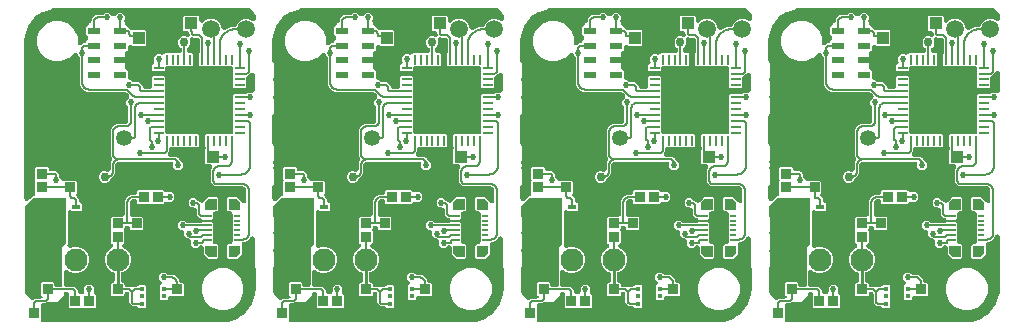
<source format=gbr>
G04 EAGLE Gerber RS-274X export*
G75*
%MOMM*%
%FSLAX34Y34*%
%LPD*%
%INBottom Copper*%
%IPPOS*%
%AMOC8*
5,1,8,0,0,1.08239X$1,22.5*%
G01*
%ADD10R,1.100000X1.000000*%
%ADD11C,1.943100*%
%ADD12R,0.900000X0.850000*%
%ADD13R,0.850000X0.900000*%
%ADD14R,0.770000X0.390000*%
%ADD15R,1.960000X2.700000*%
%ADD16R,0.580000X0.390000*%
%ADD17R,5.150000X5.150000*%
%ADD18R,0.840000X0.260000*%
%ADD19R,0.260000X0.840000*%
%ADD20R,1.000000X1.100000*%
%ADD21R,1.120000X1.720000*%
%ADD22R,0.450000X0.400000*%
%ADD23R,1.100000X0.600000*%
%ADD24R,0.500000X0.230000*%
%ADD25C,1.350000*%
%ADD26C,1.500000*%
%ADD27C,0.152400*%
%ADD28C,0.525000*%
%ADD29C,0.254000*%
%ADD30C,0.750000*%

G36*
X170066Y2039D02*
X170066Y2039D01*
X170159Y2039D01*
X174217Y2358D01*
X174289Y2371D01*
X174362Y2375D01*
X174527Y2414D01*
X174613Y2430D01*
X174644Y2442D01*
X174685Y2451D01*
X182402Y4959D01*
X182542Y5020D01*
X182685Y5075D01*
X182732Y5104D01*
X182771Y5121D01*
X182841Y5170D01*
X182969Y5248D01*
X189533Y10017D01*
X189648Y10119D01*
X189767Y10215D01*
X189802Y10257D01*
X189834Y10285D01*
X189886Y10354D01*
X189983Y10467D01*
X194752Y17031D01*
X194830Y17163D01*
X194913Y17291D01*
X194934Y17342D01*
X194956Y17379D01*
X194984Y17460D01*
X195006Y17513D01*
X195015Y17530D01*
X195018Y17543D01*
X195041Y17598D01*
X197549Y25315D01*
X197564Y25387D01*
X197589Y25456D01*
X197616Y25623D01*
X197634Y25708D01*
X197635Y25741D01*
X197642Y25783D01*
X197961Y29841D01*
X197960Y29907D01*
X197967Y30000D01*
X197967Y46902D01*
X197965Y46929D01*
X197967Y46956D01*
X197945Y47129D01*
X197927Y47303D01*
X197919Y47329D01*
X197916Y47355D01*
X197861Y47521D01*
X197809Y47688D01*
X197796Y47712D01*
X197788Y47737D01*
X197701Y47889D01*
X197617Y48042D01*
X197600Y48063D01*
X197587Y48086D01*
X197372Y48339D01*
X196967Y48744D01*
X196967Y61299D01*
X197030Y61375D01*
X197038Y61391D01*
X197049Y61405D01*
X197133Y61569D01*
X197218Y61731D01*
X197223Y61748D01*
X197232Y61764D01*
X197281Y61942D01*
X197333Y62117D01*
X197335Y62134D01*
X197340Y62152D01*
X197353Y62335D01*
X197370Y62518D01*
X197368Y62535D01*
X197369Y62553D01*
X197346Y62736D01*
X197326Y62918D01*
X197321Y62935D01*
X197319Y62953D01*
X197260Y63126D01*
X197205Y63302D01*
X197196Y63318D01*
X197190Y63334D01*
X197099Y63493D01*
X197010Y63654D01*
X196998Y63668D01*
X196989Y63683D01*
X196967Y63709D01*
X196967Y72618D01*
X196960Y72690D01*
X196962Y72764D01*
X196940Y72891D01*
X196927Y73018D01*
X196906Y73088D01*
X196893Y73161D01*
X196847Y73280D01*
X196809Y73403D01*
X196774Y73468D01*
X196748Y73536D01*
X196679Y73644D01*
X196617Y73757D01*
X196571Y73813D01*
X196531Y73875D01*
X196442Y73968D01*
X196360Y74066D01*
X196303Y74112D01*
X196252Y74165D01*
X196146Y74238D01*
X196046Y74319D01*
X195981Y74353D01*
X195921Y74394D01*
X195803Y74445D01*
X195689Y74504D01*
X195618Y74525D01*
X195551Y74554D01*
X195425Y74580D01*
X195302Y74616D01*
X195229Y74622D01*
X195157Y74637D01*
X195029Y74638D01*
X194900Y74649D01*
X194828Y74640D01*
X194754Y74641D01*
X194628Y74617D01*
X194501Y74602D01*
X194431Y74579D01*
X194359Y74565D01*
X194240Y74517D01*
X194118Y74477D01*
X194054Y74441D01*
X193986Y74413D01*
X193879Y74342D01*
X193767Y74279D01*
X193712Y74231D01*
X193651Y74191D01*
X193560Y74100D01*
X193463Y74016D01*
X193418Y73958D01*
X193366Y73906D01*
X193269Y73766D01*
X193216Y73698D01*
X193201Y73668D01*
X193177Y73633D01*
X192148Y71852D01*
X188884Y69967D01*
X187972Y69967D01*
X187963Y69966D01*
X187955Y69967D01*
X187763Y69946D01*
X187572Y69927D01*
X187563Y69925D01*
X187554Y69924D01*
X187370Y69865D01*
X187187Y69809D01*
X187179Y69805D01*
X187170Y69802D01*
X187002Y69709D01*
X186833Y69617D01*
X186826Y69612D01*
X186818Y69607D01*
X186671Y69482D01*
X186524Y69360D01*
X186518Y69353D01*
X186511Y69347D01*
X186390Y69193D01*
X186271Y69046D01*
X186267Y69038D01*
X186262Y69031D01*
X186174Y68858D01*
X186086Y68689D01*
X186083Y68680D01*
X186079Y68672D01*
X186027Y68485D01*
X185974Y68302D01*
X185974Y68293D01*
X185971Y68284D01*
X185957Y68092D01*
X185942Y67900D01*
X185943Y67891D01*
X185942Y67883D01*
X185966Y67692D01*
X185988Y67501D01*
X185991Y67492D01*
X185992Y67483D01*
X186054Y67301D01*
X186113Y67118D01*
X186118Y67110D01*
X186121Y67101D01*
X186152Y67047D01*
X186152Y59816D01*
X182184Y55848D01*
X174816Y55848D01*
X173848Y56816D01*
X173848Y66884D01*
X174816Y67852D01*
X176198Y67852D01*
X176216Y67854D01*
X176234Y67852D01*
X176416Y67873D01*
X176599Y67892D01*
X176616Y67897D01*
X176633Y67899D01*
X176808Y67956D01*
X176984Y68010D01*
X176999Y68018D01*
X177016Y68024D01*
X177176Y68114D01*
X177338Y68202D01*
X177351Y68213D01*
X177367Y68222D01*
X177506Y68342D01*
X177647Y68459D01*
X177658Y68473D01*
X177672Y68485D01*
X177784Y68630D01*
X177899Y68773D01*
X177907Y68789D01*
X177918Y68803D01*
X178000Y68968D01*
X178085Y69130D01*
X178090Y69147D01*
X178098Y69163D01*
X178145Y69342D01*
X178196Y69517D01*
X178198Y69535D01*
X178202Y69552D01*
X178229Y69883D01*
X178229Y93817D01*
X178227Y93835D01*
X178229Y93853D01*
X178208Y94035D01*
X178189Y94218D01*
X178184Y94235D01*
X178182Y94252D01*
X178125Y94427D01*
X178071Y94603D01*
X178063Y94618D01*
X178057Y94635D01*
X177967Y94795D01*
X177879Y94957D01*
X177868Y94970D01*
X177859Y94986D01*
X177739Y95125D01*
X177622Y95266D01*
X177608Y95277D01*
X177596Y95291D01*
X177451Y95403D01*
X177308Y95518D01*
X177292Y95526D01*
X177278Y95537D01*
X177113Y95619D01*
X176951Y95704D01*
X176934Y95709D01*
X176918Y95717D01*
X176739Y95764D01*
X176564Y95815D01*
X176546Y95817D01*
X176529Y95821D01*
X176198Y95848D01*
X174816Y95848D01*
X173848Y96816D01*
X173848Y106884D01*
X174816Y107852D01*
X182184Y107852D01*
X184589Y105447D01*
X186500Y103536D01*
X186507Y103530D01*
X186512Y103524D01*
X186662Y103403D01*
X186811Y103281D01*
X186819Y103277D01*
X186826Y103271D01*
X186996Y103183D01*
X187167Y103092D01*
X187176Y103090D01*
X187183Y103086D01*
X187368Y103033D01*
X187553Y102978D01*
X187562Y102977D01*
X187570Y102974D01*
X187761Y102959D01*
X187954Y102941D01*
X187963Y102942D01*
X187972Y102942D01*
X188161Y102964D01*
X188354Y102985D01*
X188363Y102987D01*
X188371Y102988D01*
X188553Y103048D01*
X188738Y103106D01*
X188746Y103111D01*
X188754Y103113D01*
X188921Y103208D01*
X189090Y103301D01*
X189097Y103307D01*
X189105Y103311D01*
X189250Y103436D01*
X189397Y103562D01*
X189403Y103569D01*
X189410Y103574D01*
X189526Y103725D01*
X189647Y103877D01*
X189651Y103885D01*
X189656Y103892D01*
X189742Y104064D01*
X189829Y104236D01*
X189832Y104245D01*
X189836Y104253D01*
X189886Y104439D01*
X189937Y104624D01*
X189938Y104633D01*
X189940Y104642D01*
X189967Y104972D01*
X189967Y114000D01*
X189959Y114086D01*
X189950Y114265D01*
X189918Y114508D01*
X189911Y114538D01*
X189909Y114569D01*
X189865Y114734D01*
X189826Y114900D01*
X189813Y114928D01*
X189805Y114958D01*
X189663Y115258D01*
X189421Y115677D01*
X189326Y115810D01*
X189235Y115947D01*
X189208Y115974D01*
X189186Y116004D01*
X189066Y116116D01*
X188950Y116232D01*
X188916Y116256D01*
X188891Y116279D01*
X188817Y116324D01*
X188677Y116421D01*
X188258Y116663D01*
X188229Y116676D01*
X188204Y116693D01*
X188047Y116759D01*
X187891Y116829D01*
X187860Y116836D01*
X187832Y116848D01*
X187508Y116918D01*
X187265Y116950D01*
X187179Y116953D01*
X187000Y116967D01*
X163651Y116967D01*
X161316Y118316D01*
X159967Y120651D01*
X159967Y131616D01*
X160583Y132682D01*
X160643Y132816D01*
X160710Y132945D01*
X160726Y132999D01*
X160748Y133049D01*
X160781Y133192D01*
X160822Y133332D01*
X160826Y133388D01*
X160839Y133442D01*
X160843Y133588D01*
X160855Y133734D01*
X160848Y133789D01*
X160850Y133844D01*
X160825Y133988D01*
X160808Y134133D01*
X160790Y134186D01*
X160781Y134241D01*
X160728Y134377D01*
X160683Y134516D01*
X160655Y134565D01*
X160635Y134616D01*
X160557Y134739D01*
X160485Y134867D01*
X160449Y134909D01*
X160419Y134956D01*
X160317Y135061D01*
X160222Y135172D01*
X160178Y135206D01*
X160139Y135246D01*
X160019Y135329D01*
X159904Y135418D01*
X159854Y135443D01*
X159808Y135475D01*
X159674Y135533D01*
X159543Y135598D01*
X159489Y135612D01*
X159439Y135634D01*
X159296Y135664D01*
X159154Y135702D01*
X159091Y135707D01*
X159045Y135717D01*
X158961Y135718D01*
X158824Y135729D01*
X155474Y135729D01*
X154729Y136474D01*
X154729Y147526D01*
X154872Y147669D01*
X154889Y147690D01*
X154910Y147708D01*
X155017Y147846D01*
X155127Y147981D01*
X155140Y148005D01*
X155156Y148026D01*
X155234Y148183D01*
X155316Y148337D01*
X155324Y148362D01*
X155336Y148386D01*
X155381Y148556D01*
X155431Y148723D01*
X155433Y148749D01*
X155440Y148775D01*
X155467Y149106D01*
X155467Y149544D01*
X155465Y149571D01*
X155467Y149598D01*
X155445Y149771D01*
X155427Y149945D01*
X155420Y149970D01*
X155416Y149997D01*
X155361Y150163D01*
X155309Y150330D01*
X155296Y150353D01*
X155288Y150379D01*
X155201Y150530D01*
X155117Y150684D01*
X155100Y150704D01*
X155087Y150728D01*
X154929Y150913D01*
X154929Y160376D01*
X155674Y161121D01*
X176848Y161121D01*
X176866Y161123D01*
X176884Y161121D01*
X177066Y161142D01*
X177249Y161161D01*
X177266Y161166D01*
X177283Y161168D01*
X177458Y161225D01*
X177634Y161279D01*
X177649Y161287D01*
X177666Y161293D01*
X177826Y161383D01*
X177988Y161471D01*
X178001Y161482D01*
X178017Y161491D01*
X178156Y161611D01*
X178297Y161728D01*
X178308Y161742D01*
X178322Y161754D01*
X178434Y161899D01*
X178549Y162042D01*
X178557Y162058D01*
X178568Y162072D01*
X178650Y162237D01*
X178735Y162399D01*
X178740Y162416D01*
X178748Y162432D01*
X178795Y162611D01*
X178846Y162786D01*
X178848Y162804D01*
X178852Y162821D01*
X178879Y163152D01*
X178879Y194326D01*
X179624Y195071D01*
X189220Y195071D01*
X189247Y195073D01*
X189273Y195071D01*
X189447Y195093D01*
X189621Y195111D01*
X189646Y195118D01*
X189673Y195122D01*
X189839Y195178D01*
X190006Y195229D01*
X190029Y195242D01*
X190054Y195250D01*
X190206Y195337D01*
X190360Y195421D01*
X190380Y195438D01*
X190403Y195451D01*
X190656Y195666D01*
X191386Y196396D01*
X194936Y196396D01*
X194954Y196398D01*
X194972Y196396D01*
X195154Y196417D01*
X195337Y196436D01*
X195354Y196441D01*
X195371Y196443D01*
X195546Y196500D01*
X195722Y196554D01*
X195737Y196562D01*
X195754Y196568D01*
X195914Y196658D01*
X196076Y196746D01*
X196089Y196757D01*
X196105Y196766D01*
X196244Y196886D01*
X196385Y197003D01*
X196396Y197017D01*
X196410Y197029D01*
X196522Y197174D01*
X196637Y197317D01*
X196645Y197333D01*
X196656Y197347D01*
X196738Y197512D01*
X196823Y197674D01*
X196828Y197691D01*
X196836Y197707D01*
X196883Y197886D01*
X196934Y198061D01*
X196936Y198079D01*
X196940Y198096D01*
X196967Y198427D01*
X196967Y206299D01*
X197030Y206375D01*
X197038Y206391D01*
X197049Y206405D01*
X197133Y206569D01*
X197218Y206731D01*
X197223Y206748D01*
X197232Y206764D01*
X197281Y206942D01*
X197333Y207117D01*
X197335Y207134D01*
X197340Y207152D01*
X197353Y207335D01*
X197370Y207518D01*
X197368Y207535D01*
X197369Y207553D01*
X197346Y207736D01*
X197326Y207918D01*
X197321Y207935D01*
X197319Y207953D01*
X197260Y208126D01*
X197205Y208302D01*
X197196Y208318D01*
X197190Y208334D01*
X197099Y208493D01*
X197010Y208654D01*
X196998Y208668D01*
X196989Y208683D01*
X196967Y208709D01*
X196967Y211211D01*
X196958Y211303D01*
X196959Y211396D01*
X196938Y211503D01*
X196927Y211612D01*
X196900Y211700D01*
X196883Y211792D01*
X196841Y211892D01*
X196809Y211997D01*
X196765Y212078D01*
X196730Y212164D01*
X196669Y212255D01*
X196617Y212351D01*
X196558Y212422D01*
X196507Y212499D01*
X196429Y212576D01*
X196360Y212660D01*
X196287Y212718D01*
X196222Y212784D01*
X196131Y212844D01*
X196046Y212912D01*
X195964Y212955D01*
X195886Y213006D01*
X195785Y213048D01*
X195689Y213098D01*
X195600Y213123D01*
X195513Y213158D01*
X195406Y213179D01*
X195302Y213209D01*
X195209Y213217D01*
X195118Y213234D01*
X195009Y213233D01*
X194900Y213242D01*
X194808Y213231D01*
X194715Y213230D01*
X194609Y213208D01*
X194501Y213195D01*
X194412Y213166D01*
X194321Y213147D01*
X194222Y213104D01*
X194118Y213070D01*
X194037Y213024D01*
X193952Y212988D01*
X193862Y212926D01*
X193767Y212872D01*
X193697Y212812D01*
X193621Y212759D01*
X193545Y212680D01*
X193463Y212609D01*
X193406Y212536D01*
X193341Y212469D01*
X193267Y212357D01*
X193216Y212291D01*
X193194Y212247D01*
X193158Y212192D01*
X192889Y211706D01*
X190819Y210484D01*
X190754Y210436D01*
X190683Y210397D01*
X190592Y210318D01*
X190495Y210246D01*
X190440Y210186D01*
X190378Y210133D01*
X190305Y210038D01*
X190223Y209949D01*
X190181Y209879D01*
X190132Y209815D01*
X190078Y209707D01*
X190016Y209604D01*
X189989Y209527D01*
X189952Y209455D01*
X189921Y209338D01*
X189881Y209225D01*
X189869Y209145D01*
X189848Y209066D01*
X189835Y208912D01*
X189823Y208826D01*
X189825Y208787D01*
X189821Y208735D01*
X189821Y200674D01*
X189076Y199929D01*
X179624Y199929D01*
X178879Y200674D01*
X178879Y216848D01*
X178877Y216866D01*
X178879Y216884D01*
X178858Y217066D01*
X178839Y217249D01*
X178834Y217266D01*
X178832Y217283D01*
X178775Y217458D01*
X178721Y217634D01*
X178713Y217649D01*
X178707Y217666D01*
X178617Y217826D01*
X178529Y217988D01*
X178518Y218001D01*
X178509Y218017D01*
X178389Y218156D01*
X178272Y218297D01*
X178258Y218308D01*
X178246Y218322D01*
X178101Y218434D01*
X177958Y218549D01*
X177942Y218557D01*
X177928Y218568D01*
X177763Y218650D01*
X177601Y218735D01*
X177584Y218740D01*
X177568Y218748D01*
X177389Y218795D01*
X177214Y218846D01*
X177196Y218848D01*
X177179Y218852D01*
X176848Y218879D01*
X150674Y218879D01*
X149929Y219624D01*
X149929Y229083D01*
X150016Y229195D01*
X150127Y229331D01*
X150140Y229355D01*
X150156Y229376D01*
X150234Y229533D01*
X150316Y229687D01*
X150324Y229712D01*
X150336Y229736D01*
X150381Y229906D01*
X150431Y230073D01*
X150433Y230099D01*
X150440Y230125D01*
X150467Y230456D01*
X150467Y240936D01*
X150465Y240954D01*
X150467Y240972D01*
X150446Y241154D01*
X150427Y241337D01*
X150422Y241354D01*
X150420Y241371D01*
X150363Y241546D01*
X150309Y241722D01*
X150301Y241737D01*
X150295Y241754D01*
X150205Y241914D01*
X150117Y242076D01*
X150106Y242089D01*
X150097Y242105D01*
X149977Y242244D01*
X149860Y242385D01*
X149846Y242396D01*
X149834Y242410D01*
X149689Y242522D01*
X149546Y242637D01*
X149530Y242645D01*
X149516Y242656D01*
X149351Y242738D01*
X149189Y242823D01*
X149172Y242828D01*
X149156Y242836D01*
X148977Y242883D01*
X148802Y242934D01*
X148784Y242936D01*
X148767Y242940D01*
X148436Y242967D01*
X145518Y242967D01*
X145090Y243214D01*
X144962Y243272D01*
X144836Y243338D01*
X144778Y243355D01*
X144724Y243380D01*
X144586Y243411D01*
X144449Y243451D01*
X144389Y243456D01*
X144331Y243470D01*
X144189Y243474D01*
X144048Y243486D01*
X143989Y243479D01*
X143929Y243481D01*
X143789Y243457D01*
X143648Y243441D01*
X143591Y243422D01*
X143532Y243412D01*
X143400Y243361D01*
X143265Y243318D01*
X143212Y243288D01*
X143157Y243267D01*
X143037Y243190D01*
X142913Y243121D01*
X142868Y243082D01*
X142817Y243050D01*
X142715Y242952D01*
X142607Y242859D01*
X142570Y242812D01*
X142527Y242771D01*
X142447Y242654D01*
X142359Y242542D01*
X142332Y242489D01*
X142298Y242439D01*
X142242Y242309D01*
X142178Y242183D01*
X142163Y242125D01*
X142139Y242070D01*
X142110Y241931D01*
X142072Y241794D01*
X142068Y241734D01*
X142056Y241676D01*
X142054Y241534D01*
X142044Y241393D01*
X142052Y241333D01*
X142052Y241273D01*
X142078Y241134D01*
X142097Y240993D01*
X142118Y240928D01*
X142127Y240878D01*
X142158Y240802D01*
X142198Y240677D01*
X142521Y239899D01*
X142521Y237901D01*
X141756Y236056D01*
X140128Y234427D01*
X140111Y234407D01*
X140090Y234389D01*
X139983Y234251D01*
X139873Y234116D01*
X139860Y234092D01*
X139844Y234071D01*
X139766Y233914D01*
X139684Y233760D01*
X139676Y233735D01*
X139664Y233710D01*
X139619Y233541D01*
X139569Y233374D01*
X139567Y233348D01*
X139560Y233322D01*
X139533Y232991D01*
X139533Y231852D01*
X139535Y231834D01*
X139533Y231816D01*
X139554Y231634D01*
X139573Y231451D01*
X139578Y231434D01*
X139580Y231417D01*
X139637Y231242D01*
X139691Y231066D01*
X139699Y231051D01*
X139705Y231034D01*
X139795Y230874D01*
X139883Y230712D01*
X139894Y230699D01*
X139903Y230683D01*
X140023Y230544D01*
X140140Y230403D01*
X140154Y230392D01*
X140166Y230378D01*
X140311Y230266D01*
X140454Y230151D01*
X140470Y230143D01*
X140484Y230132D01*
X140649Y230050D01*
X140811Y229965D01*
X140828Y229960D01*
X140844Y229952D01*
X141023Y229905D01*
X141198Y229854D01*
X141216Y229852D01*
X141233Y229848D01*
X141564Y229821D01*
X144326Y229821D01*
X145071Y229076D01*
X145071Y219624D01*
X144326Y218879D01*
X123152Y218879D01*
X123134Y218877D01*
X123116Y218879D01*
X122934Y218858D01*
X122751Y218839D01*
X122734Y218834D01*
X122717Y218832D01*
X122542Y218775D01*
X122366Y218721D01*
X122351Y218713D01*
X122334Y218707D01*
X122174Y218617D01*
X122012Y218529D01*
X121999Y218518D01*
X121983Y218509D01*
X121844Y218389D01*
X121703Y218272D01*
X121692Y218258D01*
X121678Y218246D01*
X121566Y218101D01*
X121451Y217958D01*
X121443Y217942D01*
X121432Y217928D01*
X121350Y217763D01*
X121265Y217601D01*
X121260Y217584D01*
X121252Y217568D01*
X121205Y217389D01*
X121154Y217214D01*
X121152Y217196D01*
X121148Y217179D01*
X121121Y216848D01*
X121121Y215674D01*
X120376Y214929D01*
X110924Y214929D01*
X110179Y215674D01*
X110179Y219326D01*
X111235Y220383D01*
X111306Y220421D01*
X111312Y220426D01*
X111320Y220431D01*
X111468Y220556D01*
X111615Y220678D01*
X111620Y220685D01*
X111627Y220691D01*
X111747Y220842D01*
X111867Y220992D01*
X111871Y221000D01*
X111877Y221007D01*
X111965Y221180D01*
X112053Y221349D01*
X112055Y221358D01*
X112059Y221366D01*
X112111Y221552D01*
X112164Y221736D01*
X112165Y221745D01*
X112167Y221754D01*
X112181Y221945D01*
X112197Y222138D01*
X112196Y222146D01*
X112197Y222155D01*
X112172Y222347D01*
X112150Y222537D01*
X112147Y222546D01*
X112146Y222555D01*
X112085Y222736D01*
X112025Y222920D01*
X112021Y222928D01*
X112018Y222936D01*
X111922Y223102D01*
X111827Y223271D01*
X111821Y223278D01*
X111817Y223285D01*
X111754Y223359D01*
X111754Y226614D01*
X114036Y228896D01*
X117307Y228896D01*
X117381Y228834D01*
X117397Y228826D01*
X117411Y228815D01*
X117575Y228732D01*
X117737Y228646D01*
X117754Y228641D01*
X117770Y228633D01*
X117947Y228583D01*
X118123Y228531D01*
X118141Y228529D01*
X118158Y228525D01*
X118341Y228511D01*
X118524Y228495D01*
X118542Y228497D01*
X118560Y228495D01*
X118742Y228518D01*
X118924Y228538D01*
X118941Y228543D01*
X118959Y228546D01*
X119133Y228604D01*
X119308Y228660D01*
X119324Y228668D01*
X119341Y228674D01*
X119499Y228765D01*
X119660Y228854D01*
X119674Y228866D01*
X119689Y228875D01*
X119942Y229090D01*
X120674Y229821D01*
X133436Y229821D01*
X133454Y229823D01*
X133472Y229821D01*
X133654Y229842D01*
X133837Y229861D01*
X133854Y229866D01*
X133871Y229868D01*
X134046Y229925D01*
X134222Y229979D01*
X134237Y229987D01*
X134254Y229993D01*
X134414Y230083D01*
X134576Y230171D01*
X134589Y230182D01*
X134605Y230191D01*
X134744Y230311D01*
X134885Y230428D01*
X134896Y230442D01*
X134910Y230454D01*
X135022Y230599D01*
X135137Y230742D01*
X135145Y230758D01*
X135156Y230772D01*
X135238Y230937D01*
X135323Y231099D01*
X135328Y231116D01*
X135336Y231132D01*
X135383Y231311D01*
X135434Y231486D01*
X135436Y231504D01*
X135440Y231521D01*
X135467Y231852D01*
X135467Y232991D01*
X135465Y233018D01*
X135467Y233044D01*
X135445Y233218D01*
X135427Y233392D01*
X135420Y233417D01*
X135416Y233444D01*
X135361Y233609D01*
X135309Y233776D01*
X135296Y233800D01*
X135288Y233825D01*
X135201Y233977D01*
X135117Y234131D01*
X135100Y234151D01*
X135087Y234174D01*
X134872Y234427D01*
X133244Y236056D01*
X132479Y237901D01*
X132479Y239899D01*
X133244Y241744D01*
X134656Y243156D01*
X136501Y243921D01*
X138499Y243921D01*
X139222Y243621D01*
X139358Y243580D01*
X139491Y243531D01*
X139550Y243522D01*
X139607Y243505D01*
X139748Y243491D01*
X139889Y243470D01*
X139948Y243472D01*
X140008Y243467D01*
X140149Y243481D01*
X140291Y243488D01*
X140349Y243502D01*
X140409Y243508D01*
X140544Y243550D01*
X140682Y243585D01*
X140736Y243610D01*
X140793Y243628D01*
X140917Y243696D01*
X141045Y243757D01*
X141094Y243793D01*
X141146Y243821D01*
X141255Y243912D01*
X141368Y243997D01*
X141408Y244042D01*
X141454Y244080D01*
X141543Y244191D01*
X141637Y244297D01*
X141668Y244348D01*
X141705Y244395D01*
X141770Y244521D01*
X141842Y244644D01*
X141862Y244700D01*
X141889Y244753D01*
X141928Y244890D01*
X141974Y245024D01*
X141983Y245083D01*
X141999Y245141D01*
X142010Y245282D01*
X142029Y245423D01*
X142025Y245483D01*
X142030Y245542D01*
X142013Y245683D01*
X142004Y245824D01*
X141989Y245882D01*
X141981Y245942D01*
X141937Y246076D01*
X141900Y246213D01*
X141871Y246275D01*
X141855Y246324D01*
X141814Y246395D01*
X141758Y246513D01*
X141429Y247084D01*
X141427Y247099D01*
X141422Y247116D01*
X141420Y247133D01*
X141363Y247308D01*
X141309Y247484D01*
X141301Y247499D01*
X141295Y247516D01*
X141205Y247676D01*
X141117Y247838D01*
X141106Y247851D01*
X141097Y247867D01*
X140977Y248006D01*
X140860Y248147D01*
X140846Y248158D01*
X140834Y248172D01*
X140689Y248284D01*
X140546Y248399D01*
X140530Y248407D01*
X140516Y248418D01*
X140351Y248500D01*
X140189Y248585D01*
X140172Y248590D01*
X140156Y248598D01*
X139977Y248645D01*
X139802Y248696D01*
X139784Y248698D01*
X139767Y248702D01*
X139436Y248729D01*
X137474Y248729D01*
X136729Y249474D01*
X136729Y260526D01*
X137474Y261271D01*
X149526Y261271D01*
X150271Y260526D01*
X150271Y257578D01*
X150272Y257569D01*
X150271Y257560D01*
X150292Y257369D01*
X150311Y257178D01*
X150313Y257169D01*
X150314Y257160D01*
X150372Y256978D01*
X150429Y256793D01*
X150433Y256785D01*
X150436Y256776D01*
X150530Y256606D01*
X150621Y256439D01*
X150626Y256432D01*
X150631Y256424D01*
X150756Y256276D01*
X150878Y256129D01*
X150885Y256124D01*
X150891Y256117D01*
X151043Y255997D01*
X151192Y255877D01*
X151200Y255873D01*
X151207Y255867D01*
X151379Y255780D01*
X151549Y255692D01*
X151558Y255689D01*
X151566Y255685D01*
X151752Y255633D01*
X151936Y255580D01*
X151945Y255579D01*
X151954Y255577D01*
X152146Y255563D01*
X152338Y255547D01*
X152346Y255548D01*
X152355Y255548D01*
X152548Y255572D01*
X152737Y255594D01*
X152746Y255597D01*
X152755Y255598D01*
X152938Y255660D01*
X153120Y255719D01*
X153128Y255724D01*
X153136Y255726D01*
X153302Y255822D01*
X153471Y255917D01*
X153478Y255923D01*
X153485Y255927D01*
X153738Y256142D01*
X155032Y257435D01*
X158255Y258771D01*
X161745Y258771D01*
X164968Y257435D01*
X167435Y254968D01*
X168771Y251745D01*
X168771Y251619D01*
X168772Y251605D01*
X168771Y251592D01*
X168792Y251406D01*
X168811Y251218D01*
X168815Y251205D01*
X168816Y251192D01*
X168874Y251013D01*
X168929Y250833D01*
X168935Y250821D01*
X168939Y250809D01*
X169031Y250644D01*
X169121Y250479D01*
X169129Y250469D01*
X169136Y250457D01*
X169258Y250315D01*
X169378Y250170D01*
X169389Y250162D01*
X169397Y250151D01*
X169545Y250036D01*
X169692Y249918D01*
X169704Y249911D01*
X169714Y249903D01*
X169883Y249819D01*
X170049Y249732D01*
X170062Y249728D01*
X170074Y249722D01*
X170255Y249673D01*
X170436Y249621D01*
X170450Y249620D01*
X170463Y249616D01*
X170651Y249603D01*
X170838Y249588D01*
X170851Y249589D01*
X170864Y249588D01*
X171052Y249613D01*
X171237Y249635D01*
X171250Y249639D01*
X171263Y249641D01*
X171579Y249742D01*
X177109Y252033D01*
X179991Y252033D01*
X180014Y252035D01*
X180036Y252033D01*
X180213Y252055D01*
X180392Y252073D01*
X180413Y252079D01*
X180436Y252082D01*
X180605Y252138D01*
X180777Y252191D01*
X180797Y252201D01*
X180818Y252208D01*
X180974Y252297D01*
X181131Y252383D01*
X181148Y252397D01*
X181167Y252408D01*
X181303Y252526D01*
X181440Y252640D01*
X181454Y252658D01*
X181471Y252672D01*
X181580Y252814D01*
X181693Y252954D01*
X181703Y252974D01*
X181716Y252992D01*
X181868Y253287D01*
X182565Y254968D01*
X185032Y257435D01*
X188255Y258771D01*
X191745Y258771D01*
X195159Y257357D01*
X195172Y257353D01*
X195183Y257347D01*
X195363Y257295D01*
X195544Y257240D01*
X195557Y257239D01*
X195570Y257235D01*
X195758Y257220D01*
X195945Y257202D01*
X195958Y257203D01*
X195972Y257202D01*
X196159Y257224D01*
X196345Y257244D01*
X196358Y257248D01*
X196371Y257249D01*
X196551Y257308D01*
X196730Y257363D01*
X196741Y257370D01*
X196754Y257374D01*
X196919Y257467D01*
X197083Y257557D01*
X197093Y257565D01*
X197105Y257572D01*
X197247Y257695D01*
X197391Y257816D01*
X197399Y257826D01*
X197410Y257835D01*
X197525Y257984D01*
X197642Y258131D01*
X197648Y258143D01*
X197656Y258153D01*
X197740Y258322D01*
X197826Y258489D01*
X197830Y258502D01*
X197836Y258514D01*
X197885Y258696D01*
X197936Y258876D01*
X197937Y258889D01*
X197940Y258902D01*
X197967Y259233D01*
X197967Y260000D01*
X197965Y260019D01*
X197967Y260037D01*
X197959Y260103D01*
X197957Y260199D01*
X197843Y261357D01*
X197817Y261488D01*
X197800Y261619D01*
X197776Y261695D01*
X197764Y261752D01*
X197735Y261823D01*
X197699Y261935D01*
X196812Y264075D01*
X196798Y264103D01*
X196788Y264132D01*
X196702Y264280D01*
X196622Y264430D01*
X196602Y264454D01*
X196587Y264481D01*
X196372Y264734D01*
X194734Y266372D01*
X194710Y266392D01*
X194690Y266415D01*
X194554Y266519D01*
X194423Y266627D01*
X194395Y266642D01*
X194370Y266661D01*
X194075Y266812D01*
X191935Y267699D01*
X191808Y267737D01*
X191684Y267784D01*
X191606Y267798D01*
X191550Y267815D01*
X191473Y267822D01*
X191357Y267843D01*
X190199Y267957D01*
X190120Y267957D01*
X190000Y267967D01*
X30000Y267967D01*
X29934Y267961D01*
X29841Y267961D01*
X25783Y267642D01*
X25711Y267629D01*
X25638Y267625D01*
X25473Y267586D01*
X25387Y267570D01*
X25356Y267558D01*
X25315Y267549D01*
X17598Y265041D01*
X17458Y264980D01*
X17315Y264925D01*
X17268Y264896D01*
X17229Y264879D01*
X17159Y264830D01*
X17031Y264752D01*
X10467Y259983D01*
X10352Y259881D01*
X10233Y259785D01*
X10198Y259743D01*
X10166Y259715D01*
X10114Y259646D01*
X10017Y259533D01*
X5248Y252969D01*
X5170Y252837D01*
X5087Y252709D01*
X5066Y252658D01*
X5044Y252621D01*
X5016Y252540D01*
X4959Y252402D01*
X2451Y244685D01*
X2436Y244613D01*
X2411Y244544D01*
X2384Y244377D01*
X2366Y244292D01*
X2365Y244259D01*
X2358Y244217D01*
X2039Y240159D01*
X2040Y240093D01*
X2033Y240000D01*
X2033Y106530D01*
X2034Y106521D01*
X2033Y106512D01*
X2054Y106319D01*
X2073Y106129D01*
X2075Y106121D01*
X2076Y106112D01*
X2135Y105927D01*
X2191Y105744D01*
X2195Y105736D01*
X2198Y105728D01*
X2291Y105560D01*
X2383Y105390D01*
X2388Y105383D01*
X2393Y105376D01*
X2517Y105228D01*
X2640Y105081D01*
X2647Y105075D01*
X2653Y105069D01*
X2805Y104949D01*
X2954Y104829D01*
X2962Y104824D01*
X2969Y104819D01*
X3142Y104731D01*
X3311Y104643D01*
X3320Y104641D01*
X3328Y104637D01*
X3514Y104585D01*
X3698Y104532D01*
X3707Y104531D01*
X3716Y104529D01*
X3909Y104514D01*
X4100Y104499D01*
X4108Y104500D01*
X4117Y104499D01*
X4310Y104523D01*
X4499Y104546D01*
X4508Y104548D01*
X4517Y104550D01*
X4699Y104611D01*
X4882Y104671D01*
X4890Y104675D01*
X4898Y104678D01*
X5065Y104774D01*
X5233Y104868D01*
X5240Y104874D01*
X5247Y104879D01*
X5500Y105093D01*
X6864Y106457D01*
X6864Y106458D01*
X8948Y108541D01*
X9208Y108541D01*
X9219Y108542D01*
X9229Y108541D01*
X9420Y108562D01*
X9609Y108581D01*
X9619Y108584D01*
X9629Y108585D01*
X9812Y108643D01*
X9994Y108699D01*
X10003Y108704D01*
X10013Y108707D01*
X10181Y108800D01*
X10348Y108891D01*
X10356Y108897D01*
X10365Y108902D01*
X10512Y109027D01*
X10657Y109148D01*
X10664Y109156D01*
X10672Y109163D01*
X10791Y109314D01*
X10909Y109462D01*
X10914Y109471D01*
X10921Y109480D01*
X11008Y109651D01*
X11095Y109819D01*
X11098Y109829D01*
X11103Y109839D01*
X11154Y110024D01*
X11206Y110206D01*
X11207Y110217D01*
X11210Y110227D01*
X11224Y110418D01*
X11239Y110608D01*
X11238Y110618D01*
X11239Y110628D01*
X11229Y110703D01*
X11229Y121172D01*
X11260Y121231D01*
X11265Y121248D01*
X11274Y121264D01*
X11323Y121442D01*
X11375Y121617D01*
X11377Y121635D01*
X11382Y121652D01*
X11395Y121834D01*
X11411Y122018D01*
X11410Y122036D01*
X11411Y122054D01*
X11388Y122234D01*
X11368Y122418D01*
X11363Y122435D01*
X11360Y122453D01*
X11302Y122626D01*
X11247Y122802D01*
X11238Y122818D01*
X11232Y122835D01*
X11229Y122840D01*
X11229Y132576D01*
X11974Y133321D01*
X22026Y133321D01*
X22771Y132576D01*
X22771Y131864D01*
X22773Y131846D01*
X22771Y131828D01*
X22792Y131646D01*
X22811Y131463D01*
X22816Y131446D01*
X22818Y131429D01*
X22875Y131254D01*
X22929Y131078D01*
X22937Y131063D01*
X22943Y131046D01*
X23033Y130886D01*
X23121Y130724D01*
X23132Y130711D01*
X23141Y130695D01*
X23261Y130556D01*
X23378Y130415D01*
X23392Y130404D01*
X23404Y130390D01*
X23549Y130278D01*
X23692Y130163D01*
X23708Y130155D01*
X23722Y130144D01*
X23887Y130062D01*
X24049Y129977D01*
X24066Y129972D01*
X24082Y129964D01*
X24261Y129917D01*
X24436Y129866D01*
X24454Y129864D01*
X24471Y129860D01*
X24802Y129833D01*
X28227Y129833D01*
X30006Y128806D01*
X31033Y127027D01*
X31033Y126318D01*
X31035Y126291D01*
X31033Y126265D01*
X31055Y126091D01*
X31073Y125917D01*
X31080Y125892D01*
X31084Y125865D01*
X31139Y125700D01*
X31191Y125533D01*
X31204Y125509D01*
X31212Y125484D01*
X31299Y125332D01*
X31383Y125178D01*
X31400Y125158D01*
X31413Y125135D01*
X31628Y124882D01*
X32896Y123614D01*
X32896Y123547D01*
X32897Y123538D01*
X32896Y123529D01*
X32917Y123337D01*
X32936Y123146D01*
X32938Y123138D01*
X32939Y123128D01*
X32998Y122944D01*
X33054Y122761D01*
X33058Y122753D01*
X33061Y122745D01*
X33154Y122576D01*
X33246Y122407D01*
X33251Y122400D01*
X33256Y122392D01*
X33380Y122246D01*
X33503Y122098D01*
X33510Y122092D01*
X33516Y122085D01*
X33668Y121965D01*
X33817Y121846D01*
X33825Y121841D01*
X33832Y121836D01*
X34005Y121748D01*
X34174Y121660D01*
X34183Y121658D01*
X34191Y121653D01*
X34378Y121601D01*
X34561Y121549D01*
X34570Y121548D01*
X34579Y121545D01*
X34770Y121531D01*
X34963Y121516D01*
X34972Y121517D01*
X34980Y121516D01*
X35171Y121540D01*
X35362Y121563D01*
X35371Y121565D01*
X35380Y121567D01*
X35562Y121628D01*
X35745Y121687D01*
X35753Y121692D01*
X35762Y121695D01*
X35807Y121721D01*
X46026Y121721D01*
X46771Y120976D01*
X46771Y111424D01*
X46508Y111161D01*
X46456Y111097D01*
X46397Y111040D01*
X46329Y110942D01*
X46253Y110850D01*
X46214Y110777D01*
X46168Y110709D01*
X46121Y110600D01*
X46064Y110494D01*
X46041Y110415D01*
X46008Y110340D01*
X45984Y110223D01*
X45950Y110108D01*
X45942Y110026D01*
X45925Y109946D01*
X45924Y109826D01*
X45913Y109707D01*
X45922Y109625D01*
X45921Y109543D01*
X45944Y109426D01*
X45957Y109307D01*
X45981Y109228D01*
X45997Y109148D01*
X46042Y109037D01*
X46078Y108923D01*
X46118Y108851D01*
X46149Y108775D01*
X46215Y108675D01*
X46273Y108571D01*
X46326Y108508D01*
X46372Y108439D01*
X46456Y108355D01*
X46533Y108264D01*
X46598Y108213D01*
X46656Y108154D01*
X46782Y108068D01*
X46849Y108014D01*
X46886Y107996D01*
X46929Y107966D01*
X46952Y107952D01*
X48033Y106081D01*
X48033Y105002D01*
X48035Y104984D01*
X48033Y104966D01*
X48054Y104784D01*
X48073Y104601D01*
X48078Y104584D01*
X48080Y104567D01*
X48137Y104392D01*
X48191Y104216D01*
X48199Y104201D01*
X48205Y104184D01*
X48295Y104024D01*
X48383Y103862D01*
X48394Y103849D01*
X48403Y103833D01*
X48523Y103694D01*
X48640Y103553D01*
X48654Y103542D01*
X48666Y103528D01*
X48811Y103416D01*
X48954Y103301D01*
X48970Y103293D01*
X48984Y103282D01*
X49149Y103200D01*
X49311Y103115D01*
X49328Y103110D01*
X49344Y103102D01*
X49523Y103055D01*
X49698Y103004D01*
X49716Y103002D01*
X49733Y102998D01*
X50064Y102971D01*
X50376Y102971D01*
X51121Y102226D01*
X51121Y97274D01*
X50376Y96529D01*
X41453Y96529D01*
X41341Y96588D01*
X41332Y96591D01*
X41325Y96595D01*
X41141Y96648D01*
X40955Y96703D01*
X40946Y96704D01*
X40938Y96706D01*
X40746Y96722D01*
X40554Y96740D01*
X40545Y96739D01*
X40536Y96739D01*
X40347Y96717D01*
X40154Y96696D01*
X40145Y96693D01*
X40137Y96692D01*
X39954Y96633D01*
X39770Y96575D01*
X39762Y96570D01*
X39754Y96568D01*
X39585Y96472D01*
X39418Y96380D01*
X39411Y96374D01*
X39403Y96370D01*
X39257Y96244D01*
X39111Y96119D01*
X39105Y96112D01*
X39098Y96106D01*
X38981Y95955D01*
X38861Y95803D01*
X38857Y95795D01*
X38852Y95788D01*
X38765Y95615D01*
X38679Y95445D01*
X38676Y95436D01*
X38672Y95428D01*
X38622Y95241D01*
X38571Y95057D01*
X38570Y95048D01*
X38568Y95039D01*
X38541Y94708D01*
X38541Y67367D01*
X38531Y67260D01*
X38513Y67062D01*
X38514Y67057D01*
X38514Y67052D01*
X38535Y66859D01*
X38557Y66662D01*
X38558Y66657D01*
X38559Y66652D01*
X38620Y66463D01*
X38678Y66278D01*
X38680Y66274D01*
X38682Y66269D01*
X38778Y66097D01*
X38872Y65926D01*
X38876Y65922D01*
X38878Y65917D01*
X39007Y65767D01*
X39133Y65618D01*
X39137Y65615D01*
X39140Y65611D01*
X39297Y65489D01*
X39449Y65369D01*
X39453Y65366D01*
X39457Y65363D01*
X39636Y65273D01*
X39807Y65186D01*
X39812Y65185D01*
X39817Y65182D01*
X40010Y65130D01*
X40195Y65078D01*
X40200Y65077D01*
X40205Y65076D01*
X40402Y65063D01*
X40597Y65048D01*
X40602Y65049D01*
X40607Y65049D01*
X40803Y65074D01*
X40996Y65098D01*
X41001Y65100D01*
X41006Y65101D01*
X41322Y65202D01*
X43215Y65986D01*
X47585Y65986D01*
X51623Y64314D01*
X54714Y61223D01*
X56386Y57185D01*
X56386Y52815D01*
X54714Y48777D01*
X51623Y45686D01*
X47585Y44014D01*
X43215Y44014D01*
X39177Y45686D01*
X39008Y45855D01*
X39001Y45860D01*
X38996Y45867D01*
X38846Y45987D01*
X38697Y46110D01*
X38689Y46114D01*
X38682Y46120D01*
X38513Y46207D01*
X38341Y46299D01*
X38332Y46301D01*
X38325Y46305D01*
X38140Y46358D01*
X37955Y46413D01*
X37946Y46414D01*
X37938Y46417D01*
X37745Y46432D01*
X37554Y46450D01*
X37545Y46449D01*
X37536Y46449D01*
X37347Y46427D01*
X37154Y46406D01*
X37145Y46404D01*
X37137Y46403D01*
X36953Y46343D01*
X36770Y46285D01*
X36762Y46281D01*
X36754Y46278D01*
X36586Y46183D01*
X36418Y46090D01*
X36411Y46084D01*
X36403Y46080D01*
X36259Y45955D01*
X36111Y45830D01*
X36105Y45822D01*
X36098Y45817D01*
X35981Y45666D01*
X35861Y45514D01*
X35857Y45506D01*
X35852Y45499D01*
X35766Y45326D01*
X35679Y45155D01*
X35676Y45146D01*
X35672Y45138D01*
X35622Y44951D01*
X35571Y44767D01*
X35570Y44758D01*
X35568Y44749D01*
X35541Y44419D01*
X35541Y34064D01*
X35543Y34046D01*
X35541Y34028D01*
X35562Y33846D01*
X35581Y33663D01*
X35586Y33646D01*
X35588Y33629D01*
X35645Y33454D01*
X35699Y33278D01*
X35707Y33263D01*
X35713Y33246D01*
X35803Y33086D01*
X35891Y32924D01*
X35902Y32911D01*
X35911Y32895D01*
X36031Y32756D01*
X36148Y32615D01*
X36162Y32604D01*
X36174Y32590D01*
X36319Y32478D01*
X36462Y32363D01*
X36478Y32355D01*
X36492Y32344D01*
X36657Y32262D01*
X36819Y32177D01*
X36836Y32172D01*
X36852Y32164D01*
X37031Y32117D01*
X37206Y32066D01*
X37224Y32064D01*
X37241Y32060D01*
X37572Y32033D01*
X43768Y32033D01*
X45965Y30765D01*
X47233Y28568D01*
X47233Y27802D01*
X47235Y27784D01*
X47233Y27766D01*
X47254Y27584D01*
X47273Y27401D01*
X47278Y27384D01*
X47280Y27367D01*
X47337Y27192D01*
X47391Y27016D01*
X47399Y27001D01*
X47405Y26984D01*
X47495Y26824D01*
X47583Y26662D01*
X47594Y26649D01*
X47603Y26633D01*
X47723Y26494D01*
X47840Y26353D01*
X47854Y26342D01*
X47866Y26328D01*
X48011Y26216D01*
X48154Y26101D01*
X48170Y26093D01*
X48184Y26082D01*
X48349Y26000D01*
X48511Y25915D01*
X48528Y25910D01*
X48544Y25902D01*
X48723Y25855D01*
X48898Y25804D01*
X48916Y25802D01*
X48933Y25798D01*
X49264Y25771D01*
X50426Y25771D01*
X50489Y25752D01*
X50498Y25751D01*
X50507Y25749D01*
X50699Y25733D01*
X50890Y25715D01*
X50899Y25716D01*
X50909Y25716D01*
X51099Y25738D01*
X51290Y25759D01*
X51299Y25762D01*
X51308Y25763D01*
X51491Y25822D01*
X51674Y25880D01*
X51682Y25885D01*
X51691Y25887D01*
X51858Y25982D01*
X52027Y26075D01*
X52034Y26081D01*
X52042Y26085D01*
X52187Y26211D01*
X52334Y26335D01*
X52340Y26343D01*
X52347Y26349D01*
X52464Y26500D01*
X52584Y26651D01*
X52588Y26659D01*
X52593Y26667D01*
X52679Y26839D01*
X52766Y27010D01*
X52768Y27019D01*
X52773Y27027D01*
X52823Y27214D01*
X52874Y27398D01*
X52875Y27407D01*
X52877Y27416D01*
X52904Y27747D01*
X52904Y31614D01*
X55186Y33896D01*
X58414Y33896D01*
X60696Y31614D01*
X60696Y27813D01*
X60686Y27684D01*
X60670Y27502D01*
X60672Y27484D01*
X60670Y27466D01*
X60693Y27284D01*
X60713Y27102D01*
X60718Y27084D01*
X60721Y27066D01*
X60779Y26893D01*
X60834Y26718D01*
X60843Y26702D01*
X60849Y26684D01*
X60940Y26525D01*
X61029Y26366D01*
X61041Y26352D01*
X61050Y26336D01*
X61265Y26083D01*
X62321Y25026D01*
X62321Y14974D01*
X61576Y14229D01*
X51828Y14229D01*
X51769Y14260D01*
X51752Y14265D01*
X51736Y14274D01*
X51558Y14323D01*
X51383Y14375D01*
X51365Y14377D01*
X51348Y14382D01*
X51166Y14395D01*
X50982Y14411D01*
X50964Y14410D01*
X50946Y14411D01*
X50766Y14388D01*
X50582Y14368D01*
X50565Y14363D01*
X50547Y14360D01*
X50374Y14302D01*
X50198Y14247D01*
X50182Y14238D01*
X50165Y14232D01*
X50160Y14229D01*
X40424Y14229D01*
X39679Y14974D01*
X39679Y25446D01*
X39711Y25552D01*
X39712Y25561D01*
X39714Y25570D01*
X39730Y25762D01*
X39748Y25953D01*
X39747Y25962D01*
X39747Y25972D01*
X39725Y26161D01*
X39704Y26354D01*
X39701Y26362D01*
X39700Y26371D01*
X39641Y26554D01*
X39583Y26737D01*
X39578Y26745D01*
X39576Y26754D01*
X39481Y26922D01*
X39388Y27090D01*
X39382Y27097D01*
X39378Y27105D01*
X39252Y27250D01*
X39128Y27397D01*
X39120Y27403D01*
X39114Y27410D01*
X38963Y27527D01*
X38812Y27647D01*
X38804Y27651D01*
X38796Y27656D01*
X38625Y27741D01*
X38453Y27829D01*
X38444Y27832D01*
X38436Y27836D01*
X38250Y27886D01*
X38065Y27937D01*
X38056Y27938D01*
X38047Y27940D01*
X37716Y27967D01*
X37572Y27967D01*
X37554Y27965D01*
X37536Y27967D01*
X37354Y27946D01*
X37171Y27927D01*
X37154Y27922D01*
X37137Y27920D01*
X36962Y27863D01*
X36786Y27809D01*
X36771Y27801D01*
X36754Y27795D01*
X36594Y27705D01*
X36432Y27617D01*
X36419Y27606D01*
X36403Y27597D01*
X36264Y27477D01*
X36123Y27360D01*
X36112Y27346D01*
X36098Y27334D01*
X35986Y27189D01*
X35871Y27046D01*
X35863Y27030D01*
X35852Y27016D01*
X35770Y26851D01*
X35685Y26689D01*
X35680Y26672D01*
X35672Y26656D01*
X35625Y26477D01*
X35574Y26302D01*
X35572Y26284D01*
X35568Y26267D01*
X35541Y25936D01*
X35541Y24948D01*
X30052Y19459D01*
X23175Y19459D01*
X23149Y19457D01*
X23122Y19459D01*
X22948Y19437D01*
X22775Y19419D01*
X22749Y19412D01*
X22723Y19408D01*
X22557Y19353D01*
X22390Y19301D01*
X22366Y19288D01*
X22341Y19280D01*
X22189Y19193D01*
X22036Y19109D01*
X22015Y19092D01*
X21992Y19079D01*
X21739Y18864D01*
X21594Y18720D01*
X21506Y18691D01*
X19860Y18009D01*
X19833Y17995D01*
X19803Y17985D01*
X19773Y17967D01*
X17684Y17967D01*
X17674Y17966D01*
X17665Y17967D01*
X17475Y17947D01*
X17283Y17927D01*
X17274Y17925D01*
X17265Y17924D01*
X17082Y17866D01*
X16898Y17809D01*
X16890Y17805D01*
X16881Y17802D01*
X16712Y17708D01*
X16544Y17617D01*
X16537Y17612D01*
X16529Y17607D01*
X16381Y17481D01*
X16235Y17360D01*
X16229Y17353D01*
X16222Y17347D01*
X16102Y17194D01*
X15983Y17046D01*
X15978Y17038D01*
X15973Y17031D01*
X15885Y16858D01*
X15797Y16689D01*
X15794Y16680D01*
X15790Y16672D01*
X15739Y16487D01*
X15686Y16302D01*
X15685Y16293D01*
X15682Y16284D01*
X15669Y16093D01*
X15653Y15900D01*
X15654Y15891D01*
X15653Y15882D01*
X15677Y15692D01*
X15700Y15501D01*
X15702Y15492D01*
X15704Y15483D01*
X15721Y15432D01*
X15721Y4554D01*
X15689Y4448D01*
X15688Y4439D01*
X15686Y4430D01*
X15670Y4238D01*
X15652Y4047D01*
X15653Y4038D01*
X15653Y4028D01*
X15675Y3839D01*
X15696Y3646D01*
X15699Y3638D01*
X15700Y3629D01*
X15759Y3446D01*
X15817Y3263D01*
X15822Y3255D01*
X15824Y3246D01*
X15919Y3078D01*
X16012Y2910D01*
X16018Y2903D01*
X16022Y2895D01*
X16148Y2750D01*
X16272Y2603D01*
X16280Y2597D01*
X16286Y2590D01*
X16437Y2473D01*
X16588Y2353D01*
X16596Y2349D01*
X16604Y2344D01*
X16775Y2259D01*
X16947Y2171D01*
X16956Y2168D01*
X16964Y2164D01*
X17150Y2114D01*
X17335Y2063D01*
X17344Y2062D01*
X17353Y2060D01*
X17684Y2033D01*
X170000Y2033D01*
X170066Y2039D01*
G37*
G36*
X800066Y2039D02*
X800066Y2039D01*
X800159Y2039D01*
X804217Y2358D01*
X804289Y2371D01*
X804362Y2375D01*
X804527Y2414D01*
X804613Y2430D01*
X804644Y2442D01*
X804685Y2451D01*
X812402Y4959D01*
X812542Y5020D01*
X812685Y5075D01*
X812732Y5104D01*
X812771Y5121D01*
X812841Y5170D01*
X812969Y5248D01*
X819533Y10017D01*
X819648Y10119D01*
X819767Y10215D01*
X819802Y10257D01*
X819834Y10285D01*
X819886Y10354D01*
X819983Y10467D01*
X824752Y17031D01*
X824830Y17163D01*
X824913Y17291D01*
X824934Y17342D01*
X824956Y17379D01*
X824984Y17460D01*
X825006Y17513D01*
X825015Y17530D01*
X825018Y17543D01*
X825041Y17598D01*
X827549Y25315D01*
X827564Y25387D01*
X827589Y25456D01*
X827616Y25623D01*
X827634Y25708D01*
X827635Y25741D01*
X827642Y25783D01*
X827961Y29841D01*
X827960Y29907D01*
X827967Y30000D01*
X827967Y74350D01*
X827960Y74423D01*
X827962Y74496D01*
X827940Y74623D01*
X827927Y74750D01*
X827906Y74820D01*
X827893Y74893D01*
X827847Y75013D01*
X827809Y75135D01*
X827774Y75200D01*
X827748Y75268D01*
X827679Y75376D01*
X827617Y75489D01*
X827571Y75545D01*
X827531Y75607D01*
X827442Y75700D01*
X827360Y75799D01*
X827303Y75844D01*
X827252Y75897D01*
X827146Y75970D01*
X827046Y76051D01*
X826981Y76085D01*
X826921Y76126D01*
X826802Y76177D01*
X826689Y76236D01*
X826618Y76257D01*
X826551Y76286D01*
X826425Y76312D01*
X826302Y76348D01*
X826229Y76354D01*
X826157Y76369D01*
X826029Y76370D01*
X825900Y76381D01*
X825828Y76372D01*
X825754Y76373D01*
X825628Y76349D01*
X825501Y76334D01*
X825431Y76311D01*
X825359Y76297D01*
X825240Y76249D01*
X825118Y76209D01*
X825054Y76173D01*
X824986Y76145D01*
X824879Y76074D01*
X824767Y76011D01*
X824712Y75963D01*
X824651Y75923D01*
X824560Y75832D01*
X824463Y75748D01*
X824418Y75690D01*
X824366Y75638D01*
X824269Y75499D01*
X824216Y75430D01*
X824201Y75400D01*
X824177Y75365D01*
X822148Y71852D01*
X818884Y69967D01*
X817972Y69967D01*
X817963Y69966D01*
X817955Y69967D01*
X817763Y69946D01*
X817572Y69927D01*
X817563Y69925D01*
X817554Y69924D01*
X817370Y69865D01*
X817187Y69809D01*
X817179Y69805D01*
X817170Y69802D01*
X817002Y69709D01*
X816833Y69617D01*
X816826Y69612D01*
X816818Y69607D01*
X816671Y69482D01*
X816524Y69360D01*
X816518Y69353D01*
X816511Y69347D01*
X816390Y69193D01*
X816271Y69046D01*
X816267Y69038D01*
X816262Y69031D01*
X816174Y68858D01*
X816086Y68689D01*
X816083Y68680D01*
X816079Y68672D01*
X816027Y68485D01*
X815974Y68302D01*
X815974Y68293D01*
X815971Y68284D01*
X815957Y68092D01*
X815942Y67900D01*
X815943Y67891D01*
X815942Y67883D01*
X815966Y67692D01*
X815988Y67501D01*
X815991Y67492D01*
X815992Y67483D01*
X816054Y67301D01*
X816113Y67118D01*
X816118Y67110D01*
X816121Y67101D01*
X816152Y67047D01*
X816152Y59816D01*
X812184Y55848D01*
X804816Y55848D01*
X803848Y56816D01*
X803848Y66884D01*
X804816Y67852D01*
X806198Y67852D01*
X806216Y67854D01*
X806234Y67852D01*
X806416Y67873D01*
X806599Y67892D01*
X806616Y67897D01*
X806633Y67899D01*
X806808Y67956D01*
X806984Y68010D01*
X806999Y68018D01*
X807016Y68024D01*
X807176Y68114D01*
X807338Y68202D01*
X807351Y68213D01*
X807367Y68222D01*
X807506Y68342D01*
X807647Y68459D01*
X807658Y68473D01*
X807672Y68485D01*
X807784Y68630D01*
X807899Y68773D01*
X807907Y68789D01*
X807918Y68803D01*
X808000Y68968D01*
X808085Y69130D01*
X808090Y69147D01*
X808098Y69163D01*
X808145Y69342D01*
X808196Y69517D01*
X808198Y69535D01*
X808202Y69552D01*
X808229Y69883D01*
X808229Y93817D01*
X808227Y93835D01*
X808229Y93853D01*
X808208Y94035D01*
X808189Y94218D01*
X808184Y94235D01*
X808182Y94252D01*
X808125Y94427D01*
X808071Y94603D01*
X808063Y94618D01*
X808057Y94635D01*
X807967Y94795D01*
X807879Y94957D01*
X807868Y94970D01*
X807859Y94986D01*
X807739Y95125D01*
X807622Y95266D01*
X807608Y95277D01*
X807596Y95291D01*
X807451Y95403D01*
X807308Y95518D01*
X807292Y95526D01*
X807278Y95537D01*
X807113Y95619D01*
X806951Y95704D01*
X806934Y95709D01*
X806918Y95717D01*
X806739Y95764D01*
X806564Y95815D01*
X806546Y95817D01*
X806529Y95821D01*
X806198Y95848D01*
X804816Y95848D01*
X803848Y96816D01*
X803848Y106884D01*
X804816Y107852D01*
X812184Y107852D01*
X814589Y105447D01*
X816500Y103536D01*
X816507Y103530D01*
X816512Y103524D01*
X816662Y103403D01*
X816811Y103281D01*
X816819Y103277D01*
X816826Y103271D01*
X816996Y103183D01*
X817167Y103092D01*
X817176Y103090D01*
X817183Y103086D01*
X817368Y103033D01*
X817553Y102978D01*
X817562Y102977D01*
X817570Y102974D01*
X817761Y102959D01*
X817954Y102941D01*
X817963Y102942D01*
X817972Y102942D01*
X818161Y102964D01*
X818354Y102985D01*
X818363Y102987D01*
X818371Y102988D01*
X818553Y103048D01*
X818738Y103106D01*
X818746Y103111D01*
X818754Y103113D01*
X818921Y103208D01*
X819090Y103301D01*
X819097Y103307D01*
X819105Y103311D01*
X819250Y103436D01*
X819397Y103562D01*
X819403Y103569D01*
X819410Y103574D01*
X819526Y103725D01*
X819647Y103877D01*
X819651Y103885D01*
X819656Y103892D01*
X819742Y104064D01*
X819829Y104236D01*
X819832Y104245D01*
X819836Y104253D01*
X819886Y104439D01*
X819937Y104624D01*
X819938Y104633D01*
X819940Y104642D01*
X819967Y104972D01*
X819967Y114000D01*
X819959Y114086D01*
X819950Y114265D01*
X819918Y114508D01*
X819911Y114538D01*
X819909Y114569D01*
X819865Y114734D01*
X819826Y114900D01*
X819813Y114928D01*
X819805Y114958D01*
X819663Y115258D01*
X819421Y115677D01*
X819326Y115810D01*
X819235Y115947D01*
X819208Y115974D01*
X819186Y116004D01*
X819066Y116116D01*
X818950Y116232D01*
X818916Y116256D01*
X818891Y116279D01*
X818817Y116324D01*
X818677Y116421D01*
X818258Y116663D01*
X818229Y116676D01*
X818204Y116693D01*
X818047Y116759D01*
X817891Y116829D01*
X817860Y116836D01*
X817832Y116848D01*
X817508Y116918D01*
X817265Y116950D01*
X817179Y116953D01*
X817000Y116967D01*
X793651Y116967D01*
X791316Y118316D01*
X789967Y120651D01*
X789967Y131616D01*
X790583Y132682D01*
X790643Y132816D01*
X790710Y132945D01*
X790726Y132999D01*
X790748Y133049D01*
X790781Y133192D01*
X790822Y133332D01*
X790826Y133388D01*
X790839Y133442D01*
X790843Y133588D01*
X790855Y133734D01*
X790848Y133789D01*
X790850Y133844D01*
X790825Y133988D01*
X790808Y134133D01*
X790790Y134186D01*
X790781Y134241D01*
X790728Y134377D01*
X790683Y134516D01*
X790655Y134565D01*
X790635Y134616D01*
X790557Y134739D01*
X790485Y134867D01*
X790449Y134909D01*
X790419Y134956D01*
X790317Y135061D01*
X790222Y135172D01*
X790178Y135206D01*
X790139Y135246D01*
X790019Y135329D01*
X789904Y135418D01*
X789854Y135443D01*
X789808Y135475D01*
X789674Y135533D01*
X789543Y135598D01*
X789489Y135612D01*
X789439Y135634D01*
X789296Y135664D01*
X789154Y135702D01*
X789091Y135707D01*
X789045Y135717D01*
X788961Y135718D01*
X788824Y135729D01*
X785474Y135729D01*
X784729Y136474D01*
X784729Y147526D01*
X784872Y147669D01*
X784889Y147690D01*
X784910Y147708D01*
X785017Y147846D01*
X785127Y147981D01*
X785140Y148005D01*
X785156Y148026D01*
X785234Y148183D01*
X785316Y148337D01*
X785324Y148362D01*
X785336Y148386D01*
X785381Y148556D01*
X785431Y148723D01*
X785433Y148749D01*
X785440Y148775D01*
X785467Y149106D01*
X785467Y149544D01*
X785465Y149571D01*
X785467Y149598D01*
X785445Y149771D01*
X785427Y149945D01*
X785420Y149970D01*
X785416Y149997D01*
X785361Y150163D01*
X785309Y150330D01*
X785296Y150353D01*
X785288Y150379D01*
X785201Y150530D01*
X785117Y150684D01*
X785100Y150704D01*
X785087Y150728D01*
X784929Y150913D01*
X784929Y160376D01*
X785674Y161121D01*
X806848Y161121D01*
X806866Y161123D01*
X806884Y161121D01*
X807066Y161142D01*
X807249Y161161D01*
X807266Y161166D01*
X807283Y161168D01*
X807458Y161225D01*
X807634Y161279D01*
X807649Y161287D01*
X807666Y161293D01*
X807826Y161383D01*
X807988Y161471D01*
X808001Y161482D01*
X808017Y161491D01*
X808156Y161611D01*
X808297Y161728D01*
X808308Y161742D01*
X808322Y161754D01*
X808434Y161899D01*
X808549Y162042D01*
X808557Y162058D01*
X808568Y162072D01*
X808650Y162237D01*
X808735Y162399D01*
X808740Y162416D01*
X808748Y162432D01*
X808795Y162611D01*
X808846Y162786D01*
X808848Y162804D01*
X808852Y162821D01*
X808879Y163152D01*
X808879Y194326D01*
X809624Y195071D01*
X819220Y195071D01*
X819247Y195073D01*
X819273Y195071D01*
X819447Y195093D01*
X819621Y195111D01*
X819646Y195118D01*
X819673Y195122D01*
X819838Y195177D01*
X820005Y195229D01*
X820029Y195242D01*
X820054Y195250D01*
X820206Y195337D01*
X820360Y195421D01*
X820380Y195438D01*
X820403Y195451D01*
X820656Y195666D01*
X821386Y196396D01*
X824638Y196396D01*
X824662Y196376D01*
X824811Y196255D01*
X824819Y196250D01*
X824826Y196245D01*
X824996Y196157D01*
X825167Y196066D01*
X825176Y196063D01*
X825183Y196059D01*
X825368Y196006D01*
X825553Y195951D01*
X825562Y195950D01*
X825570Y195948D01*
X825763Y195932D01*
X825954Y195915D01*
X825963Y195916D01*
X825972Y195915D01*
X826161Y195937D01*
X826354Y195958D01*
X826363Y195961D01*
X826371Y195962D01*
X826555Y196022D01*
X826738Y196080D01*
X826746Y196084D01*
X826754Y196087D01*
X826923Y196182D01*
X827090Y196275D01*
X827097Y196280D01*
X827105Y196285D01*
X827250Y196410D01*
X827397Y196535D01*
X827403Y196542D01*
X827410Y196548D01*
X827527Y196699D01*
X827647Y196851D01*
X827651Y196859D01*
X827656Y196866D01*
X827742Y197038D01*
X827829Y197210D01*
X827832Y197218D01*
X827836Y197226D01*
X827886Y197414D01*
X827937Y197598D01*
X827938Y197607D01*
X827940Y197615D01*
X827967Y197946D01*
X827967Y213023D01*
X827958Y213115D01*
X827959Y213208D01*
X827938Y213315D01*
X827927Y213424D01*
X827900Y213512D01*
X827883Y213604D01*
X827841Y213704D01*
X827809Y213809D01*
X827765Y213890D01*
X827730Y213976D01*
X827669Y214067D01*
X827617Y214163D01*
X827558Y214234D01*
X827507Y214311D01*
X827429Y214388D01*
X827360Y214472D01*
X827287Y214530D01*
X827222Y214596D01*
X827131Y214656D01*
X827046Y214724D01*
X826964Y214767D01*
X826886Y214818D01*
X826785Y214860D01*
X826689Y214910D01*
X826600Y214935D01*
X826513Y214970D01*
X826406Y214991D01*
X826302Y215021D01*
X826209Y215029D01*
X826118Y215046D01*
X826009Y215045D01*
X825900Y215054D01*
X825808Y215043D01*
X825715Y215042D01*
X825609Y215020D01*
X825501Y215007D01*
X825412Y214978D01*
X825321Y214959D01*
X825221Y214916D01*
X825118Y214882D01*
X825037Y214837D01*
X824952Y214800D01*
X824862Y214738D01*
X824767Y214684D01*
X824697Y214624D01*
X824621Y214571D01*
X824545Y214492D01*
X824463Y214421D01*
X824406Y214348D01*
X824341Y214281D01*
X824267Y214169D01*
X824216Y214103D01*
X824194Y214059D01*
X824158Y214004D01*
X822889Y211706D01*
X820819Y210484D01*
X820754Y210436D01*
X820683Y210397D01*
X820592Y210318D01*
X820495Y210246D01*
X820440Y210186D01*
X820378Y210133D01*
X820305Y210038D01*
X820223Y209949D01*
X820181Y209879D01*
X820132Y209815D01*
X820078Y209707D01*
X820016Y209604D01*
X819989Y209527D01*
X819952Y209455D01*
X819921Y209338D01*
X819881Y209225D01*
X819869Y209145D01*
X819848Y209066D01*
X819835Y208912D01*
X819823Y208826D01*
X819825Y208787D01*
X819821Y208735D01*
X819821Y200674D01*
X819076Y199929D01*
X809624Y199929D01*
X808879Y200674D01*
X808879Y216848D01*
X808877Y216866D01*
X808879Y216884D01*
X808858Y217066D01*
X808839Y217249D01*
X808834Y217266D01*
X808832Y217283D01*
X808775Y217458D01*
X808721Y217634D01*
X808713Y217649D01*
X808707Y217666D01*
X808617Y217826D01*
X808529Y217988D01*
X808518Y218001D01*
X808509Y218017D01*
X808389Y218156D01*
X808272Y218297D01*
X808258Y218308D01*
X808246Y218322D01*
X808101Y218434D01*
X807958Y218549D01*
X807942Y218557D01*
X807928Y218568D01*
X807763Y218650D01*
X807601Y218735D01*
X807584Y218740D01*
X807568Y218748D01*
X807389Y218795D01*
X807214Y218846D01*
X807196Y218848D01*
X807179Y218852D01*
X806848Y218879D01*
X780674Y218879D01*
X779929Y219624D01*
X779929Y229083D01*
X780016Y229195D01*
X780127Y229331D01*
X780140Y229355D01*
X780156Y229376D01*
X780234Y229533D01*
X780316Y229687D01*
X780324Y229712D01*
X780336Y229736D01*
X780381Y229906D01*
X780431Y230073D01*
X780433Y230099D01*
X780440Y230125D01*
X780467Y230456D01*
X780467Y240936D01*
X780465Y240954D01*
X780467Y240972D01*
X780446Y241154D01*
X780427Y241337D01*
X780422Y241354D01*
X780420Y241371D01*
X780363Y241546D01*
X780309Y241722D01*
X780301Y241737D01*
X780295Y241754D01*
X780205Y241914D01*
X780117Y242076D01*
X780106Y242089D01*
X780097Y242105D01*
X779977Y242244D01*
X779860Y242385D01*
X779846Y242396D01*
X779834Y242410D01*
X779689Y242522D01*
X779546Y242637D01*
X779530Y242645D01*
X779516Y242656D01*
X779351Y242738D01*
X779189Y242823D01*
X779172Y242828D01*
X779156Y242836D01*
X778977Y242883D01*
X778802Y242934D01*
X778784Y242936D01*
X778767Y242940D01*
X778436Y242967D01*
X775517Y242967D01*
X775090Y243214D01*
X774961Y243272D01*
X774836Y243338D01*
X774778Y243355D01*
X774724Y243380D01*
X774585Y243411D01*
X774449Y243451D01*
X774389Y243456D01*
X774331Y243470D01*
X774189Y243474D01*
X774048Y243486D01*
X773989Y243479D01*
X773929Y243481D01*
X773789Y243457D01*
X773648Y243441D01*
X773591Y243422D01*
X773532Y243412D01*
X773399Y243361D01*
X773265Y243317D01*
X773212Y243288D01*
X773157Y243267D01*
X773037Y243190D01*
X772913Y243121D01*
X772868Y243082D01*
X772817Y243050D01*
X772715Y242952D01*
X772607Y242859D01*
X772570Y242812D01*
X772527Y242770D01*
X772447Y242654D01*
X772359Y242542D01*
X772332Y242489D01*
X772298Y242439D01*
X772242Y242309D01*
X772178Y242183D01*
X772163Y242125D01*
X772139Y242070D01*
X772110Y241931D01*
X772072Y241794D01*
X772068Y241734D01*
X772056Y241676D01*
X772054Y241534D01*
X772045Y241393D01*
X772052Y241333D01*
X772052Y241273D01*
X772078Y241134D01*
X772097Y240993D01*
X772118Y240928D01*
X772127Y240878D01*
X772158Y240802D01*
X772198Y240677D01*
X772521Y239899D01*
X772521Y237901D01*
X771756Y236056D01*
X770128Y234427D01*
X770111Y234407D01*
X770090Y234389D01*
X769983Y234251D01*
X769873Y234116D01*
X769860Y234092D01*
X769844Y234071D01*
X769766Y233914D01*
X769684Y233760D01*
X769676Y233735D01*
X769664Y233710D01*
X769619Y233541D01*
X769569Y233374D01*
X769567Y233348D01*
X769560Y233322D01*
X769533Y232991D01*
X769533Y231852D01*
X769535Y231834D01*
X769533Y231816D01*
X769554Y231634D01*
X769573Y231451D01*
X769578Y231434D01*
X769580Y231417D01*
X769637Y231242D01*
X769691Y231066D01*
X769699Y231051D01*
X769705Y231034D01*
X769795Y230874D01*
X769883Y230712D01*
X769894Y230699D01*
X769903Y230683D01*
X770023Y230544D01*
X770140Y230403D01*
X770154Y230392D01*
X770166Y230378D01*
X770311Y230266D01*
X770454Y230151D01*
X770470Y230143D01*
X770484Y230132D01*
X770649Y230050D01*
X770811Y229965D01*
X770828Y229960D01*
X770844Y229952D01*
X771023Y229905D01*
X771198Y229854D01*
X771216Y229852D01*
X771233Y229848D01*
X771564Y229821D01*
X774326Y229821D01*
X775071Y229076D01*
X775071Y219624D01*
X774326Y218879D01*
X753152Y218879D01*
X753134Y218877D01*
X753116Y218879D01*
X752934Y218858D01*
X752751Y218839D01*
X752734Y218834D01*
X752717Y218832D01*
X752542Y218775D01*
X752366Y218721D01*
X752351Y218713D01*
X752334Y218707D01*
X752174Y218617D01*
X752012Y218529D01*
X751999Y218518D01*
X751983Y218509D01*
X751844Y218389D01*
X751703Y218272D01*
X751692Y218258D01*
X751678Y218246D01*
X751566Y218101D01*
X751451Y217958D01*
X751443Y217942D01*
X751432Y217928D01*
X751350Y217763D01*
X751265Y217601D01*
X751260Y217584D01*
X751252Y217568D01*
X751205Y217389D01*
X751154Y217214D01*
X751152Y217196D01*
X751148Y217179D01*
X751121Y216848D01*
X751121Y215674D01*
X750376Y214929D01*
X740924Y214929D01*
X740179Y215674D01*
X740179Y219326D01*
X741235Y220383D01*
X741306Y220421D01*
X741312Y220426D01*
X741320Y220431D01*
X741468Y220556D01*
X741615Y220678D01*
X741620Y220685D01*
X741627Y220691D01*
X741747Y220842D01*
X741867Y220992D01*
X741871Y221000D01*
X741877Y221007D01*
X741965Y221180D01*
X742053Y221349D01*
X742055Y221358D01*
X742059Y221366D01*
X742111Y221552D01*
X742164Y221736D01*
X742165Y221745D01*
X742167Y221754D01*
X742181Y221945D01*
X742197Y222138D01*
X742196Y222146D01*
X742197Y222155D01*
X742172Y222347D01*
X742150Y222537D01*
X742147Y222546D01*
X742146Y222555D01*
X742085Y222736D01*
X742025Y222920D01*
X742021Y222928D01*
X742018Y222936D01*
X741922Y223102D01*
X741827Y223271D01*
X741821Y223278D01*
X741817Y223285D01*
X741754Y223359D01*
X741754Y226614D01*
X744036Y228896D01*
X747307Y228896D01*
X747381Y228834D01*
X747397Y228826D01*
X747411Y228815D01*
X747575Y228732D01*
X747737Y228646D01*
X747754Y228641D01*
X747770Y228633D01*
X747947Y228583D01*
X748123Y228531D01*
X748141Y228529D01*
X748158Y228525D01*
X748341Y228511D01*
X748524Y228495D01*
X748542Y228497D01*
X748560Y228495D01*
X748742Y228518D01*
X748924Y228538D01*
X748941Y228543D01*
X748959Y228546D01*
X749133Y228604D01*
X749308Y228660D01*
X749324Y228668D01*
X749341Y228674D01*
X749499Y228765D01*
X749660Y228854D01*
X749674Y228866D01*
X749689Y228875D01*
X749942Y229090D01*
X750674Y229821D01*
X763436Y229821D01*
X763454Y229823D01*
X763472Y229821D01*
X763654Y229842D01*
X763837Y229861D01*
X763854Y229866D01*
X763871Y229868D01*
X764046Y229925D01*
X764222Y229979D01*
X764237Y229987D01*
X764254Y229993D01*
X764414Y230083D01*
X764576Y230171D01*
X764589Y230182D01*
X764605Y230191D01*
X764744Y230311D01*
X764885Y230428D01*
X764896Y230442D01*
X764910Y230454D01*
X765022Y230599D01*
X765137Y230742D01*
X765145Y230758D01*
X765156Y230772D01*
X765238Y230937D01*
X765323Y231099D01*
X765328Y231116D01*
X765336Y231132D01*
X765383Y231311D01*
X765434Y231486D01*
X765436Y231504D01*
X765440Y231521D01*
X765467Y231852D01*
X765467Y232991D01*
X765465Y233018D01*
X765467Y233044D01*
X765445Y233218D01*
X765427Y233392D01*
X765420Y233417D01*
X765416Y233444D01*
X765361Y233609D01*
X765309Y233776D01*
X765296Y233800D01*
X765288Y233825D01*
X765201Y233977D01*
X765117Y234131D01*
X765100Y234151D01*
X765087Y234174D01*
X764872Y234427D01*
X763244Y236056D01*
X762479Y237901D01*
X762479Y239899D01*
X763244Y241744D01*
X764656Y243156D01*
X766501Y243921D01*
X768499Y243921D01*
X769222Y243621D01*
X769358Y243580D01*
X769491Y243531D01*
X769550Y243522D01*
X769607Y243505D01*
X769748Y243491D01*
X769889Y243470D01*
X769948Y243472D01*
X770008Y243467D01*
X770149Y243481D01*
X770291Y243488D01*
X770349Y243502D01*
X770409Y243508D01*
X770544Y243550D01*
X770682Y243585D01*
X770736Y243610D01*
X770793Y243628D01*
X770917Y243696D01*
X771045Y243757D01*
X771094Y243793D01*
X771146Y243821D01*
X771255Y243912D01*
X771368Y243997D01*
X771408Y244042D01*
X771454Y244080D01*
X771543Y244191D01*
X771637Y244297D01*
X771668Y244348D01*
X771705Y244395D01*
X771770Y244521D01*
X771842Y244644D01*
X771862Y244700D01*
X771889Y244753D01*
X771928Y244890D01*
X771974Y245024D01*
X771983Y245083D01*
X771999Y245141D01*
X772010Y245282D01*
X772029Y245423D01*
X772025Y245483D01*
X772030Y245542D01*
X772013Y245683D01*
X772004Y245824D01*
X771989Y245882D01*
X771981Y245942D01*
X771937Y246076D01*
X771900Y246213D01*
X771871Y246275D01*
X771855Y246324D01*
X771814Y246395D01*
X771758Y246513D01*
X771429Y247084D01*
X771427Y247099D01*
X771422Y247116D01*
X771420Y247133D01*
X771363Y247308D01*
X771309Y247484D01*
X771301Y247499D01*
X771295Y247516D01*
X771205Y247676D01*
X771117Y247838D01*
X771106Y247851D01*
X771097Y247867D01*
X770977Y248006D01*
X770860Y248147D01*
X770846Y248158D01*
X770834Y248172D01*
X770689Y248284D01*
X770546Y248399D01*
X770530Y248407D01*
X770516Y248418D01*
X770351Y248500D01*
X770189Y248585D01*
X770172Y248590D01*
X770156Y248598D01*
X769977Y248645D01*
X769802Y248696D01*
X769784Y248698D01*
X769767Y248702D01*
X769436Y248729D01*
X767474Y248729D01*
X766729Y249474D01*
X766729Y260526D01*
X767474Y261271D01*
X779526Y261271D01*
X780271Y260526D01*
X780271Y257578D01*
X780272Y257569D01*
X780271Y257560D01*
X780292Y257369D01*
X780311Y257178D01*
X780313Y257169D01*
X780314Y257160D01*
X780372Y256978D01*
X780429Y256793D01*
X780433Y256785D01*
X780436Y256776D01*
X780530Y256606D01*
X780621Y256439D01*
X780626Y256432D01*
X780631Y256424D01*
X780756Y256276D01*
X780878Y256129D01*
X780885Y256124D01*
X780891Y256117D01*
X781043Y255997D01*
X781192Y255877D01*
X781200Y255873D01*
X781207Y255867D01*
X781379Y255780D01*
X781549Y255692D01*
X781558Y255689D01*
X781566Y255685D01*
X781752Y255633D01*
X781936Y255580D01*
X781945Y255579D01*
X781954Y255577D01*
X782146Y255563D01*
X782338Y255547D01*
X782346Y255548D01*
X782355Y255548D01*
X782548Y255572D01*
X782737Y255594D01*
X782746Y255597D01*
X782755Y255598D01*
X782938Y255660D01*
X783120Y255719D01*
X783128Y255724D01*
X783136Y255726D01*
X783302Y255822D01*
X783471Y255917D01*
X783478Y255923D01*
X783485Y255927D01*
X783738Y256142D01*
X785032Y257435D01*
X788255Y258771D01*
X791745Y258771D01*
X794968Y257435D01*
X797435Y254968D01*
X798771Y251745D01*
X798771Y251619D01*
X798772Y251605D01*
X798771Y251592D01*
X798792Y251406D01*
X798811Y251218D01*
X798815Y251205D01*
X798816Y251192D01*
X798874Y251013D01*
X798929Y250833D01*
X798935Y250821D01*
X798939Y250809D01*
X799031Y250644D01*
X799121Y250479D01*
X799129Y250469D01*
X799136Y250457D01*
X799258Y250315D01*
X799378Y250170D01*
X799389Y250162D01*
X799397Y250151D01*
X799545Y250036D01*
X799692Y249918D01*
X799704Y249911D01*
X799714Y249903D01*
X799883Y249819D01*
X800049Y249732D01*
X800062Y249728D01*
X800074Y249722D01*
X800255Y249673D01*
X800436Y249621D01*
X800450Y249620D01*
X800463Y249616D01*
X800651Y249603D01*
X800838Y249588D01*
X800851Y249589D01*
X800864Y249588D01*
X801052Y249613D01*
X801237Y249635D01*
X801250Y249639D01*
X801263Y249641D01*
X801579Y249742D01*
X807109Y252033D01*
X809991Y252033D01*
X810014Y252035D01*
X810036Y252033D01*
X810213Y252055D01*
X810392Y252073D01*
X810413Y252079D01*
X810436Y252082D01*
X810605Y252138D01*
X810777Y252191D01*
X810797Y252201D01*
X810818Y252208D01*
X810974Y252297D01*
X811131Y252383D01*
X811148Y252397D01*
X811167Y252408D01*
X811303Y252526D01*
X811440Y252640D01*
X811454Y252658D01*
X811471Y252672D01*
X811580Y252814D01*
X811693Y252954D01*
X811703Y252974D01*
X811716Y252992D01*
X811868Y253287D01*
X812565Y254968D01*
X815032Y257435D01*
X818255Y258771D01*
X821745Y258771D01*
X825159Y257357D01*
X825172Y257353D01*
X825183Y257347D01*
X825363Y257295D01*
X825544Y257240D01*
X825557Y257239D01*
X825570Y257235D01*
X825758Y257220D01*
X825945Y257202D01*
X825958Y257203D01*
X825972Y257202D01*
X826159Y257224D01*
X826345Y257244D01*
X826358Y257248D01*
X826371Y257249D01*
X826551Y257308D01*
X826730Y257363D01*
X826741Y257370D01*
X826754Y257374D01*
X826919Y257467D01*
X827083Y257557D01*
X827093Y257565D01*
X827105Y257572D01*
X827247Y257695D01*
X827391Y257816D01*
X827399Y257826D01*
X827410Y257835D01*
X827525Y257984D01*
X827642Y258131D01*
X827648Y258143D01*
X827656Y258153D01*
X827740Y258322D01*
X827826Y258489D01*
X827830Y258502D01*
X827836Y258514D01*
X827885Y258696D01*
X827936Y258876D01*
X827937Y258889D01*
X827940Y258902D01*
X827967Y259233D01*
X827967Y260000D01*
X827965Y260019D01*
X827967Y260037D01*
X827959Y260103D01*
X827957Y260199D01*
X827843Y261357D01*
X827817Y261487D01*
X827800Y261619D01*
X827776Y261695D01*
X827764Y261752D01*
X827735Y261823D01*
X827699Y261935D01*
X826812Y264075D01*
X826797Y264103D01*
X826788Y264132D01*
X826702Y264280D01*
X826622Y264430D01*
X826602Y264454D01*
X826587Y264481D01*
X826372Y264734D01*
X824734Y266372D01*
X824710Y266392D01*
X824690Y266415D01*
X824554Y266519D01*
X824423Y266627D01*
X824395Y266642D01*
X824370Y266661D01*
X824075Y266812D01*
X821935Y267699D01*
X821808Y267737D01*
X821684Y267784D01*
X821606Y267798D01*
X821550Y267815D01*
X821473Y267822D01*
X821357Y267843D01*
X820199Y267957D01*
X820120Y267957D01*
X820000Y267967D01*
X660000Y267967D01*
X659934Y267961D01*
X659841Y267961D01*
X655783Y267642D01*
X655711Y267629D01*
X655638Y267625D01*
X655473Y267586D01*
X655387Y267570D01*
X655356Y267558D01*
X655315Y267549D01*
X647598Y265041D01*
X647458Y264980D01*
X647315Y264925D01*
X647268Y264896D01*
X647229Y264879D01*
X647159Y264830D01*
X647031Y264752D01*
X640467Y259983D01*
X640352Y259881D01*
X640233Y259785D01*
X640198Y259743D01*
X640166Y259715D01*
X640114Y259646D01*
X640017Y259533D01*
X635248Y252969D01*
X635170Y252837D01*
X635087Y252709D01*
X635066Y252658D01*
X635044Y252621D01*
X635016Y252540D01*
X634959Y252402D01*
X632451Y244685D01*
X632436Y244613D01*
X632411Y244544D01*
X632384Y244377D01*
X632366Y244292D01*
X632365Y244259D01*
X632358Y244217D01*
X632039Y240159D01*
X632040Y240093D01*
X632033Y240000D01*
X632033Y223098D01*
X632035Y223071D01*
X632033Y223044D01*
X632055Y222871D01*
X632073Y222697D01*
X632081Y222671D01*
X632084Y222645D01*
X632139Y222479D01*
X632191Y222312D01*
X632204Y222288D01*
X632212Y222263D01*
X632299Y222111D01*
X632383Y221958D01*
X632400Y221937D01*
X632413Y221914D01*
X632628Y221661D01*
X633033Y221256D01*
X633033Y208701D01*
X632970Y208625D01*
X632962Y208609D01*
X632951Y208595D01*
X632867Y208431D01*
X632782Y208269D01*
X632777Y208252D01*
X632768Y208236D01*
X632719Y208058D01*
X632667Y207883D01*
X632665Y207866D01*
X632660Y207848D01*
X632647Y207665D01*
X632630Y207482D01*
X632632Y207465D01*
X632631Y207447D01*
X632654Y207264D01*
X632674Y207082D01*
X632679Y207065D01*
X632681Y207047D01*
X632740Y206874D01*
X632795Y206698D01*
X632804Y206682D01*
X632810Y206666D01*
X632901Y206507D01*
X632990Y206346D01*
X633002Y206332D01*
X633011Y206317D01*
X633033Y206291D01*
X633033Y193701D01*
X632970Y193625D01*
X632962Y193609D01*
X632951Y193595D01*
X632867Y193431D01*
X632782Y193269D01*
X632776Y193252D01*
X632768Y193236D01*
X632719Y193059D01*
X632667Y192883D01*
X632665Y192865D01*
X632660Y192848D01*
X632647Y192665D01*
X632630Y192482D01*
X632632Y192464D01*
X632631Y192447D01*
X632654Y192265D01*
X632674Y192082D01*
X632679Y192065D01*
X632681Y192047D01*
X632740Y191874D01*
X632795Y191698D01*
X632804Y191682D01*
X632810Y191665D01*
X632902Y191506D01*
X632990Y191346D01*
X633002Y191332D01*
X633011Y191317D01*
X633033Y191291D01*
X633033Y178744D01*
X632628Y178339D01*
X632611Y178318D01*
X632590Y178301D01*
X632483Y178163D01*
X632373Y178027D01*
X632360Y178004D01*
X632344Y177982D01*
X632266Y177826D01*
X632184Y177672D01*
X632176Y177646D01*
X632164Y177622D01*
X632119Y177453D01*
X632069Y177286D01*
X632067Y177259D01*
X632060Y177233D01*
X632033Y176902D01*
X632033Y153098D01*
X632035Y153071D01*
X632033Y153044D01*
X632055Y152870D01*
X632073Y152697D01*
X632080Y152671D01*
X632084Y152645D01*
X632139Y152479D01*
X632191Y152312D01*
X632204Y152288D01*
X632212Y152263D01*
X632299Y152111D01*
X632383Y151958D01*
X632400Y151938D01*
X632413Y151914D01*
X632628Y151661D01*
X633033Y151256D01*
X633033Y138701D01*
X632970Y138625D01*
X632962Y138609D01*
X632951Y138595D01*
X632867Y138431D01*
X632782Y138269D01*
X632776Y138252D01*
X632768Y138236D01*
X632719Y138059D01*
X632667Y137883D01*
X632665Y137865D01*
X632660Y137848D01*
X632647Y137665D01*
X632630Y137482D01*
X632632Y137464D01*
X632631Y137447D01*
X632654Y137265D01*
X632674Y137082D01*
X632679Y137065D01*
X632681Y137047D01*
X632740Y136874D01*
X632795Y136698D01*
X632804Y136682D01*
X632810Y136665D01*
X632901Y136506D01*
X632990Y136346D01*
X633002Y136332D01*
X633011Y136317D01*
X633033Y136291D01*
X633033Y133701D01*
X632970Y133625D01*
X632962Y133609D01*
X632951Y133595D01*
X632867Y133431D01*
X632782Y133269D01*
X632776Y133252D01*
X632768Y133236D01*
X632719Y133059D01*
X632667Y132883D01*
X632665Y132865D01*
X632660Y132848D01*
X632647Y132665D01*
X632630Y132482D01*
X632632Y132464D01*
X632631Y132447D01*
X632654Y132265D01*
X632674Y132082D01*
X632679Y132065D01*
X632681Y132047D01*
X632740Y131874D01*
X632795Y131698D01*
X632804Y131682D01*
X632810Y131665D01*
X632901Y131506D01*
X632990Y131346D01*
X633002Y131332D01*
X633011Y131317D01*
X633033Y131291D01*
X633033Y118744D01*
X632628Y118339D01*
X632611Y118318D01*
X632590Y118301D01*
X632483Y118163D01*
X632373Y118027D01*
X632360Y118004D01*
X632344Y117982D01*
X632266Y117826D01*
X632184Y117672D01*
X632176Y117646D01*
X632164Y117622D01*
X632119Y117453D01*
X632069Y117286D01*
X632067Y117259D01*
X632060Y117233D01*
X632033Y116902D01*
X632033Y106530D01*
X632034Y106521D01*
X632033Y106512D01*
X632054Y106320D01*
X632073Y106129D01*
X632075Y106121D01*
X632076Y106112D01*
X632134Y105929D01*
X632191Y105744D01*
X632195Y105736D01*
X632198Y105728D01*
X632291Y105559D01*
X632383Y105390D01*
X632388Y105383D01*
X632393Y105375D01*
X632518Y105228D01*
X632640Y105081D01*
X632647Y105075D01*
X632653Y105068D01*
X632804Y104949D01*
X632954Y104829D01*
X632962Y104824D01*
X632969Y104819D01*
X633140Y104732D01*
X633311Y104643D01*
X633320Y104641D01*
X633328Y104637D01*
X633514Y104585D01*
X633698Y104532D01*
X633707Y104531D01*
X633716Y104529D01*
X633908Y104514D01*
X634100Y104499D01*
X634108Y104500D01*
X634117Y104499D01*
X634310Y104524D01*
X634499Y104546D01*
X634508Y104548D01*
X634517Y104550D01*
X634700Y104611D01*
X634882Y104671D01*
X634890Y104675D01*
X634898Y104678D01*
X635064Y104773D01*
X635233Y104868D01*
X635240Y104874D01*
X635247Y104879D01*
X635500Y105093D01*
X636864Y106457D01*
X638948Y108541D01*
X639208Y108541D01*
X639219Y108542D01*
X639229Y108541D01*
X639420Y108562D01*
X639609Y108581D01*
X639619Y108584D01*
X639629Y108585D01*
X639812Y108643D01*
X639994Y108699D01*
X640003Y108704D01*
X640013Y108707D01*
X640181Y108800D01*
X640348Y108891D01*
X640356Y108897D01*
X640365Y108902D01*
X640512Y109027D01*
X640657Y109148D01*
X640664Y109156D01*
X640672Y109163D01*
X640791Y109314D01*
X640909Y109462D01*
X640914Y109471D01*
X640921Y109480D01*
X641008Y109651D01*
X641095Y109819D01*
X641098Y109829D01*
X641103Y109839D01*
X641154Y110024D01*
X641206Y110206D01*
X641207Y110217D01*
X641210Y110227D01*
X641224Y110418D01*
X641239Y110608D01*
X641238Y110618D01*
X641239Y110628D01*
X641229Y110703D01*
X641229Y121172D01*
X641260Y121231D01*
X641265Y121248D01*
X641274Y121264D01*
X641323Y121442D01*
X641375Y121617D01*
X641377Y121635D01*
X641382Y121652D01*
X641395Y121834D01*
X641411Y122018D01*
X641410Y122036D01*
X641411Y122054D01*
X641388Y122234D01*
X641368Y122418D01*
X641363Y122435D01*
X641360Y122453D01*
X641302Y122626D01*
X641247Y122802D01*
X641238Y122818D01*
X641232Y122835D01*
X641229Y122840D01*
X641229Y132576D01*
X641974Y133321D01*
X652026Y133321D01*
X652771Y132576D01*
X652771Y131864D01*
X652773Y131846D01*
X652771Y131828D01*
X652792Y131646D01*
X652811Y131463D01*
X652816Y131446D01*
X652818Y131429D01*
X652875Y131254D01*
X652929Y131078D01*
X652937Y131063D01*
X652943Y131046D01*
X653033Y130886D01*
X653121Y130724D01*
X653132Y130711D01*
X653141Y130695D01*
X653261Y130556D01*
X653378Y130415D01*
X653392Y130404D01*
X653404Y130390D01*
X653549Y130278D01*
X653692Y130163D01*
X653708Y130155D01*
X653722Y130144D01*
X653887Y130062D01*
X654049Y129977D01*
X654066Y129972D01*
X654082Y129964D01*
X654261Y129917D01*
X654436Y129866D01*
X654454Y129864D01*
X654471Y129860D01*
X654802Y129833D01*
X658227Y129833D01*
X660006Y128806D01*
X661033Y127027D01*
X661033Y126318D01*
X661035Y126291D01*
X661033Y126265D01*
X661055Y126091D01*
X661073Y125917D01*
X661080Y125892D01*
X661084Y125865D01*
X661139Y125700D01*
X661191Y125533D01*
X661204Y125509D01*
X661212Y125484D01*
X661299Y125332D01*
X661383Y125178D01*
X661400Y125158D01*
X661413Y125135D01*
X661628Y124882D01*
X662896Y123614D01*
X662896Y123547D01*
X662897Y123538D01*
X662896Y123529D01*
X662917Y123337D01*
X662936Y123146D01*
X662938Y123138D01*
X662939Y123128D01*
X662998Y122944D01*
X663054Y122761D01*
X663058Y122753D01*
X663061Y122745D01*
X663154Y122576D01*
X663246Y122407D01*
X663251Y122400D01*
X663256Y122392D01*
X663380Y122246D01*
X663503Y122098D01*
X663510Y122092D01*
X663516Y122085D01*
X663668Y121965D01*
X663817Y121846D01*
X663825Y121841D01*
X663832Y121836D01*
X664005Y121748D01*
X664174Y121660D01*
X664183Y121658D01*
X664191Y121653D01*
X664378Y121601D01*
X664561Y121549D01*
X664570Y121548D01*
X664579Y121545D01*
X664770Y121531D01*
X664963Y121516D01*
X664972Y121517D01*
X664980Y121516D01*
X665171Y121540D01*
X665362Y121563D01*
X665371Y121565D01*
X665380Y121567D01*
X665562Y121628D01*
X665745Y121687D01*
X665753Y121692D01*
X665762Y121695D01*
X665807Y121721D01*
X676026Y121721D01*
X676771Y120976D01*
X676771Y111424D01*
X676508Y111161D01*
X676456Y111097D01*
X676397Y111040D01*
X676329Y110942D01*
X676253Y110850D01*
X676215Y110777D01*
X676168Y110709D01*
X676120Y110599D01*
X676064Y110494D01*
X676041Y110415D01*
X676009Y110340D01*
X675984Y110223D01*
X675950Y110108D01*
X675942Y110026D01*
X675925Y109946D01*
X675924Y109826D01*
X675913Y109707D01*
X675922Y109625D01*
X675921Y109543D01*
X675944Y109426D01*
X675957Y109307D01*
X675981Y109228D01*
X675997Y109148D01*
X676042Y109037D01*
X676078Y108923D01*
X676118Y108851D01*
X676149Y108775D01*
X676215Y108675D01*
X676273Y108571D01*
X676326Y108508D01*
X676372Y108439D01*
X676456Y108355D01*
X676533Y108264D01*
X676598Y108213D01*
X676656Y108154D01*
X676781Y108068D01*
X676849Y108014D01*
X676886Y107995D01*
X676929Y107966D01*
X676952Y107952D01*
X678033Y106081D01*
X678033Y105002D01*
X678035Y104984D01*
X678033Y104966D01*
X678054Y104784D01*
X678073Y104601D01*
X678078Y104584D01*
X678080Y104567D01*
X678137Y104392D01*
X678191Y104216D01*
X678199Y104201D01*
X678205Y104184D01*
X678295Y104024D01*
X678383Y103862D01*
X678394Y103849D01*
X678403Y103833D01*
X678523Y103694D01*
X678640Y103553D01*
X678654Y103542D01*
X678666Y103528D01*
X678811Y103416D01*
X678954Y103301D01*
X678970Y103293D01*
X678984Y103282D01*
X679149Y103200D01*
X679311Y103115D01*
X679328Y103110D01*
X679344Y103102D01*
X679523Y103055D01*
X679698Y103004D01*
X679716Y103002D01*
X679733Y102998D01*
X680064Y102971D01*
X680376Y102971D01*
X681121Y102226D01*
X681121Y97274D01*
X680376Y96529D01*
X671453Y96529D01*
X671341Y96588D01*
X671332Y96591D01*
X671325Y96595D01*
X671141Y96648D01*
X670955Y96703D01*
X670946Y96704D01*
X670938Y96706D01*
X670746Y96722D01*
X670554Y96740D01*
X670545Y96739D01*
X670536Y96739D01*
X670347Y96717D01*
X670154Y96696D01*
X670145Y96693D01*
X670137Y96692D01*
X669954Y96633D01*
X669770Y96575D01*
X669762Y96570D01*
X669754Y96568D01*
X669585Y96472D01*
X669418Y96380D01*
X669411Y96374D01*
X669403Y96370D01*
X669257Y96244D01*
X669111Y96119D01*
X669105Y96112D01*
X669098Y96106D01*
X668981Y95955D01*
X668861Y95803D01*
X668857Y95795D01*
X668852Y95788D01*
X668765Y95615D01*
X668679Y95445D01*
X668676Y95436D01*
X668672Y95428D01*
X668622Y95241D01*
X668571Y95057D01*
X668570Y95048D01*
X668568Y95039D01*
X668541Y94708D01*
X668541Y67367D01*
X668531Y67260D01*
X668513Y67062D01*
X668514Y67057D01*
X668514Y67052D01*
X668535Y66860D01*
X668557Y66662D01*
X668558Y66657D01*
X668559Y66652D01*
X668620Y66463D01*
X668678Y66278D01*
X668680Y66274D01*
X668682Y66269D01*
X668779Y66095D01*
X668873Y65926D01*
X668876Y65922D01*
X668878Y65917D01*
X669007Y65767D01*
X669133Y65618D01*
X669137Y65615D01*
X669140Y65611D01*
X669296Y65489D01*
X669449Y65369D01*
X669453Y65366D01*
X669457Y65363D01*
X669633Y65275D01*
X669807Y65186D01*
X669812Y65185D01*
X669817Y65182D01*
X670008Y65130D01*
X670195Y65078D01*
X670200Y65078D01*
X670205Y65076D01*
X670403Y65063D01*
X670597Y65048D01*
X670602Y65049D01*
X670607Y65049D01*
X670803Y65074D01*
X670996Y65098D01*
X671001Y65100D01*
X671006Y65101D01*
X671322Y65202D01*
X673215Y65986D01*
X677585Y65986D01*
X681623Y64314D01*
X684714Y61223D01*
X686386Y57185D01*
X686386Y52815D01*
X684714Y48777D01*
X681623Y45686D01*
X677585Y44014D01*
X673215Y44014D01*
X669177Y45686D01*
X669008Y45855D01*
X669001Y45860D01*
X668996Y45867D01*
X668846Y45987D01*
X668697Y46110D01*
X668689Y46114D01*
X668682Y46120D01*
X668513Y46207D01*
X668341Y46299D01*
X668332Y46301D01*
X668325Y46305D01*
X668140Y46358D01*
X667955Y46413D01*
X667946Y46414D01*
X667938Y46417D01*
X667745Y46432D01*
X667554Y46450D01*
X667545Y46449D01*
X667536Y46449D01*
X667347Y46427D01*
X667154Y46406D01*
X667145Y46404D01*
X667137Y46403D01*
X666953Y46343D01*
X666770Y46285D01*
X666762Y46281D01*
X666754Y46278D01*
X666586Y46183D01*
X666418Y46090D01*
X666411Y46084D01*
X666403Y46080D01*
X666259Y45955D01*
X666111Y45830D01*
X666105Y45822D01*
X666098Y45817D01*
X665981Y45666D01*
X665861Y45514D01*
X665857Y45506D01*
X665852Y45499D01*
X665766Y45326D01*
X665679Y45155D01*
X665676Y45146D01*
X665672Y45138D01*
X665622Y44951D01*
X665571Y44767D01*
X665570Y44758D01*
X665568Y44749D01*
X665541Y44419D01*
X665541Y34064D01*
X665543Y34046D01*
X665541Y34028D01*
X665562Y33846D01*
X665581Y33663D01*
X665586Y33646D01*
X665588Y33629D01*
X665645Y33454D01*
X665699Y33278D01*
X665707Y33263D01*
X665713Y33246D01*
X665803Y33086D01*
X665891Y32924D01*
X665902Y32911D01*
X665911Y32895D01*
X666031Y32756D01*
X666148Y32615D01*
X666162Y32604D01*
X666174Y32590D01*
X666319Y32478D01*
X666462Y32363D01*
X666478Y32355D01*
X666492Y32344D01*
X666657Y32262D01*
X666819Y32177D01*
X666836Y32172D01*
X666852Y32164D01*
X667031Y32117D01*
X667206Y32066D01*
X667224Y32064D01*
X667241Y32060D01*
X667572Y32033D01*
X673768Y32033D01*
X675965Y30765D01*
X677233Y28568D01*
X677233Y27802D01*
X677235Y27784D01*
X677233Y27766D01*
X677254Y27584D01*
X677273Y27401D01*
X677278Y27384D01*
X677280Y27367D01*
X677337Y27192D01*
X677391Y27016D01*
X677399Y27001D01*
X677405Y26984D01*
X677495Y26824D01*
X677583Y26662D01*
X677594Y26649D01*
X677603Y26633D01*
X677723Y26494D01*
X677840Y26353D01*
X677854Y26342D01*
X677866Y26328D01*
X678011Y26216D01*
X678154Y26101D01*
X678170Y26093D01*
X678184Y26082D01*
X678349Y26000D01*
X678511Y25915D01*
X678528Y25910D01*
X678544Y25902D01*
X678723Y25855D01*
X678898Y25804D01*
X678916Y25802D01*
X678933Y25798D01*
X679264Y25771D01*
X680426Y25771D01*
X680489Y25752D01*
X680498Y25751D01*
X680507Y25749D01*
X680699Y25733D01*
X680890Y25715D01*
X680899Y25716D01*
X680909Y25716D01*
X681099Y25738D01*
X681290Y25759D01*
X681299Y25762D01*
X681308Y25763D01*
X681491Y25822D01*
X681674Y25880D01*
X681682Y25885D01*
X681691Y25887D01*
X681858Y25982D01*
X682027Y26075D01*
X682034Y26081D01*
X682042Y26085D01*
X682187Y26211D01*
X682334Y26335D01*
X682340Y26343D01*
X682347Y26349D01*
X682464Y26500D01*
X682584Y26651D01*
X682588Y26659D01*
X682593Y26667D01*
X682679Y26839D01*
X682766Y27010D01*
X682768Y27019D01*
X682773Y27027D01*
X682823Y27214D01*
X682874Y27398D01*
X682875Y27407D01*
X682877Y27416D01*
X682904Y27747D01*
X682904Y31614D01*
X685186Y33896D01*
X688414Y33896D01*
X690696Y31614D01*
X690696Y27813D01*
X690686Y27684D01*
X690670Y27502D01*
X690672Y27484D01*
X690670Y27466D01*
X690693Y27284D01*
X690713Y27102D01*
X690718Y27084D01*
X690721Y27066D01*
X690779Y26893D01*
X690834Y26718D01*
X690843Y26702D01*
X690849Y26684D01*
X690940Y26525D01*
X691029Y26366D01*
X691041Y26352D01*
X691050Y26336D01*
X691265Y26083D01*
X692321Y25026D01*
X692321Y14974D01*
X691576Y14229D01*
X681828Y14229D01*
X681769Y14260D01*
X681752Y14265D01*
X681736Y14274D01*
X681558Y14323D01*
X681383Y14375D01*
X681365Y14377D01*
X681348Y14382D01*
X681166Y14395D01*
X680982Y14411D01*
X680964Y14410D01*
X680946Y14411D01*
X680766Y14388D01*
X680582Y14368D01*
X680565Y14363D01*
X680547Y14360D01*
X680374Y14302D01*
X680198Y14247D01*
X680182Y14238D01*
X680165Y14232D01*
X680160Y14229D01*
X670424Y14229D01*
X669679Y14974D01*
X669679Y25446D01*
X669711Y25552D01*
X669712Y25561D01*
X669714Y25570D01*
X669730Y25762D01*
X669748Y25953D01*
X669747Y25962D01*
X669747Y25972D01*
X669725Y26161D01*
X669704Y26354D01*
X669701Y26362D01*
X669700Y26371D01*
X669641Y26554D01*
X669583Y26737D01*
X669578Y26745D01*
X669576Y26754D01*
X669481Y26922D01*
X669388Y27090D01*
X669382Y27097D01*
X669378Y27105D01*
X669252Y27250D01*
X669128Y27397D01*
X669120Y27403D01*
X669114Y27410D01*
X668963Y27527D01*
X668812Y27647D01*
X668804Y27651D01*
X668796Y27656D01*
X668625Y27741D01*
X668453Y27829D01*
X668444Y27832D01*
X668436Y27836D01*
X668250Y27886D01*
X668065Y27937D01*
X668056Y27938D01*
X668047Y27940D01*
X667716Y27967D01*
X667572Y27967D01*
X667554Y27965D01*
X667536Y27967D01*
X667354Y27946D01*
X667171Y27927D01*
X667154Y27922D01*
X667137Y27920D01*
X666962Y27863D01*
X666786Y27809D01*
X666771Y27801D01*
X666754Y27795D01*
X666594Y27705D01*
X666432Y27617D01*
X666419Y27606D01*
X666403Y27597D01*
X666264Y27477D01*
X666123Y27360D01*
X666112Y27346D01*
X666098Y27334D01*
X665986Y27189D01*
X665871Y27046D01*
X665863Y27030D01*
X665852Y27016D01*
X665770Y26851D01*
X665685Y26689D01*
X665680Y26672D01*
X665672Y26656D01*
X665625Y26477D01*
X665574Y26302D01*
X665572Y26284D01*
X665568Y26267D01*
X665541Y25936D01*
X665541Y24948D01*
X660052Y19459D01*
X653175Y19459D01*
X653149Y19457D01*
X653122Y19459D01*
X652948Y19437D01*
X652775Y19419D01*
X652749Y19412D01*
X652723Y19408D01*
X652557Y19353D01*
X652390Y19301D01*
X652366Y19288D01*
X652341Y19280D01*
X652189Y19193D01*
X652036Y19109D01*
X652015Y19092D01*
X651992Y19079D01*
X651739Y18864D01*
X651594Y18720D01*
X651506Y18691D01*
X649860Y18009D01*
X649833Y17995D01*
X649803Y17985D01*
X649773Y17967D01*
X647684Y17967D01*
X647674Y17966D01*
X647665Y17967D01*
X647475Y17947D01*
X647283Y17927D01*
X647274Y17925D01*
X647265Y17924D01*
X647082Y17866D01*
X646898Y17809D01*
X646890Y17805D01*
X646881Y17802D01*
X646712Y17708D01*
X646544Y17617D01*
X646537Y17612D01*
X646529Y17607D01*
X646381Y17481D01*
X646235Y17360D01*
X646229Y17353D01*
X646222Y17347D01*
X646102Y17194D01*
X645983Y17046D01*
X645978Y17038D01*
X645973Y17031D01*
X645885Y16858D01*
X645797Y16689D01*
X645794Y16680D01*
X645790Y16672D01*
X645739Y16487D01*
X645686Y16302D01*
X645685Y16293D01*
X645682Y16284D01*
X645669Y16093D01*
X645653Y15900D01*
X645654Y15891D01*
X645653Y15882D01*
X645677Y15692D01*
X645700Y15501D01*
X645702Y15492D01*
X645704Y15483D01*
X645721Y15432D01*
X645721Y4554D01*
X645689Y4448D01*
X645688Y4439D01*
X645686Y4430D01*
X645670Y4238D01*
X645652Y4047D01*
X645653Y4038D01*
X645653Y4028D01*
X645675Y3839D01*
X645696Y3646D01*
X645699Y3638D01*
X645700Y3629D01*
X645759Y3446D01*
X645817Y3263D01*
X645822Y3255D01*
X645824Y3246D01*
X645919Y3078D01*
X646012Y2910D01*
X646018Y2903D01*
X646022Y2895D01*
X646148Y2750D01*
X646272Y2603D01*
X646280Y2597D01*
X646286Y2590D01*
X646437Y2473D01*
X646588Y2353D01*
X646596Y2349D01*
X646604Y2344D01*
X646775Y2259D01*
X646947Y2171D01*
X646956Y2168D01*
X646964Y2164D01*
X647150Y2114D01*
X647335Y2063D01*
X647344Y2062D01*
X647353Y2060D01*
X647684Y2033D01*
X800000Y2033D01*
X800066Y2039D01*
G37*
G36*
X380066Y2039D02*
X380066Y2039D01*
X380159Y2039D01*
X384217Y2358D01*
X384289Y2371D01*
X384362Y2375D01*
X384527Y2414D01*
X384613Y2430D01*
X384644Y2442D01*
X384685Y2451D01*
X392402Y4959D01*
X392542Y5020D01*
X392685Y5075D01*
X392732Y5104D01*
X392771Y5121D01*
X392841Y5170D01*
X392969Y5248D01*
X399533Y10017D01*
X399648Y10119D01*
X399767Y10215D01*
X399802Y10257D01*
X399834Y10285D01*
X399886Y10354D01*
X399983Y10467D01*
X404752Y17031D01*
X404830Y17163D01*
X404913Y17291D01*
X404934Y17342D01*
X404956Y17379D01*
X404984Y17460D01*
X405006Y17513D01*
X405015Y17530D01*
X405018Y17543D01*
X405041Y17598D01*
X407549Y25315D01*
X407564Y25387D01*
X407589Y25456D01*
X407616Y25623D01*
X407634Y25708D01*
X407635Y25741D01*
X407642Y25783D01*
X407961Y29841D01*
X407960Y29907D01*
X407967Y30000D01*
X407967Y46902D01*
X407965Y46929D01*
X407967Y46956D01*
X407945Y47129D01*
X407927Y47303D01*
X407919Y47329D01*
X407916Y47355D01*
X407861Y47521D01*
X407809Y47688D01*
X407796Y47712D01*
X407788Y47737D01*
X407701Y47889D01*
X407617Y48042D01*
X407600Y48063D01*
X407587Y48086D01*
X407372Y48339D01*
X406967Y48744D01*
X406967Y61299D01*
X407030Y61375D01*
X407038Y61391D01*
X407049Y61405D01*
X407133Y61569D01*
X407218Y61731D01*
X407223Y61748D01*
X407232Y61764D01*
X407281Y61942D01*
X407333Y62117D01*
X407335Y62134D01*
X407340Y62152D01*
X407353Y62335D01*
X407370Y62518D01*
X407368Y62535D01*
X407369Y62553D01*
X407346Y62736D01*
X407326Y62918D01*
X407321Y62935D01*
X407319Y62953D01*
X407260Y63126D01*
X407205Y63302D01*
X407196Y63318D01*
X407190Y63334D01*
X407099Y63493D01*
X407010Y63654D01*
X406998Y63668D01*
X406989Y63683D01*
X406967Y63709D01*
X406967Y72618D01*
X406960Y72690D01*
X406962Y72764D01*
X406940Y72891D01*
X406927Y73018D01*
X406906Y73088D01*
X406893Y73161D01*
X406847Y73280D01*
X406809Y73403D01*
X406774Y73468D01*
X406748Y73536D01*
X406679Y73644D01*
X406617Y73757D01*
X406571Y73813D01*
X406531Y73875D01*
X406442Y73968D01*
X406360Y74066D01*
X406303Y74112D01*
X406252Y74165D01*
X406146Y74238D01*
X406046Y74319D01*
X405981Y74353D01*
X405921Y74394D01*
X405803Y74445D01*
X405689Y74504D01*
X405618Y74525D01*
X405551Y74554D01*
X405425Y74580D01*
X405302Y74616D01*
X405229Y74622D01*
X405157Y74637D01*
X405029Y74638D01*
X404900Y74649D01*
X404828Y74640D01*
X404754Y74641D01*
X404628Y74617D01*
X404501Y74602D01*
X404431Y74579D01*
X404359Y74565D01*
X404240Y74517D01*
X404118Y74477D01*
X404054Y74441D01*
X403986Y74413D01*
X403879Y74342D01*
X403767Y74279D01*
X403712Y74231D01*
X403651Y74191D01*
X403560Y74100D01*
X403463Y74016D01*
X403418Y73958D01*
X403366Y73906D01*
X403269Y73766D01*
X403216Y73698D01*
X403201Y73668D01*
X403177Y73633D01*
X402148Y71852D01*
X398884Y69967D01*
X397972Y69967D01*
X397963Y69966D01*
X397955Y69967D01*
X397763Y69946D01*
X397572Y69927D01*
X397563Y69925D01*
X397554Y69924D01*
X397370Y69865D01*
X397187Y69809D01*
X397179Y69805D01*
X397170Y69802D01*
X397002Y69709D01*
X396833Y69617D01*
X396826Y69612D01*
X396818Y69607D01*
X396671Y69482D01*
X396524Y69360D01*
X396518Y69353D01*
X396511Y69347D01*
X396390Y69193D01*
X396271Y69046D01*
X396267Y69038D01*
X396262Y69031D01*
X396174Y68858D01*
X396086Y68689D01*
X396083Y68680D01*
X396079Y68672D01*
X396027Y68485D01*
X395974Y68302D01*
X395974Y68293D01*
X395971Y68284D01*
X395957Y68092D01*
X395942Y67900D01*
X395943Y67891D01*
X395942Y67883D01*
X395966Y67692D01*
X395988Y67501D01*
X395991Y67492D01*
X395992Y67483D01*
X396054Y67301D01*
X396113Y67118D01*
X396118Y67110D01*
X396121Y67101D01*
X396152Y67047D01*
X396152Y59816D01*
X394589Y58254D01*
X394589Y58253D01*
X393747Y57411D01*
X392184Y55848D01*
X384816Y55848D01*
X383848Y56816D01*
X383848Y66884D01*
X384816Y67852D01*
X386198Y67852D01*
X386216Y67854D01*
X386234Y67852D01*
X386416Y67873D01*
X386599Y67892D01*
X386616Y67897D01*
X386633Y67899D01*
X386808Y67956D01*
X386984Y68010D01*
X386999Y68018D01*
X387016Y68024D01*
X387176Y68114D01*
X387338Y68202D01*
X387351Y68213D01*
X387367Y68222D01*
X387506Y68342D01*
X387647Y68459D01*
X387658Y68473D01*
X387672Y68485D01*
X387784Y68630D01*
X387899Y68773D01*
X387907Y68789D01*
X387918Y68803D01*
X388000Y68968D01*
X388085Y69130D01*
X388090Y69147D01*
X388098Y69163D01*
X388145Y69342D01*
X388196Y69517D01*
X388198Y69535D01*
X388202Y69552D01*
X388229Y69883D01*
X388229Y93817D01*
X388227Y93835D01*
X388229Y93853D01*
X388208Y94035D01*
X388189Y94218D01*
X388184Y94235D01*
X388182Y94252D01*
X388125Y94427D01*
X388071Y94603D01*
X388063Y94618D01*
X388057Y94635D01*
X387967Y94795D01*
X387879Y94957D01*
X387868Y94970D01*
X387859Y94986D01*
X387739Y95125D01*
X387622Y95266D01*
X387608Y95277D01*
X387596Y95291D01*
X387451Y95403D01*
X387308Y95518D01*
X387292Y95526D01*
X387278Y95537D01*
X387113Y95619D01*
X386951Y95704D01*
X386934Y95709D01*
X386918Y95717D01*
X386739Y95764D01*
X386564Y95815D01*
X386546Y95817D01*
X386529Y95821D01*
X386198Y95848D01*
X384816Y95848D01*
X383848Y96816D01*
X383848Y106884D01*
X384816Y107852D01*
X392184Y107852D01*
X394589Y105447D01*
X396500Y103536D01*
X396507Y103530D01*
X396512Y103524D01*
X396662Y103403D01*
X396811Y103281D01*
X396819Y103277D01*
X396826Y103271D01*
X396996Y103183D01*
X397167Y103092D01*
X397176Y103090D01*
X397183Y103086D01*
X397368Y103033D01*
X397553Y102978D01*
X397562Y102977D01*
X397570Y102974D01*
X397761Y102959D01*
X397954Y102941D01*
X397963Y102942D01*
X397972Y102942D01*
X398161Y102964D01*
X398354Y102985D01*
X398363Y102987D01*
X398371Y102988D01*
X398553Y103048D01*
X398738Y103106D01*
X398746Y103111D01*
X398754Y103113D01*
X398921Y103208D01*
X399090Y103301D01*
X399097Y103307D01*
X399105Y103311D01*
X399250Y103436D01*
X399397Y103562D01*
X399403Y103569D01*
X399410Y103574D01*
X399526Y103725D01*
X399647Y103877D01*
X399651Y103885D01*
X399656Y103892D01*
X399742Y104064D01*
X399829Y104236D01*
X399832Y104245D01*
X399836Y104253D01*
X399886Y104439D01*
X399937Y104624D01*
X399938Y104633D01*
X399940Y104642D01*
X399967Y104972D01*
X399967Y114000D01*
X399959Y114086D01*
X399950Y114265D01*
X399918Y114508D01*
X399911Y114538D01*
X399909Y114569D01*
X399865Y114734D01*
X399826Y114900D01*
X399813Y114928D01*
X399805Y114958D01*
X399663Y115258D01*
X399421Y115677D01*
X399326Y115810D01*
X399235Y115947D01*
X399208Y115974D01*
X399186Y116004D01*
X399066Y116116D01*
X398950Y116232D01*
X398916Y116256D01*
X398891Y116279D01*
X398817Y116324D01*
X398677Y116421D01*
X398258Y116663D01*
X398229Y116676D01*
X398204Y116693D01*
X398047Y116759D01*
X397891Y116829D01*
X397860Y116836D01*
X397832Y116848D01*
X397508Y116918D01*
X397265Y116950D01*
X397179Y116953D01*
X397000Y116967D01*
X373651Y116967D01*
X371316Y118316D01*
X369967Y120651D01*
X369967Y131616D01*
X370583Y132682D01*
X370643Y132816D01*
X370710Y132945D01*
X370726Y132999D01*
X370748Y133049D01*
X370781Y133192D01*
X370822Y133332D01*
X370826Y133388D01*
X370839Y133442D01*
X370843Y133588D01*
X370855Y133734D01*
X370848Y133789D01*
X370850Y133844D01*
X370825Y133988D01*
X370808Y134133D01*
X370790Y134186D01*
X370781Y134241D01*
X370728Y134377D01*
X370683Y134516D01*
X370655Y134565D01*
X370635Y134616D01*
X370557Y134739D01*
X370485Y134867D01*
X370449Y134909D01*
X370419Y134956D01*
X370317Y135061D01*
X370222Y135172D01*
X370178Y135206D01*
X370139Y135246D01*
X370019Y135329D01*
X369904Y135418D01*
X369854Y135443D01*
X369808Y135475D01*
X369674Y135533D01*
X369543Y135598D01*
X369489Y135612D01*
X369439Y135634D01*
X369296Y135664D01*
X369154Y135702D01*
X369091Y135707D01*
X369045Y135717D01*
X368961Y135718D01*
X368824Y135729D01*
X365474Y135729D01*
X364729Y136474D01*
X364729Y147526D01*
X364872Y147669D01*
X364889Y147690D01*
X364910Y147708D01*
X365016Y147845D01*
X365127Y147981D01*
X365140Y148005D01*
X365156Y148026D01*
X365234Y148182D01*
X365316Y148337D01*
X365324Y148362D01*
X365336Y148386D01*
X365381Y148555D01*
X365431Y148722D01*
X365433Y148749D01*
X365440Y148775D01*
X365467Y149106D01*
X365467Y149544D01*
X365465Y149571D01*
X365467Y149598D01*
X365445Y149771D01*
X365427Y149945D01*
X365419Y149971D01*
X365416Y149997D01*
X365361Y150163D01*
X365309Y150330D01*
X365296Y150353D01*
X365288Y150379D01*
X365201Y150531D01*
X365117Y150684D01*
X365100Y150704D01*
X365087Y150728D01*
X364929Y150914D01*
X364929Y160376D01*
X365674Y161121D01*
X386848Y161121D01*
X386866Y161123D01*
X386884Y161121D01*
X387066Y161142D01*
X387249Y161161D01*
X387266Y161166D01*
X387283Y161168D01*
X387458Y161225D01*
X387634Y161279D01*
X387649Y161287D01*
X387666Y161293D01*
X387826Y161383D01*
X387988Y161471D01*
X388001Y161482D01*
X388017Y161491D01*
X388156Y161611D01*
X388297Y161728D01*
X388308Y161742D01*
X388322Y161754D01*
X388434Y161899D01*
X388549Y162042D01*
X388557Y162058D01*
X388568Y162072D01*
X388650Y162237D01*
X388735Y162399D01*
X388740Y162416D01*
X388748Y162432D01*
X388795Y162611D01*
X388846Y162786D01*
X388848Y162804D01*
X388852Y162821D01*
X388879Y163152D01*
X388879Y194326D01*
X389624Y195071D01*
X399220Y195071D01*
X399247Y195073D01*
X399273Y195071D01*
X399447Y195093D01*
X399621Y195111D01*
X399646Y195118D01*
X399673Y195122D01*
X399838Y195177D01*
X400005Y195229D01*
X400029Y195242D01*
X400054Y195250D01*
X400206Y195337D01*
X400360Y195421D01*
X400380Y195438D01*
X400403Y195451D01*
X400656Y195666D01*
X401386Y196396D01*
X404936Y196396D01*
X404954Y196398D01*
X404972Y196396D01*
X405154Y196417D01*
X405337Y196436D01*
X405354Y196441D01*
X405371Y196443D01*
X405546Y196500D01*
X405722Y196554D01*
X405737Y196562D01*
X405754Y196568D01*
X405914Y196658D01*
X406076Y196746D01*
X406089Y196757D01*
X406105Y196766D01*
X406244Y196886D01*
X406385Y197003D01*
X406396Y197017D01*
X406410Y197029D01*
X406522Y197174D01*
X406637Y197317D01*
X406645Y197333D01*
X406656Y197347D01*
X406738Y197512D01*
X406823Y197674D01*
X406828Y197691D01*
X406836Y197707D01*
X406883Y197886D01*
X406934Y198061D01*
X406936Y198079D01*
X406940Y198096D01*
X406967Y198427D01*
X406967Y206299D01*
X407030Y206375D01*
X407038Y206391D01*
X407049Y206405D01*
X407133Y206569D01*
X407218Y206731D01*
X407223Y206748D01*
X407232Y206764D01*
X407281Y206942D01*
X407333Y207117D01*
X407335Y207134D01*
X407340Y207152D01*
X407353Y207335D01*
X407370Y207518D01*
X407368Y207535D01*
X407369Y207553D01*
X407346Y207736D01*
X407326Y207918D01*
X407321Y207935D01*
X407319Y207953D01*
X407260Y208126D01*
X407205Y208302D01*
X407196Y208318D01*
X407190Y208334D01*
X407099Y208493D01*
X407010Y208654D01*
X406998Y208668D01*
X406989Y208683D01*
X406967Y208709D01*
X406967Y211211D01*
X406958Y211303D01*
X406959Y211396D01*
X406938Y211503D01*
X406927Y211612D01*
X406900Y211700D01*
X406883Y211792D01*
X406841Y211892D01*
X406809Y211997D01*
X406765Y212078D01*
X406730Y212164D01*
X406669Y212255D01*
X406617Y212351D01*
X406558Y212422D01*
X406507Y212499D01*
X406429Y212576D01*
X406360Y212660D01*
X406287Y212718D01*
X406222Y212784D01*
X406131Y212844D01*
X406046Y212912D01*
X405964Y212955D01*
X405886Y213006D01*
X405785Y213048D01*
X405689Y213098D01*
X405600Y213123D01*
X405513Y213158D01*
X405406Y213179D01*
X405302Y213209D01*
X405209Y213217D01*
X405118Y213234D01*
X405009Y213233D01*
X404900Y213242D01*
X404808Y213231D01*
X404715Y213230D01*
X404609Y213208D01*
X404501Y213195D01*
X404412Y213166D01*
X404321Y213147D01*
X404222Y213104D01*
X404118Y213070D01*
X404037Y213024D01*
X403952Y212988D01*
X403862Y212926D01*
X403767Y212872D01*
X403697Y212812D01*
X403621Y212759D01*
X403545Y212680D01*
X403463Y212609D01*
X403406Y212536D01*
X403341Y212469D01*
X403267Y212357D01*
X403216Y212291D01*
X403194Y212247D01*
X403158Y212192D01*
X402889Y211706D01*
X400819Y210484D01*
X400754Y210436D01*
X400683Y210397D01*
X400592Y210318D01*
X400495Y210246D01*
X400440Y210186D01*
X400378Y210133D01*
X400305Y210038D01*
X400223Y209949D01*
X400181Y209879D01*
X400132Y209815D01*
X400078Y209707D01*
X400016Y209604D01*
X399989Y209527D01*
X399952Y209455D01*
X399921Y209338D01*
X399881Y209225D01*
X399869Y209145D01*
X399848Y209066D01*
X399835Y208912D01*
X399823Y208826D01*
X399825Y208787D01*
X399821Y208735D01*
X399821Y200674D01*
X399076Y199929D01*
X389624Y199929D01*
X388879Y200674D01*
X388879Y216848D01*
X388877Y216866D01*
X388879Y216884D01*
X388858Y217066D01*
X388839Y217249D01*
X388834Y217266D01*
X388832Y217283D01*
X388775Y217458D01*
X388721Y217634D01*
X388713Y217649D01*
X388707Y217666D01*
X388617Y217826D01*
X388529Y217988D01*
X388518Y218001D01*
X388509Y218017D01*
X388389Y218156D01*
X388272Y218297D01*
X388258Y218308D01*
X388246Y218322D01*
X388101Y218434D01*
X387958Y218549D01*
X387942Y218557D01*
X387928Y218568D01*
X387763Y218650D01*
X387601Y218735D01*
X387584Y218740D01*
X387568Y218748D01*
X387389Y218795D01*
X387214Y218846D01*
X387196Y218848D01*
X387179Y218852D01*
X386848Y218879D01*
X360674Y218879D01*
X359929Y219624D01*
X359929Y229083D01*
X360016Y229195D01*
X360127Y229331D01*
X360140Y229355D01*
X360156Y229376D01*
X360234Y229533D01*
X360316Y229687D01*
X360324Y229712D01*
X360336Y229736D01*
X360381Y229906D01*
X360431Y230073D01*
X360433Y230099D01*
X360440Y230125D01*
X360467Y230456D01*
X360467Y240936D01*
X360465Y240954D01*
X360467Y240972D01*
X360446Y241154D01*
X360427Y241337D01*
X360422Y241354D01*
X360420Y241371D01*
X360363Y241546D01*
X360309Y241722D01*
X360301Y241737D01*
X360295Y241754D01*
X360205Y241914D01*
X360117Y242076D01*
X360106Y242089D01*
X360097Y242105D01*
X359977Y242244D01*
X359860Y242385D01*
X359846Y242396D01*
X359834Y242410D01*
X359689Y242522D01*
X359546Y242637D01*
X359530Y242645D01*
X359516Y242656D01*
X359351Y242738D01*
X359189Y242823D01*
X359172Y242828D01*
X359156Y242836D01*
X358977Y242883D01*
X358802Y242934D01*
X358784Y242936D01*
X358767Y242940D01*
X358436Y242967D01*
X355517Y242967D01*
X355090Y243214D01*
X354961Y243272D01*
X354836Y243338D01*
X354778Y243355D01*
X354724Y243380D01*
X354585Y243411D01*
X354449Y243451D01*
X354389Y243456D01*
X354331Y243470D01*
X354189Y243474D01*
X354048Y243486D01*
X353989Y243479D01*
X353929Y243481D01*
X353789Y243457D01*
X353648Y243441D01*
X353591Y243422D01*
X353532Y243412D01*
X353399Y243361D01*
X353265Y243317D01*
X353212Y243288D01*
X353157Y243267D01*
X353037Y243190D01*
X352913Y243121D01*
X352868Y243082D01*
X352817Y243050D01*
X352715Y242952D01*
X352607Y242859D01*
X352570Y242812D01*
X352527Y242770D01*
X352447Y242654D01*
X352359Y242542D01*
X352332Y242489D01*
X352298Y242439D01*
X352242Y242309D01*
X352178Y242183D01*
X352163Y242125D01*
X352139Y242070D01*
X352110Y241931D01*
X352072Y241794D01*
X352068Y241734D01*
X352056Y241676D01*
X352054Y241534D01*
X352045Y241393D01*
X352052Y241333D01*
X352052Y241273D01*
X352078Y241134D01*
X352097Y240993D01*
X352118Y240928D01*
X352127Y240878D01*
X352158Y240802D01*
X352198Y240677D01*
X352521Y239899D01*
X352521Y237901D01*
X351756Y236056D01*
X350128Y234427D01*
X350111Y234407D01*
X350090Y234389D01*
X349983Y234251D01*
X349873Y234116D01*
X349860Y234092D01*
X349844Y234071D01*
X349766Y233914D01*
X349684Y233760D01*
X349676Y233735D01*
X349664Y233710D01*
X349619Y233541D01*
X349569Y233374D01*
X349567Y233348D01*
X349560Y233322D01*
X349533Y232991D01*
X349533Y231852D01*
X349535Y231834D01*
X349533Y231816D01*
X349554Y231634D01*
X349573Y231451D01*
X349578Y231434D01*
X349580Y231417D01*
X349637Y231242D01*
X349691Y231066D01*
X349699Y231051D01*
X349705Y231034D01*
X349795Y230874D01*
X349883Y230712D01*
X349894Y230699D01*
X349903Y230683D01*
X350023Y230544D01*
X350140Y230403D01*
X350154Y230392D01*
X350166Y230378D01*
X350311Y230266D01*
X350454Y230151D01*
X350470Y230143D01*
X350484Y230132D01*
X350649Y230050D01*
X350811Y229965D01*
X350828Y229960D01*
X350844Y229952D01*
X351023Y229905D01*
X351198Y229854D01*
X351216Y229852D01*
X351233Y229848D01*
X351564Y229821D01*
X354326Y229821D01*
X355071Y229076D01*
X355071Y219624D01*
X354326Y218879D01*
X333152Y218879D01*
X333134Y218877D01*
X333116Y218879D01*
X332934Y218858D01*
X332751Y218839D01*
X332734Y218834D01*
X332717Y218832D01*
X332542Y218775D01*
X332366Y218721D01*
X332351Y218713D01*
X332334Y218707D01*
X332174Y218617D01*
X332012Y218529D01*
X331999Y218518D01*
X331983Y218509D01*
X331844Y218389D01*
X331703Y218272D01*
X331692Y218258D01*
X331678Y218246D01*
X331566Y218101D01*
X331451Y217958D01*
X331443Y217942D01*
X331432Y217928D01*
X331350Y217763D01*
X331265Y217601D01*
X331260Y217584D01*
X331252Y217568D01*
X331205Y217389D01*
X331154Y217214D01*
X331152Y217196D01*
X331148Y217179D01*
X331121Y216848D01*
X331121Y215674D01*
X330376Y214929D01*
X320924Y214929D01*
X320179Y215674D01*
X320179Y219326D01*
X321235Y220383D01*
X321306Y220421D01*
X321312Y220426D01*
X321320Y220431D01*
X321468Y220556D01*
X321615Y220678D01*
X321620Y220685D01*
X321627Y220691D01*
X321747Y220842D01*
X321867Y220992D01*
X321871Y221000D01*
X321877Y221007D01*
X321965Y221180D01*
X322053Y221349D01*
X322055Y221358D01*
X322059Y221366D01*
X322111Y221552D01*
X322164Y221736D01*
X322165Y221745D01*
X322167Y221754D01*
X322181Y221945D01*
X322197Y222138D01*
X322196Y222146D01*
X322197Y222155D01*
X322172Y222347D01*
X322150Y222537D01*
X322147Y222546D01*
X322146Y222555D01*
X322085Y222736D01*
X322025Y222920D01*
X322021Y222928D01*
X322018Y222936D01*
X321922Y223102D01*
X321827Y223271D01*
X321821Y223278D01*
X321817Y223285D01*
X321754Y223359D01*
X321754Y226614D01*
X324036Y228896D01*
X327307Y228896D01*
X327381Y228834D01*
X327397Y228826D01*
X327411Y228815D01*
X327575Y228732D01*
X327737Y228646D01*
X327754Y228641D01*
X327770Y228633D01*
X327947Y228583D01*
X328123Y228531D01*
X328141Y228529D01*
X328158Y228525D01*
X328341Y228511D01*
X328524Y228495D01*
X328542Y228497D01*
X328560Y228495D01*
X328742Y228518D01*
X328924Y228538D01*
X328941Y228543D01*
X328959Y228546D01*
X329133Y228604D01*
X329308Y228660D01*
X329324Y228668D01*
X329341Y228674D01*
X329499Y228765D01*
X329660Y228854D01*
X329674Y228866D01*
X329689Y228875D01*
X329942Y229090D01*
X330674Y229821D01*
X343436Y229821D01*
X343454Y229823D01*
X343472Y229821D01*
X343654Y229842D01*
X343837Y229861D01*
X343854Y229866D01*
X343871Y229868D01*
X344046Y229925D01*
X344222Y229979D01*
X344237Y229987D01*
X344254Y229993D01*
X344414Y230083D01*
X344576Y230171D01*
X344589Y230182D01*
X344605Y230191D01*
X344744Y230311D01*
X344885Y230428D01*
X344896Y230442D01*
X344910Y230454D01*
X345022Y230599D01*
X345137Y230742D01*
X345145Y230758D01*
X345156Y230772D01*
X345238Y230937D01*
X345323Y231099D01*
X345328Y231116D01*
X345336Y231132D01*
X345383Y231311D01*
X345434Y231486D01*
X345436Y231504D01*
X345440Y231521D01*
X345467Y231852D01*
X345467Y232991D01*
X345465Y233018D01*
X345467Y233044D01*
X345445Y233218D01*
X345427Y233392D01*
X345420Y233417D01*
X345416Y233444D01*
X345361Y233609D01*
X345309Y233776D01*
X345296Y233800D01*
X345288Y233825D01*
X345201Y233977D01*
X345117Y234131D01*
X345100Y234151D01*
X345087Y234174D01*
X344872Y234427D01*
X343244Y236056D01*
X342479Y237901D01*
X342479Y239899D01*
X343244Y241744D01*
X344656Y243156D01*
X346501Y243921D01*
X348499Y243921D01*
X349222Y243621D01*
X349358Y243580D01*
X349491Y243531D01*
X349550Y243522D01*
X349607Y243505D01*
X349748Y243491D01*
X349889Y243470D01*
X349948Y243472D01*
X350008Y243467D01*
X350149Y243481D01*
X350291Y243488D01*
X350349Y243502D01*
X350409Y243508D01*
X350544Y243550D01*
X350682Y243585D01*
X350736Y243610D01*
X350793Y243628D01*
X350917Y243696D01*
X351045Y243757D01*
X351094Y243793D01*
X351146Y243821D01*
X351255Y243912D01*
X351368Y243997D01*
X351408Y244042D01*
X351454Y244080D01*
X351543Y244191D01*
X351637Y244297D01*
X351668Y244348D01*
X351705Y244395D01*
X351770Y244521D01*
X351842Y244644D01*
X351862Y244700D01*
X351889Y244753D01*
X351928Y244890D01*
X351974Y245024D01*
X351983Y245083D01*
X351999Y245141D01*
X352010Y245282D01*
X352029Y245423D01*
X352025Y245483D01*
X352030Y245542D01*
X352013Y245683D01*
X352004Y245824D01*
X351989Y245882D01*
X351981Y245942D01*
X351937Y246076D01*
X351900Y246213D01*
X351871Y246275D01*
X351855Y246324D01*
X351814Y246395D01*
X351758Y246513D01*
X351429Y247084D01*
X351427Y247099D01*
X351422Y247116D01*
X351420Y247133D01*
X351363Y247308D01*
X351309Y247484D01*
X351301Y247499D01*
X351295Y247516D01*
X351205Y247676D01*
X351117Y247838D01*
X351106Y247851D01*
X351097Y247867D01*
X350977Y248006D01*
X350860Y248147D01*
X350846Y248158D01*
X350834Y248172D01*
X350689Y248284D01*
X350546Y248399D01*
X350530Y248407D01*
X350516Y248418D01*
X350351Y248500D01*
X350189Y248585D01*
X350172Y248590D01*
X350156Y248598D01*
X349977Y248645D01*
X349802Y248696D01*
X349784Y248698D01*
X349767Y248702D01*
X349436Y248729D01*
X347474Y248729D01*
X346729Y249474D01*
X346729Y260526D01*
X347474Y261271D01*
X359526Y261271D01*
X360271Y260526D01*
X360271Y257578D01*
X360272Y257569D01*
X360271Y257560D01*
X360292Y257369D01*
X360311Y257178D01*
X360313Y257169D01*
X360314Y257160D01*
X360372Y256978D01*
X360429Y256793D01*
X360433Y256785D01*
X360436Y256776D01*
X360530Y256606D01*
X360621Y256439D01*
X360626Y256432D01*
X360631Y256424D01*
X360756Y256276D01*
X360878Y256129D01*
X360885Y256124D01*
X360891Y256117D01*
X361043Y255997D01*
X361192Y255877D01*
X361200Y255873D01*
X361207Y255867D01*
X361379Y255780D01*
X361549Y255692D01*
X361558Y255689D01*
X361566Y255685D01*
X361752Y255633D01*
X361936Y255580D01*
X361945Y255579D01*
X361954Y255577D01*
X362146Y255563D01*
X362338Y255547D01*
X362346Y255548D01*
X362355Y255548D01*
X362548Y255572D01*
X362737Y255594D01*
X362746Y255597D01*
X362755Y255598D01*
X362938Y255660D01*
X363120Y255719D01*
X363128Y255724D01*
X363136Y255726D01*
X363302Y255822D01*
X363471Y255917D01*
X363478Y255923D01*
X363485Y255927D01*
X363738Y256142D01*
X365032Y257435D01*
X368255Y258771D01*
X371745Y258771D01*
X374968Y257435D01*
X377435Y254968D01*
X378771Y251745D01*
X378771Y251619D01*
X378772Y251605D01*
X378771Y251592D01*
X378792Y251406D01*
X378811Y251218D01*
X378815Y251205D01*
X378816Y251192D01*
X378874Y251013D01*
X378929Y250833D01*
X378935Y250821D01*
X378939Y250809D01*
X379031Y250644D01*
X379121Y250479D01*
X379129Y250469D01*
X379136Y250457D01*
X379258Y250315D01*
X379378Y250170D01*
X379389Y250162D01*
X379397Y250151D01*
X379545Y250036D01*
X379692Y249918D01*
X379704Y249911D01*
X379714Y249903D01*
X379883Y249819D01*
X380049Y249732D01*
X380062Y249728D01*
X380074Y249722D01*
X380255Y249673D01*
X380436Y249621D01*
X380450Y249620D01*
X380463Y249616D01*
X380651Y249603D01*
X380838Y249588D01*
X380851Y249589D01*
X380864Y249588D01*
X381052Y249613D01*
X381237Y249635D01*
X381250Y249639D01*
X381263Y249641D01*
X381579Y249742D01*
X387109Y252033D01*
X389991Y252033D01*
X390014Y252035D01*
X390036Y252033D01*
X390214Y252055D01*
X390392Y252073D01*
X390413Y252079D01*
X390435Y252082D01*
X390606Y252138D01*
X390777Y252191D01*
X390796Y252201D01*
X390818Y252208D01*
X390974Y252297D01*
X391131Y252383D01*
X391148Y252397D01*
X391167Y252408D01*
X391303Y252526D01*
X391440Y252640D01*
X391454Y252658D01*
X391471Y252672D01*
X391580Y252815D01*
X391693Y252954D01*
X391703Y252974D01*
X391716Y252991D01*
X391868Y253287D01*
X392565Y254968D01*
X395032Y257435D01*
X398255Y258771D01*
X401745Y258771D01*
X405159Y257357D01*
X405172Y257353D01*
X405183Y257347D01*
X405363Y257295D01*
X405544Y257240D01*
X405557Y257239D01*
X405570Y257235D01*
X405758Y257220D01*
X405945Y257202D01*
X405958Y257203D01*
X405972Y257202D01*
X406159Y257224D01*
X406345Y257244D01*
X406358Y257248D01*
X406371Y257249D01*
X406551Y257308D01*
X406730Y257363D01*
X406741Y257370D01*
X406754Y257374D01*
X406919Y257467D01*
X407083Y257557D01*
X407093Y257565D01*
X407105Y257572D01*
X407247Y257695D01*
X407391Y257816D01*
X407399Y257826D01*
X407410Y257835D01*
X407525Y257984D01*
X407642Y258131D01*
X407648Y258143D01*
X407656Y258153D01*
X407740Y258322D01*
X407826Y258489D01*
X407830Y258502D01*
X407836Y258514D01*
X407885Y258696D01*
X407936Y258876D01*
X407937Y258889D01*
X407940Y258902D01*
X407967Y259233D01*
X407967Y260000D01*
X407965Y260019D01*
X407967Y260037D01*
X407959Y260103D01*
X407957Y260199D01*
X407843Y261357D01*
X407817Y261487D01*
X407800Y261619D01*
X407776Y261695D01*
X407764Y261752D01*
X407735Y261823D01*
X407699Y261935D01*
X406812Y264075D01*
X406797Y264103D01*
X406788Y264132D01*
X406702Y264280D01*
X406622Y264430D01*
X406602Y264454D01*
X406587Y264481D01*
X406372Y264734D01*
X404734Y266372D01*
X404710Y266392D01*
X404690Y266415D01*
X404554Y266519D01*
X404423Y266627D01*
X404395Y266642D01*
X404370Y266661D01*
X404075Y266812D01*
X401935Y267699D01*
X401923Y267702D01*
X401911Y267709D01*
X401796Y267742D01*
X401684Y267784D01*
X401605Y267798D01*
X401550Y267815D01*
X401537Y267816D01*
X401524Y267820D01*
X401455Y267826D01*
X401357Y267843D01*
X400199Y267957D01*
X400120Y267957D01*
X400000Y267967D01*
X240000Y267967D01*
X239934Y267961D01*
X239841Y267961D01*
X235783Y267642D01*
X235711Y267629D01*
X235638Y267625D01*
X235473Y267586D01*
X235387Y267570D01*
X235356Y267558D01*
X235315Y267549D01*
X227598Y265041D01*
X227458Y264980D01*
X227315Y264925D01*
X227268Y264896D01*
X227229Y264879D01*
X227159Y264830D01*
X227031Y264752D01*
X220467Y259983D01*
X220352Y259881D01*
X220233Y259785D01*
X220198Y259743D01*
X220166Y259715D01*
X220114Y259646D01*
X220017Y259533D01*
X215248Y252969D01*
X215170Y252837D01*
X215087Y252709D01*
X215066Y252658D01*
X215044Y252621D01*
X215016Y252540D01*
X214959Y252402D01*
X212451Y244685D01*
X212436Y244613D01*
X212411Y244544D01*
X212384Y244377D01*
X212366Y244292D01*
X212365Y244259D01*
X212358Y244217D01*
X212039Y240159D01*
X212040Y240093D01*
X212033Y240000D01*
X212033Y223098D01*
X212035Y223071D01*
X212033Y223044D01*
X212055Y222871D01*
X212073Y222697D01*
X212081Y222671D01*
X212084Y222645D01*
X212139Y222479D01*
X212191Y222312D01*
X212204Y222288D01*
X212212Y222263D01*
X212299Y222111D01*
X212383Y221958D01*
X212400Y221937D01*
X212413Y221914D01*
X212628Y221661D01*
X213033Y221256D01*
X213033Y208701D01*
X212970Y208625D01*
X212962Y208609D01*
X212951Y208595D01*
X212867Y208431D01*
X212782Y208269D01*
X212776Y208252D01*
X212768Y208236D01*
X212719Y208059D01*
X212667Y207883D01*
X212665Y207865D01*
X212660Y207848D01*
X212647Y207665D01*
X212630Y207482D01*
X212632Y207464D01*
X212631Y207447D01*
X212654Y207265D01*
X212674Y207082D01*
X212679Y207065D01*
X212681Y207047D01*
X212740Y206874D01*
X212795Y206698D01*
X212804Y206682D01*
X212810Y206665D01*
X212901Y206506D01*
X212990Y206346D01*
X213002Y206332D01*
X213011Y206317D01*
X213033Y206291D01*
X213033Y193701D01*
X212970Y193625D01*
X212962Y193609D01*
X212951Y193595D01*
X212867Y193431D01*
X212782Y193269D01*
X212776Y193252D01*
X212768Y193236D01*
X212719Y193059D01*
X212667Y192883D01*
X212665Y192865D01*
X212660Y192848D01*
X212647Y192665D01*
X212630Y192482D01*
X212632Y192464D01*
X212631Y192447D01*
X212654Y192265D01*
X212674Y192082D01*
X212679Y192065D01*
X212681Y192047D01*
X212740Y191874D01*
X212795Y191698D01*
X212804Y191682D01*
X212810Y191665D01*
X212902Y191506D01*
X212990Y191346D01*
X213002Y191332D01*
X213011Y191317D01*
X213033Y191291D01*
X213033Y178744D01*
X212628Y178339D01*
X212611Y178318D01*
X212590Y178301D01*
X212484Y178163D01*
X212373Y178027D01*
X212360Y178004D01*
X212344Y177982D01*
X212266Y177826D01*
X212184Y177672D01*
X212176Y177646D01*
X212164Y177622D01*
X212119Y177453D01*
X212069Y177286D01*
X212067Y177259D01*
X212060Y177233D01*
X212033Y176902D01*
X212033Y153098D01*
X212035Y153071D01*
X212033Y153044D01*
X212055Y152870D01*
X212073Y152697D01*
X212080Y152671D01*
X212084Y152645D01*
X212139Y152479D01*
X212191Y152312D01*
X212204Y152288D01*
X212212Y152263D01*
X212299Y152111D01*
X212383Y151958D01*
X212400Y151938D01*
X212413Y151914D01*
X212628Y151661D01*
X213033Y151256D01*
X213033Y138701D01*
X212970Y138625D01*
X212962Y138609D01*
X212951Y138595D01*
X212867Y138431D01*
X212782Y138269D01*
X212776Y138252D01*
X212768Y138236D01*
X212719Y138059D01*
X212667Y137883D01*
X212665Y137865D01*
X212660Y137848D01*
X212647Y137665D01*
X212630Y137482D01*
X212632Y137464D01*
X212631Y137447D01*
X212654Y137265D01*
X212674Y137082D01*
X212679Y137065D01*
X212681Y137047D01*
X212740Y136874D01*
X212795Y136698D01*
X212804Y136682D01*
X212810Y136665D01*
X212901Y136506D01*
X212990Y136346D01*
X213002Y136332D01*
X213011Y136317D01*
X213033Y136291D01*
X213033Y133701D01*
X212970Y133625D01*
X212962Y133609D01*
X212951Y133595D01*
X212867Y133431D01*
X212782Y133269D01*
X212777Y133252D01*
X212768Y133236D01*
X212719Y133058D01*
X212667Y132883D01*
X212665Y132866D01*
X212660Y132848D01*
X212647Y132665D01*
X212630Y132482D01*
X212632Y132465D01*
X212631Y132447D01*
X212654Y132264D01*
X212674Y132082D01*
X212679Y132065D01*
X212681Y132047D01*
X212740Y131874D01*
X212795Y131698D01*
X212804Y131682D01*
X212810Y131666D01*
X212901Y131507D01*
X212990Y131346D01*
X213002Y131332D01*
X213011Y131317D01*
X213033Y131291D01*
X213033Y118744D01*
X212628Y118339D01*
X212611Y118318D01*
X212590Y118301D01*
X212483Y118163D01*
X212373Y118027D01*
X212360Y118004D01*
X212344Y117982D01*
X212266Y117826D01*
X212184Y117672D01*
X212176Y117646D01*
X212164Y117622D01*
X212119Y117453D01*
X212069Y117286D01*
X212067Y117259D01*
X212060Y117233D01*
X212033Y116902D01*
X212033Y106530D01*
X212034Y106521D01*
X212033Y106512D01*
X212054Y106320D01*
X212073Y106129D01*
X212075Y106121D01*
X212076Y106112D01*
X212134Y105929D01*
X212191Y105744D01*
X212195Y105736D01*
X212198Y105728D01*
X212291Y105559D01*
X212383Y105390D01*
X212388Y105383D01*
X212393Y105375D01*
X212518Y105228D01*
X212640Y105081D01*
X212647Y105075D01*
X212653Y105068D01*
X212804Y104949D01*
X212954Y104829D01*
X212962Y104824D01*
X212969Y104819D01*
X213140Y104732D01*
X213311Y104643D01*
X213320Y104641D01*
X213328Y104637D01*
X213514Y104585D01*
X213698Y104532D01*
X213707Y104531D01*
X213716Y104529D01*
X213908Y104514D01*
X214100Y104499D01*
X214108Y104500D01*
X214117Y104499D01*
X214310Y104524D01*
X214499Y104546D01*
X214508Y104548D01*
X214517Y104550D01*
X214700Y104611D01*
X214882Y104671D01*
X214890Y104675D01*
X214898Y104678D01*
X215064Y104773D01*
X215233Y104868D01*
X215240Y104874D01*
X215247Y104879D01*
X215500Y105093D01*
X216864Y106457D01*
X218948Y108541D01*
X219208Y108541D01*
X219219Y108542D01*
X219229Y108541D01*
X219420Y108562D01*
X219609Y108581D01*
X219619Y108584D01*
X219629Y108585D01*
X219812Y108643D01*
X219994Y108699D01*
X220003Y108704D01*
X220013Y108707D01*
X220181Y108800D01*
X220348Y108891D01*
X220356Y108897D01*
X220365Y108902D01*
X220512Y109027D01*
X220657Y109148D01*
X220664Y109156D01*
X220672Y109163D01*
X220791Y109314D01*
X220909Y109462D01*
X220914Y109471D01*
X220921Y109480D01*
X221008Y109651D01*
X221095Y109819D01*
X221098Y109829D01*
X221103Y109839D01*
X221154Y110024D01*
X221206Y110206D01*
X221207Y110217D01*
X221210Y110227D01*
X221224Y110418D01*
X221239Y110608D01*
X221238Y110618D01*
X221239Y110628D01*
X221229Y110703D01*
X221229Y121172D01*
X221260Y121231D01*
X221265Y121248D01*
X221274Y121264D01*
X221323Y121442D01*
X221375Y121617D01*
X221377Y121635D01*
X221382Y121652D01*
X221395Y121834D01*
X221411Y122018D01*
X221410Y122036D01*
X221411Y122054D01*
X221388Y122234D01*
X221368Y122418D01*
X221363Y122435D01*
X221360Y122453D01*
X221302Y122626D01*
X221247Y122802D01*
X221238Y122818D01*
X221232Y122835D01*
X221229Y122840D01*
X221229Y132576D01*
X221974Y133321D01*
X232026Y133321D01*
X232771Y132576D01*
X232771Y131864D01*
X232773Y131846D01*
X232771Y131828D01*
X232792Y131646D01*
X232811Y131463D01*
X232816Y131446D01*
X232818Y131429D01*
X232875Y131254D01*
X232929Y131078D01*
X232937Y131063D01*
X232943Y131046D01*
X233033Y130886D01*
X233121Y130724D01*
X233132Y130711D01*
X233141Y130695D01*
X233261Y130556D01*
X233378Y130415D01*
X233392Y130404D01*
X233404Y130390D01*
X233549Y130278D01*
X233692Y130163D01*
X233708Y130155D01*
X233722Y130144D01*
X233887Y130062D01*
X234049Y129977D01*
X234066Y129972D01*
X234082Y129964D01*
X234261Y129917D01*
X234436Y129866D01*
X234454Y129864D01*
X234471Y129860D01*
X234802Y129833D01*
X238227Y129833D01*
X240006Y128806D01*
X241033Y127027D01*
X241033Y126318D01*
X241035Y126291D01*
X241033Y126265D01*
X241055Y126091D01*
X241073Y125917D01*
X241080Y125892D01*
X241084Y125865D01*
X241139Y125700D01*
X241191Y125533D01*
X241204Y125509D01*
X241212Y125484D01*
X241299Y125332D01*
X241383Y125178D01*
X241400Y125158D01*
X241413Y125135D01*
X241628Y124882D01*
X242896Y123614D01*
X242896Y123547D01*
X242897Y123538D01*
X242896Y123529D01*
X242917Y123337D01*
X242936Y123146D01*
X242938Y123138D01*
X242939Y123128D01*
X242998Y122944D01*
X243054Y122761D01*
X243058Y122753D01*
X243061Y122745D01*
X243154Y122576D01*
X243246Y122407D01*
X243251Y122400D01*
X243256Y122392D01*
X243380Y122246D01*
X243503Y122098D01*
X243510Y122092D01*
X243516Y122085D01*
X243668Y121965D01*
X243817Y121846D01*
X243825Y121841D01*
X243832Y121836D01*
X244005Y121748D01*
X244174Y121660D01*
X244183Y121658D01*
X244191Y121653D01*
X244378Y121601D01*
X244561Y121549D01*
X244570Y121548D01*
X244579Y121545D01*
X244770Y121531D01*
X244963Y121516D01*
X244972Y121517D01*
X244980Y121516D01*
X245171Y121540D01*
X245362Y121563D01*
X245371Y121565D01*
X245380Y121567D01*
X245562Y121628D01*
X245745Y121687D01*
X245753Y121692D01*
X245762Y121695D01*
X245807Y121721D01*
X256026Y121721D01*
X256771Y120976D01*
X256771Y111424D01*
X256508Y111161D01*
X256456Y111097D01*
X256397Y111040D01*
X256329Y110942D01*
X256253Y110850D01*
X256214Y110777D01*
X256168Y110709D01*
X256121Y110600D01*
X256064Y110494D01*
X256041Y110415D01*
X256008Y110340D01*
X255984Y110223D01*
X255950Y110108D01*
X255942Y110026D01*
X255925Y109946D01*
X255924Y109826D01*
X255913Y109707D01*
X255922Y109625D01*
X255921Y109543D01*
X255944Y109426D01*
X255957Y109307D01*
X255981Y109228D01*
X255997Y109148D01*
X256042Y109037D01*
X256078Y108923D01*
X256118Y108851D01*
X256149Y108775D01*
X256215Y108675D01*
X256273Y108571D01*
X256326Y108508D01*
X256372Y108439D01*
X256456Y108355D01*
X256533Y108264D01*
X256598Y108213D01*
X256656Y108154D01*
X256782Y108068D01*
X256849Y108014D01*
X256886Y107996D01*
X256929Y107966D01*
X256952Y107952D01*
X258033Y106081D01*
X258033Y105002D01*
X258035Y104984D01*
X258033Y104966D01*
X258054Y104784D01*
X258073Y104601D01*
X258078Y104584D01*
X258080Y104567D01*
X258137Y104392D01*
X258191Y104216D01*
X258199Y104201D01*
X258205Y104184D01*
X258295Y104024D01*
X258383Y103862D01*
X258394Y103849D01*
X258403Y103833D01*
X258523Y103694D01*
X258640Y103553D01*
X258654Y103542D01*
X258666Y103528D01*
X258811Y103416D01*
X258954Y103301D01*
X258970Y103293D01*
X258984Y103282D01*
X259149Y103200D01*
X259311Y103115D01*
X259328Y103110D01*
X259344Y103102D01*
X259523Y103055D01*
X259698Y103004D01*
X259716Y103002D01*
X259733Y102998D01*
X260064Y102971D01*
X260376Y102971D01*
X261121Y102226D01*
X261121Y97274D01*
X260376Y96529D01*
X251453Y96529D01*
X251341Y96588D01*
X251332Y96591D01*
X251325Y96595D01*
X251141Y96648D01*
X250955Y96703D01*
X250946Y96704D01*
X250938Y96706D01*
X250746Y96722D01*
X250554Y96740D01*
X250545Y96739D01*
X250536Y96739D01*
X250347Y96717D01*
X250154Y96696D01*
X250145Y96693D01*
X250137Y96692D01*
X249954Y96633D01*
X249770Y96575D01*
X249762Y96570D01*
X249754Y96568D01*
X249585Y96472D01*
X249418Y96380D01*
X249411Y96374D01*
X249403Y96370D01*
X249257Y96244D01*
X249111Y96119D01*
X249105Y96112D01*
X249098Y96106D01*
X248981Y95955D01*
X248861Y95803D01*
X248857Y95795D01*
X248852Y95788D01*
X248765Y95615D01*
X248679Y95445D01*
X248676Y95436D01*
X248672Y95428D01*
X248622Y95241D01*
X248571Y95057D01*
X248570Y95048D01*
X248568Y95039D01*
X248541Y94708D01*
X248541Y67367D01*
X248531Y67260D01*
X248513Y67062D01*
X248514Y67057D01*
X248514Y67052D01*
X248535Y66860D01*
X248557Y66662D01*
X248558Y66657D01*
X248559Y66652D01*
X248620Y66463D01*
X248678Y66278D01*
X248680Y66274D01*
X248682Y66269D01*
X248779Y66095D01*
X248873Y65926D01*
X248876Y65922D01*
X248878Y65917D01*
X249007Y65767D01*
X249133Y65618D01*
X249137Y65615D01*
X249140Y65611D01*
X249296Y65489D01*
X249449Y65369D01*
X249453Y65366D01*
X249457Y65363D01*
X249633Y65275D01*
X249807Y65186D01*
X249812Y65185D01*
X249817Y65182D01*
X250008Y65130D01*
X250195Y65078D01*
X250200Y65078D01*
X250205Y65076D01*
X250403Y65063D01*
X250597Y65048D01*
X250602Y65049D01*
X250607Y65049D01*
X250803Y65074D01*
X250996Y65098D01*
X251001Y65100D01*
X251006Y65101D01*
X251322Y65202D01*
X253215Y65986D01*
X257585Y65986D01*
X261623Y64314D01*
X264714Y61223D01*
X266386Y57185D01*
X266386Y52815D01*
X264714Y48777D01*
X261623Y45686D01*
X257585Y44014D01*
X253215Y44014D01*
X249177Y45686D01*
X249008Y45855D01*
X249001Y45860D01*
X248996Y45867D01*
X248846Y45987D01*
X248697Y46110D01*
X248689Y46114D01*
X248682Y46120D01*
X248513Y46207D01*
X248341Y46299D01*
X248332Y46301D01*
X248325Y46305D01*
X248140Y46358D01*
X247955Y46413D01*
X247946Y46414D01*
X247938Y46417D01*
X247745Y46432D01*
X247554Y46450D01*
X247545Y46449D01*
X247536Y46449D01*
X247347Y46427D01*
X247154Y46406D01*
X247145Y46404D01*
X247137Y46403D01*
X246953Y46343D01*
X246770Y46285D01*
X246762Y46281D01*
X246754Y46278D01*
X246586Y46183D01*
X246418Y46090D01*
X246411Y46084D01*
X246403Y46080D01*
X246259Y45955D01*
X246111Y45830D01*
X246105Y45822D01*
X246098Y45817D01*
X245981Y45666D01*
X245861Y45514D01*
X245857Y45506D01*
X245852Y45499D01*
X245766Y45326D01*
X245679Y45155D01*
X245676Y45146D01*
X245672Y45138D01*
X245622Y44951D01*
X245571Y44767D01*
X245570Y44758D01*
X245568Y44749D01*
X245541Y44419D01*
X245541Y34064D01*
X245543Y34046D01*
X245541Y34028D01*
X245562Y33846D01*
X245581Y33663D01*
X245586Y33646D01*
X245588Y33629D01*
X245645Y33454D01*
X245699Y33278D01*
X245707Y33263D01*
X245713Y33246D01*
X245803Y33086D01*
X245891Y32924D01*
X245902Y32911D01*
X245911Y32895D01*
X246031Y32756D01*
X246148Y32615D01*
X246162Y32604D01*
X246174Y32590D01*
X246319Y32478D01*
X246462Y32363D01*
X246478Y32355D01*
X246492Y32344D01*
X246657Y32262D01*
X246819Y32177D01*
X246836Y32172D01*
X246852Y32164D01*
X247031Y32117D01*
X247206Y32066D01*
X247224Y32064D01*
X247241Y32060D01*
X247572Y32033D01*
X253768Y32033D01*
X255965Y30765D01*
X257233Y28568D01*
X257233Y27802D01*
X257235Y27784D01*
X257233Y27766D01*
X257254Y27584D01*
X257273Y27401D01*
X257278Y27384D01*
X257280Y27367D01*
X257337Y27192D01*
X257391Y27016D01*
X257399Y27001D01*
X257405Y26984D01*
X257495Y26824D01*
X257583Y26662D01*
X257594Y26649D01*
X257603Y26633D01*
X257723Y26494D01*
X257840Y26353D01*
X257854Y26342D01*
X257866Y26328D01*
X258011Y26216D01*
X258154Y26101D01*
X258170Y26093D01*
X258184Y26082D01*
X258349Y26000D01*
X258511Y25915D01*
X258528Y25910D01*
X258544Y25902D01*
X258723Y25855D01*
X258898Y25804D01*
X258916Y25802D01*
X258933Y25798D01*
X259264Y25771D01*
X260426Y25771D01*
X260489Y25752D01*
X260498Y25751D01*
X260507Y25749D01*
X260699Y25733D01*
X260890Y25715D01*
X260899Y25716D01*
X260909Y25716D01*
X261099Y25738D01*
X261290Y25759D01*
X261299Y25762D01*
X261308Y25763D01*
X261491Y25822D01*
X261674Y25880D01*
X261682Y25885D01*
X261691Y25887D01*
X261858Y25982D01*
X262027Y26075D01*
X262034Y26081D01*
X262042Y26085D01*
X262187Y26211D01*
X262334Y26335D01*
X262340Y26343D01*
X262347Y26349D01*
X262464Y26500D01*
X262584Y26651D01*
X262588Y26659D01*
X262593Y26667D01*
X262679Y26839D01*
X262766Y27010D01*
X262768Y27019D01*
X262773Y27027D01*
X262823Y27214D01*
X262874Y27398D01*
X262875Y27407D01*
X262877Y27416D01*
X262904Y27747D01*
X262904Y31614D01*
X265186Y33896D01*
X268414Y33896D01*
X270696Y31614D01*
X270696Y27813D01*
X270686Y27684D01*
X270670Y27502D01*
X270672Y27484D01*
X270670Y27466D01*
X270693Y27284D01*
X270713Y27102D01*
X270718Y27084D01*
X270721Y27066D01*
X270779Y26893D01*
X270834Y26718D01*
X270843Y26702D01*
X270849Y26684D01*
X270940Y26525D01*
X271029Y26366D01*
X271041Y26352D01*
X271050Y26336D01*
X271265Y26083D01*
X272321Y25026D01*
X272321Y14974D01*
X271576Y14229D01*
X261828Y14229D01*
X261769Y14260D01*
X261752Y14265D01*
X261736Y14274D01*
X261558Y14323D01*
X261383Y14375D01*
X261365Y14377D01*
X261348Y14382D01*
X261166Y14395D01*
X260982Y14411D01*
X260964Y14410D01*
X260946Y14411D01*
X260766Y14388D01*
X260582Y14368D01*
X260565Y14363D01*
X260547Y14360D01*
X260374Y14302D01*
X260198Y14247D01*
X260182Y14238D01*
X260165Y14232D01*
X260160Y14229D01*
X250424Y14229D01*
X249679Y14974D01*
X249679Y25446D01*
X249711Y25552D01*
X249712Y25561D01*
X249714Y25570D01*
X249730Y25762D01*
X249748Y25953D01*
X249747Y25962D01*
X249747Y25972D01*
X249725Y26161D01*
X249704Y26354D01*
X249701Y26362D01*
X249700Y26371D01*
X249641Y26554D01*
X249583Y26737D01*
X249578Y26745D01*
X249576Y26754D01*
X249481Y26922D01*
X249388Y27090D01*
X249382Y27097D01*
X249378Y27105D01*
X249252Y27250D01*
X249128Y27397D01*
X249120Y27403D01*
X249114Y27410D01*
X248963Y27527D01*
X248812Y27647D01*
X248804Y27651D01*
X248796Y27656D01*
X248625Y27741D01*
X248453Y27829D01*
X248444Y27832D01*
X248436Y27836D01*
X248250Y27886D01*
X248065Y27937D01*
X248056Y27938D01*
X248047Y27940D01*
X247716Y27967D01*
X247572Y27967D01*
X247554Y27965D01*
X247536Y27967D01*
X247354Y27946D01*
X247171Y27927D01*
X247154Y27922D01*
X247137Y27920D01*
X246962Y27863D01*
X246786Y27809D01*
X246771Y27801D01*
X246754Y27795D01*
X246594Y27705D01*
X246432Y27617D01*
X246419Y27606D01*
X246403Y27597D01*
X246264Y27477D01*
X246123Y27360D01*
X246112Y27346D01*
X246098Y27334D01*
X245986Y27189D01*
X245871Y27046D01*
X245863Y27030D01*
X245852Y27016D01*
X245770Y26851D01*
X245685Y26689D01*
X245680Y26672D01*
X245672Y26656D01*
X245625Y26477D01*
X245574Y26302D01*
X245572Y26284D01*
X245568Y26267D01*
X245541Y25936D01*
X245541Y24948D01*
X240052Y19459D01*
X233175Y19459D01*
X233149Y19457D01*
X233122Y19459D01*
X232948Y19437D01*
X232775Y19419D01*
X232749Y19412D01*
X232723Y19408D01*
X232557Y19353D01*
X232390Y19301D01*
X232366Y19288D01*
X232341Y19280D01*
X232189Y19193D01*
X232036Y19109D01*
X232015Y19092D01*
X231992Y19079D01*
X231739Y18864D01*
X231594Y18720D01*
X231506Y18691D01*
X229860Y18009D01*
X229833Y17995D01*
X229803Y17985D01*
X229773Y17967D01*
X227684Y17967D01*
X227674Y17966D01*
X227665Y17967D01*
X227475Y17947D01*
X227283Y17927D01*
X227274Y17925D01*
X227265Y17924D01*
X227082Y17866D01*
X226898Y17809D01*
X226890Y17805D01*
X226881Y17802D01*
X226712Y17708D01*
X226544Y17617D01*
X226537Y17612D01*
X226529Y17607D01*
X226381Y17481D01*
X226235Y17360D01*
X226229Y17353D01*
X226222Y17347D01*
X226102Y17194D01*
X225983Y17046D01*
X225978Y17038D01*
X225973Y17031D01*
X225885Y16858D01*
X225797Y16689D01*
X225794Y16680D01*
X225790Y16672D01*
X225739Y16487D01*
X225686Y16302D01*
X225685Y16293D01*
X225682Y16284D01*
X225669Y16093D01*
X225653Y15900D01*
X225654Y15891D01*
X225653Y15882D01*
X225677Y15692D01*
X225700Y15501D01*
X225702Y15492D01*
X225704Y15483D01*
X225721Y15432D01*
X225721Y4554D01*
X225689Y4448D01*
X225688Y4439D01*
X225686Y4430D01*
X225670Y4238D01*
X225652Y4047D01*
X225653Y4038D01*
X225653Y4028D01*
X225675Y3839D01*
X225696Y3646D01*
X225699Y3638D01*
X225700Y3629D01*
X225759Y3446D01*
X225817Y3263D01*
X225822Y3255D01*
X225824Y3246D01*
X225919Y3078D01*
X226012Y2910D01*
X226018Y2903D01*
X226022Y2895D01*
X226148Y2750D01*
X226272Y2603D01*
X226280Y2597D01*
X226286Y2590D01*
X226437Y2473D01*
X226588Y2353D01*
X226596Y2349D01*
X226604Y2344D01*
X226775Y2259D01*
X226947Y2171D01*
X226956Y2168D01*
X226964Y2164D01*
X227150Y2114D01*
X227335Y2063D01*
X227344Y2062D01*
X227353Y2060D01*
X227684Y2033D01*
X380000Y2033D01*
X380066Y2039D01*
G37*
G36*
X590066Y2039D02*
X590066Y2039D01*
X590159Y2039D01*
X594217Y2358D01*
X594289Y2371D01*
X594362Y2375D01*
X594527Y2414D01*
X594613Y2430D01*
X594644Y2442D01*
X594685Y2451D01*
X602402Y4959D01*
X602542Y5020D01*
X602685Y5075D01*
X602732Y5104D01*
X602771Y5121D01*
X602841Y5170D01*
X602969Y5248D01*
X609533Y10017D01*
X609648Y10119D01*
X609767Y10215D01*
X609802Y10257D01*
X609834Y10285D01*
X609886Y10354D01*
X609983Y10467D01*
X614752Y17031D01*
X614830Y17163D01*
X614913Y17291D01*
X614934Y17342D01*
X614956Y17379D01*
X614984Y17460D01*
X615006Y17513D01*
X615015Y17530D01*
X615018Y17543D01*
X615041Y17598D01*
X617549Y25315D01*
X617564Y25387D01*
X617589Y25456D01*
X617616Y25623D01*
X617634Y25708D01*
X617635Y25741D01*
X617642Y25783D01*
X617961Y29841D01*
X617960Y29907D01*
X617967Y30000D01*
X617967Y46902D01*
X617965Y46929D01*
X617967Y46956D01*
X617945Y47130D01*
X617927Y47303D01*
X617920Y47329D01*
X617916Y47355D01*
X617861Y47521D01*
X617809Y47688D01*
X617796Y47712D01*
X617788Y47737D01*
X617701Y47889D01*
X617617Y48042D01*
X617600Y48062D01*
X617587Y48086D01*
X617372Y48339D01*
X616967Y48744D01*
X616967Y61299D01*
X617030Y61375D01*
X617038Y61391D01*
X617049Y61405D01*
X617133Y61569D01*
X617218Y61731D01*
X617223Y61748D01*
X617232Y61764D01*
X617281Y61942D01*
X617333Y62117D01*
X617335Y62134D01*
X617340Y62152D01*
X617353Y62335D01*
X617370Y62518D01*
X617368Y62535D01*
X617369Y62553D01*
X617346Y62736D01*
X617326Y62918D01*
X617321Y62935D01*
X617319Y62953D01*
X617260Y63126D01*
X617205Y63302D01*
X617196Y63318D01*
X617190Y63334D01*
X617099Y63493D01*
X617010Y63654D01*
X616998Y63668D01*
X616989Y63683D01*
X616967Y63709D01*
X616967Y72618D01*
X616960Y72690D01*
X616962Y72764D01*
X616940Y72891D01*
X616927Y73018D01*
X616906Y73088D01*
X616893Y73161D01*
X616847Y73280D01*
X616809Y73403D01*
X616774Y73468D01*
X616748Y73536D01*
X616679Y73644D01*
X616617Y73757D01*
X616571Y73813D01*
X616531Y73875D01*
X616442Y73968D01*
X616360Y74066D01*
X616303Y74112D01*
X616252Y74165D01*
X616146Y74238D01*
X616046Y74319D01*
X615981Y74353D01*
X615921Y74394D01*
X615803Y74445D01*
X615689Y74504D01*
X615618Y74525D01*
X615551Y74554D01*
X615425Y74580D01*
X615302Y74616D01*
X615229Y74622D01*
X615157Y74637D01*
X615029Y74638D01*
X614900Y74649D01*
X614828Y74640D01*
X614754Y74641D01*
X614628Y74617D01*
X614501Y74602D01*
X614431Y74579D01*
X614359Y74565D01*
X614240Y74517D01*
X614118Y74477D01*
X614054Y74441D01*
X613986Y74413D01*
X613879Y74342D01*
X613767Y74279D01*
X613712Y74231D01*
X613651Y74191D01*
X613560Y74100D01*
X613463Y74016D01*
X613418Y73958D01*
X613366Y73906D01*
X613269Y73766D01*
X613216Y73698D01*
X613201Y73668D01*
X613177Y73633D01*
X612148Y71852D01*
X608884Y69967D01*
X607972Y69967D01*
X607963Y69966D01*
X607955Y69967D01*
X607763Y69946D01*
X607572Y69927D01*
X607563Y69925D01*
X607554Y69924D01*
X607370Y69865D01*
X607187Y69809D01*
X607179Y69805D01*
X607170Y69802D01*
X607002Y69709D01*
X606833Y69617D01*
X606826Y69612D01*
X606818Y69607D01*
X606671Y69482D01*
X606524Y69360D01*
X606518Y69353D01*
X606511Y69347D01*
X606390Y69193D01*
X606271Y69046D01*
X606267Y69038D01*
X606262Y69031D01*
X606174Y68858D01*
X606086Y68689D01*
X606083Y68680D01*
X606079Y68672D01*
X606027Y68485D01*
X605974Y68302D01*
X605974Y68293D01*
X605971Y68284D01*
X605957Y68092D01*
X605942Y67900D01*
X605943Y67891D01*
X605942Y67883D01*
X605966Y67692D01*
X605988Y67501D01*
X605991Y67492D01*
X605992Y67483D01*
X606054Y67301D01*
X606113Y67118D01*
X606118Y67110D01*
X606121Y67101D01*
X606152Y67047D01*
X606152Y59816D01*
X602184Y55848D01*
X594816Y55848D01*
X593848Y56816D01*
X593848Y66884D01*
X594816Y67852D01*
X596198Y67852D01*
X596216Y67854D01*
X596234Y67852D01*
X596416Y67873D01*
X596599Y67892D01*
X596616Y67897D01*
X596633Y67899D01*
X596808Y67956D01*
X596984Y68010D01*
X596999Y68018D01*
X597016Y68024D01*
X597176Y68114D01*
X597338Y68202D01*
X597351Y68213D01*
X597367Y68222D01*
X597506Y68342D01*
X597647Y68459D01*
X597658Y68473D01*
X597672Y68485D01*
X597784Y68630D01*
X597899Y68773D01*
X597907Y68789D01*
X597918Y68803D01*
X598000Y68968D01*
X598085Y69130D01*
X598090Y69147D01*
X598098Y69163D01*
X598145Y69342D01*
X598196Y69517D01*
X598198Y69535D01*
X598202Y69552D01*
X598229Y69883D01*
X598229Y93817D01*
X598227Y93835D01*
X598229Y93853D01*
X598208Y94035D01*
X598189Y94218D01*
X598184Y94235D01*
X598182Y94252D01*
X598125Y94427D01*
X598071Y94603D01*
X598063Y94618D01*
X598057Y94635D01*
X597967Y94795D01*
X597879Y94957D01*
X597868Y94970D01*
X597859Y94986D01*
X597739Y95125D01*
X597622Y95266D01*
X597608Y95277D01*
X597596Y95291D01*
X597451Y95403D01*
X597308Y95518D01*
X597292Y95526D01*
X597278Y95537D01*
X597113Y95619D01*
X596951Y95704D01*
X596934Y95709D01*
X596918Y95717D01*
X596739Y95764D01*
X596564Y95815D01*
X596546Y95817D01*
X596529Y95821D01*
X596198Y95848D01*
X594816Y95848D01*
X593848Y96816D01*
X593848Y106884D01*
X594816Y107852D01*
X602184Y107852D01*
X604589Y105447D01*
X606500Y103536D01*
X606507Y103530D01*
X606512Y103524D01*
X606662Y103403D01*
X606811Y103281D01*
X606819Y103277D01*
X606826Y103271D01*
X606996Y103183D01*
X607167Y103092D01*
X607176Y103090D01*
X607183Y103086D01*
X607368Y103033D01*
X607553Y102978D01*
X607562Y102977D01*
X607570Y102974D01*
X607761Y102959D01*
X607954Y102941D01*
X607963Y102942D01*
X607972Y102942D01*
X608161Y102964D01*
X608354Y102985D01*
X608363Y102987D01*
X608371Y102988D01*
X608553Y103048D01*
X608738Y103106D01*
X608746Y103111D01*
X608754Y103113D01*
X608921Y103208D01*
X609090Y103301D01*
X609097Y103307D01*
X609105Y103311D01*
X609250Y103436D01*
X609397Y103562D01*
X609403Y103569D01*
X609410Y103574D01*
X609526Y103725D01*
X609647Y103877D01*
X609651Y103885D01*
X609656Y103892D01*
X609742Y104064D01*
X609829Y104236D01*
X609832Y104245D01*
X609836Y104253D01*
X609886Y104439D01*
X609937Y104624D01*
X609938Y104633D01*
X609940Y104642D01*
X609967Y104972D01*
X609967Y114000D01*
X609959Y114086D01*
X609950Y114265D01*
X609918Y114508D01*
X609911Y114538D01*
X609909Y114569D01*
X609865Y114734D01*
X609826Y114900D01*
X609813Y114928D01*
X609805Y114958D01*
X609663Y115258D01*
X609421Y115677D01*
X609326Y115810D01*
X609235Y115947D01*
X609208Y115974D01*
X609186Y116004D01*
X609066Y116116D01*
X608950Y116232D01*
X608916Y116256D01*
X608891Y116279D01*
X608817Y116324D01*
X608677Y116421D01*
X608258Y116663D01*
X608229Y116676D01*
X608204Y116693D01*
X608047Y116759D01*
X607891Y116829D01*
X607860Y116836D01*
X607832Y116848D01*
X607508Y116918D01*
X607265Y116950D01*
X607179Y116953D01*
X607000Y116967D01*
X583651Y116967D01*
X581316Y118316D01*
X579967Y120651D01*
X579967Y131616D01*
X580583Y132682D01*
X580643Y132816D01*
X580710Y132945D01*
X580726Y132999D01*
X580748Y133049D01*
X580781Y133192D01*
X580822Y133332D01*
X580826Y133388D01*
X580839Y133442D01*
X580843Y133588D01*
X580855Y133734D01*
X580848Y133789D01*
X580850Y133844D01*
X580825Y133988D01*
X580808Y134133D01*
X580790Y134186D01*
X580781Y134241D01*
X580728Y134377D01*
X580683Y134516D01*
X580655Y134565D01*
X580635Y134616D01*
X580557Y134739D01*
X580485Y134867D01*
X580449Y134909D01*
X580419Y134956D01*
X580317Y135061D01*
X580222Y135172D01*
X580178Y135206D01*
X580139Y135246D01*
X580019Y135329D01*
X579904Y135418D01*
X579854Y135443D01*
X579808Y135475D01*
X579674Y135533D01*
X579543Y135598D01*
X579489Y135612D01*
X579439Y135634D01*
X579296Y135664D01*
X579154Y135702D01*
X579091Y135707D01*
X579045Y135717D01*
X578961Y135718D01*
X578824Y135729D01*
X575474Y135729D01*
X574729Y136474D01*
X574729Y147526D01*
X574872Y147669D01*
X574889Y147690D01*
X574910Y147708D01*
X575016Y147845D01*
X575127Y147981D01*
X575140Y148005D01*
X575156Y148026D01*
X575234Y148182D01*
X575316Y148337D01*
X575324Y148362D01*
X575336Y148386D01*
X575381Y148555D01*
X575431Y148722D01*
X575433Y148749D01*
X575440Y148775D01*
X575467Y149106D01*
X575467Y149544D01*
X575465Y149571D01*
X575467Y149598D01*
X575445Y149771D01*
X575427Y149945D01*
X575419Y149971D01*
X575416Y149997D01*
X575361Y150163D01*
X575309Y150330D01*
X575296Y150353D01*
X575288Y150379D01*
X575201Y150531D01*
X575117Y150684D01*
X575100Y150704D01*
X575087Y150728D01*
X574929Y150914D01*
X574929Y160376D01*
X575674Y161121D01*
X596848Y161121D01*
X596866Y161123D01*
X596884Y161121D01*
X597066Y161142D01*
X597249Y161161D01*
X597266Y161166D01*
X597283Y161168D01*
X597458Y161225D01*
X597634Y161279D01*
X597649Y161287D01*
X597666Y161293D01*
X597826Y161383D01*
X597988Y161471D01*
X598001Y161482D01*
X598017Y161491D01*
X598156Y161611D01*
X598297Y161728D01*
X598308Y161742D01*
X598322Y161754D01*
X598434Y161899D01*
X598549Y162042D01*
X598557Y162058D01*
X598568Y162072D01*
X598650Y162237D01*
X598735Y162399D01*
X598740Y162416D01*
X598748Y162432D01*
X598795Y162611D01*
X598846Y162786D01*
X598848Y162804D01*
X598852Y162821D01*
X598879Y163152D01*
X598879Y194326D01*
X599624Y195071D01*
X609220Y195071D01*
X609247Y195073D01*
X609273Y195071D01*
X609447Y195093D01*
X609621Y195111D01*
X609646Y195118D01*
X609673Y195122D01*
X609838Y195177D01*
X610005Y195229D01*
X610029Y195242D01*
X610054Y195250D01*
X610206Y195337D01*
X610360Y195421D01*
X610380Y195438D01*
X610403Y195451D01*
X610656Y195666D01*
X611386Y196396D01*
X614936Y196396D01*
X614954Y196398D01*
X614972Y196396D01*
X615154Y196417D01*
X615337Y196436D01*
X615354Y196441D01*
X615371Y196443D01*
X615546Y196500D01*
X615722Y196554D01*
X615737Y196562D01*
X615754Y196568D01*
X615914Y196658D01*
X616076Y196746D01*
X616089Y196757D01*
X616105Y196766D01*
X616244Y196886D01*
X616385Y197003D01*
X616396Y197017D01*
X616410Y197029D01*
X616522Y197174D01*
X616637Y197317D01*
X616645Y197333D01*
X616656Y197347D01*
X616738Y197512D01*
X616823Y197674D01*
X616828Y197691D01*
X616836Y197707D01*
X616883Y197886D01*
X616934Y198061D01*
X616936Y198079D01*
X616940Y198096D01*
X616967Y198427D01*
X616967Y206299D01*
X617030Y206375D01*
X617038Y206391D01*
X617049Y206405D01*
X617133Y206569D01*
X617218Y206731D01*
X617224Y206748D01*
X617232Y206764D01*
X617281Y206941D01*
X617333Y207117D01*
X617335Y207135D01*
X617340Y207152D01*
X617353Y207335D01*
X617370Y207518D01*
X617368Y207536D01*
X617369Y207553D01*
X617346Y207735D01*
X617326Y207918D01*
X617321Y207935D01*
X617319Y207953D01*
X617260Y208126D01*
X617205Y208302D01*
X617196Y208318D01*
X617190Y208335D01*
X617099Y208494D01*
X617010Y208654D01*
X616998Y208668D01*
X616989Y208683D01*
X616967Y208709D01*
X616967Y211211D01*
X616958Y211303D01*
X616959Y211396D01*
X616938Y211503D01*
X616927Y211612D01*
X616900Y211700D01*
X616883Y211792D01*
X616841Y211892D01*
X616809Y211997D01*
X616765Y212078D01*
X616730Y212164D01*
X616669Y212255D01*
X616617Y212351D01*
X616558Y212422D01*
X616507Y212499D01*
X616429Y212576D01*
X616360Y212660D01*
X616287Y212718D01*
X616222Y212784D01*
X616131Y212844D01*
X616046Y212912D01*
X615964Y212955D01*
X615886Y213006D01*
X615785Y213048D01*
X615689Y213098D01*
X615600Y213123D01*
X615513Y213158D01*
X615406Y213179D01*
X615302Y213209D01*
X615209Y213217D01*
X615118Y213234D01*
X615009Y213233D01*
X614900Y213242D01*
X614808Y213231D01*
X614715Y213230D01*
X614609Y213208D01*
X614501Y213195D01*
X614412Y213166D01*
X614321Y213147D01*
X614222Y213104D01*
X614118Y213070D01*
X614037Y213024D01*
X613952Y212988D01*
X613862Y212926D01*
X613767Y212872D01*
X613697Y212812D01*
X613621Y212759D01*
X613545Y212680D01*
X613463Y212609D01*
X613406Y212536D01*
X613341Y212469D01*
X613267Y212357D01*
X613216Y212291D01*
X613194Y212247D01*
X613158Y212192D01*
X612889Y211706D01*
X610819Y210484D01*
X610754Y210436D01*
X610683Y210397D01*
X610592Y210318D01*
X610495Y210246D01*
X610440Y210186D01*
X610378Y210133D01*
X610305Y210038D01*
X610223Y209949D01*
X610181Y209879D01*
X610132Y209815D01*
X610078Y209707D01*
X610016Y209604D01*
X609989Y209527D01*
X609952Y209455D01*
X609921Y209338D01*
X609881Y209225D01*
X609869Y209145D01*
X609848Y209066D01*
X609835Y208912D01*
X609823Y208826D01*
X609825Y208787D01*
X609821Y208735D01*
X609821Y200674D01*
X609076Y199929D01*
X599624Y199929D01*
X598879Y200674D01*
X598879Y216848D01*
X598877Y216866D01*
X598879Y216884D01*
X598858Y217066D01*
X598839Y217249D01*
X598834Y217266D01*
X598832Y217283D01*
X598775Y217458D01*
X598721Y217634D01*
X598713Y217649D01*
X598707Y217666D01*
X598617Y217826D01*
X598529Y217988D01*
X598518Y218001D01*
X598509Y218017D01*
X598389Y218156D01*
X598272Y218297D01*
X598258Y218308D01*
X598246Y218322D01*
X598101Y218434D01*
X597958Y218549D01*
X597942Y218557D01*
X597928Y218568D01*
X597763Y218650D01*
X597601Y218735D01*
X597584Y218740D01*
X597568Y218748D01*
X597389Y218795D01*
X597214Y218846D01*
X597196Y218848D01*
X597179Y218852D01*
X596848Y218879D01*
X570674Y218879D01*
X569929Y219624D01*
X569929Y229083D01*
X570017Y229196D01*
X570127Y229331D01*
X570140Y229354D01*
X570156Y229376D01*
X570234Y229532D01*
X570316Y229687D01*
X570324Y229712D01*
X570336Y229736D01*
X570381Y229905D01*
X570431Y230072D01*
X570433Y230099D01*
X570440Y230125D01*
X570467Y230456D01*
X570467Y240936D01*
X570465Y240954D01*
X570467Y240972D01*
X570446Y241154D01*
X570427Y241337D01*
X570422Y241354D01*
X570420Y241371D01*
X570363Y241546D01*
X570309Y241722D01*
X570301Y241737D01*
X570295Y241754D01*
X570205Y241914D01*
X570117Y242076D01*
X570106Y242089D01*
X570097Y242105D01*
X569977Y242244D01*
X569860Y242385D01*
X569846Y242396D01*
X569834Y242410D01*
X569689Y242522D01*
X569546Y242637D01*
X569530Y242645D01*
X569516Y242656D01*
X569351Y242738D01*
X569189Y242823D01*
X569172Y242828D01*
X569156Y242836D01*
X568977Y242883D01*
X568802Y242934D01*
X568784Y242936D01*
X568767Y242940D01*
X568436Y242967D01*
X565517Y242967D01*
X565090Y243214D01*
X564961Y243272D01*
X564836Y243338D01*
X564778Y243355D01*
X564724Y243380D01*
X564585Y243411D01*
X564449Y243451D01*
X564389Y243456D01*
X564331Y243470D01*
X564189Y243474D01*
X564048Y243486D01*
X563989Y243479D01*
X563929Y243481D01*
X563789Y243457D01*
X563648Y243441D01*
X563591Y243422D01*
X563532Y243412D01*
X563399Y243361D01*
X563265Y243317D01*
X563212Y243288D01*
X563157Y243267D01*
X563037Y243190D01*
X562913Y243121D01*
X562868Y243082D01*
X562817Y243050D01*
X562715Y242952D01*
X562607Y242859D01*
X562570Y242812D01*
X562527Y242770D01*
X562447Y242654D01*
X562359Y242542D01*
X562332Y242489D01*
X562298Y242439D01*
X562242Y242309D01*
X562178Y242183D01*
X562163Y242125D01*
X562139Y242070D01*
X562110Y241931D01*
X562072Y241794D01*
X562068Y241734D01*
X562056Y241676D01*
X562054Y241534D01*
X562045Y241393D01*
X562052Y241333D01*
X562052Y241273D01*
X562078Y241134D01*
X562097Y240993D01*
X562118Y240928D01*
X562127Y240878D01*
X562158Y240802D01*
X562198Y240677D01*
X562521Y239899D01*
X562521Y237901D01*
X561756Y236056D01*
X560128Y234427D01*
X560111Y234407D01*
X560090Y234389D01*
X559983Y234251D01*
X559873Y234116D01*
X559860Y234092D01*
X559844Y234071D01*
X559766Y233914D01*
X559684Y233760D01*
X559676Y233735D01*
X559664Y233710D01*
X559619Y233541D01*
X559569Y233374D01*
X559567Y233348D01*
X559560Y233322D01*
X559533Y232991D01*
X559533Y231852D01*
X559535Y231834D01*
X559533Y231816D01*
X559554Y231634D01*
X559573Y231451D01*
X559578Y231434D01*
X559580Y231417D01*
X559637Y231242D01*
X559691Y231066D01*
X559699Y231051D01*
X559705Y231034D01*
X559795Y230874D01*
X559883Y230712D01*
X559894Y230699D01*
X559903Y230683D01*
X560023Y230544D01*
X560140Y230403D01*
X560154Y230392D01*
X560166Y230378D01*
X560311Y230266D01*
X560454Y230151D01*
X560470Y230143D01*
X560484Y230132D01*
X560649Y230050D01*
X560811Y229965D01*
X560828Y229960D01*
X560844Y229952D01*
X561023Y229905D01*
X561198Y229854D01*
X561216Y229852D01*
X561233Y229848D01*
X561564Y229821D01*
X564326Y229821D01*
X565071Y229076D01*
X565071Y219624D01*
X564326Y218879D01*
X543152Y218879D01*
X543134Y218877D01*
X543116Y218879D01*
X542934Y218858D01*
X542751Y218839D01*
X542734Y218834D01*
X542717Y218832D01*
X542542Y218775D01*
X542366Y218721D01*
X542351Y218713D01*
X542334Y218707D01*
X542174Y218617D01*
X542012Y218529D01*
X541999Y218518D01*
X541983Y218509D01*
X541844Y218389D01*
X541703Y218272D01*
X541692Y218258D01*
X541678Y218246D01*
X541566Y218101D01*
X541451Y217958D01*
X541443Y217942D01*
X541432Y217928D01*
X541350Y217763D01*
X541265Y217601D01*
X541260Y217584D01*
X541252Y217568D01*
X541205Y217389D01*
X541154Y217214D01*
X541152Y217196D01*
X541148Y217179D01*
X541121Y216848D01*
X541121Y215674D01*
X540376Y214929D01*
X530924Y214929D01*
X530179Y215674D01*
X530179Y219326D01*
X531235Y220383D01*
X531306Y220421D01*
X531312Y220426D01*
X531320Y220431D01*
X531468Y220556D01*
X531615Y220678D01*
X531620Y220685D01*
X531627Y220691D01*
X531747Y220842D01*
X531867Y220992D01*
X531871Y221000D01*
X531877Y221007D01*
X531965Y221180D01*
X532053Y221349D01*
X532055Y221358D01*
X532059Y221366D01*
X532111Y221552D01*
X532164Y221736D01*
X532165Y221745D01*
X532167Y221754D01*
X532181Y221945D01*
X532197Y222138D01*
X532196Y222146D01*
X532197Y222155D01*
X532172Y222347D01*
X532150Y222537D01*
X532147Y222546D01*
X532146Y222555D01*
X532085Y222736D01*
X532025Y222920D01*
X532021Y222928D01*
X532018Y222936D01*
X531922Y223102D01*
X531827Y223271D01*
X531821Y223278D01*
X531817Y223285D01*
X531754Y223359D01*
X531754Y226614D01*
X534036Y228896D01*
X537307Y228896D01*
X537381Y228835D01*
X537397Y228826D01*
X537411Y228815D01*
X537575Y228732D01*
X537737Y228646D01*
X537754Y228641D01*
X537770Y228633D01*
X537948Y228583D01*
X538123Y228531D01*
X538141Y228529D01*
X538158Y228525D01*
X538341Y228511D01*
X538524Y228495D01*
X538542Y228497D01*
X538559Y228495D01*
X538742Y228518D01*
X538924Y228538D01*
X538941Y228543D01*
X538959Y228546D01*
X539133Y228604D01*
X539308Y228660D01*
X539324Y228668D01*
X539341Y228674D01*
X539499Y228765D01*
X539660Y228854D01*
X539674Y228866D01*
X539689Y228875D01*
X539942Y229090D01*
X540674Y229821D01*
X553436Y229821D01*
X553454Y229823D01*
X553472Y229821D01*
X553654Y229842D01*
X553837Y229861D01*
X553854Y229866D01*
X553871Y229868D01*
X554046Y229925D01*
X554222Y229979D01*
X554237Y229987D01*
X554254Y229993D01*
X554414Y230083D01*
X554576Y230171D01*
X554589Y230182D01*
X554605Y230191D01*
X554744Y230311D01*
X554885Y230428D01*
X554896Y230442D01*
X554910Y230454D01*
X555022Y230599D01*
X555137Y230742D01*
X555145Y230758D01*
X555156Y230772D01*
X555238Y230937D01*
X555323Y231099D01*
X555328Y231116D01*
X555336Y231132D01*
X555383Y231311D01*
X555434Y231486D01*
X555436Y231504D01*
X555440Y231521D01*
X555467Y231852D01*
X555467Y232991D01*
X555465Y233018D01*
X555467Y233044D01*
X555445Y233218D01*
X555427Y233392D01*
X555420Y233417D01*
X555416Y233444D01*
X555361Y233609D01*
X555309Y233776D01*
X555296Y233800D01*
X555288Y233825D01*
X555201Y233977D01*
X555117Y234131D01*
X555100Y234151D01*
X555087Y234174D01*
X554872Y234427D01*
X553244Y236056D01*
X552479Y237901D01*
X552479Y239899D01*
X553244Y241744D01*
X554656Y243156D01*
X556501Y243921D01*
X558499Y243921D01*
X559222Y243621D01*
X559358Y243580D01*
X559491Y243531D01*
X559550Y243522D01*
X559607Y243505D01*
X559748Y243491D01*
X559889Y243470D01*
X559948Y243472D01*
X560008Y243467D01*
X560149Y243481D01*
X560291Y243488D01*
X560349Y243502D01*
X560409Y243508D01*
X560544Y243550D01*
X560682Y243585D01*
X560736Y243610D01*
X560793Y243628D01*
X560917Y243696D01*
X561045Y243757D01*
X561094Y243793D01*
X561146Y243821D01*
X561255Y243912D01*
X561368Y243997D01*
X561408Y244042D01*
X561454Y244080D01*
X561543Y244191D01*
X561637Y244297D01*
X561668Y244348D01*
X561705Y244395D01*
X561770Y244521D01*
X561842Y244644D01*
X561862Y244700D01*
X561889Y244753D01*
X561928Y244890D01*
X561974Y245024D01*
X561983Y245083D01*
X561999Y245141D01*
X562010Y245282D01*
X562029Y245423D01*
X562025Y245483D01*
X562030Y245542D01*
X562013Y245683D01*
X562004Y245824D01*
X561989Y245882D01*
X561981Y245942D01*
X561937Y246076D01*
X561900Y246213D01*
X561871Y246275D01*
X561855Y246324D01*
X561814Y246395D01*
X561758Y246513D01*
X561429Y247084D01*
X561427Y247099D01*
X561422Y247116D01*
X561420Y247133D01*
X561363Y247308D01*
X561309Y247484D01*
X561301Y247499D01*
X561295Y247516D01*
X561205Y247676D01*
X561117Y247838D01*
X561106Y247851D01*
X561097Y247867D01*
X560977Y248006D01*
X560860Y248147D01*
X560846Y248158D01*
X560834Y248172D01*
X560689Y248284D01*
X560546Y248399D01*
X560530Y248407D01*
X560516Y248418D01*
X560351Y248500D01*
X560189Y248585D01*
X560172Y248590D01*
X560156Y248598D01*
X559977Y248645D01*
X559802Y248696D01*
X559784Y248698D01*
X559767Y248702D01*
X559436Y248729D01*
X557474Y248729D01*
X556729Y249474D01*
X556729Y260526D01*
X557474Y261271D01*
X569526Y261271D01*
X570271Y260526D01*
X570271Y257578D01*
X570272Y257569D01*
X570271Y257560D01*
X570292Y257369D01*
X570311Y257178D01*
X570313Y257169D01*
X570314Y257160D01*
X570372Y256978D01*
X570429Y256793D01*
X570433Y256785D01*
X570436Y256776D01*
X570530Y256606D01*
X570621Y256439D01*
X570626Y256432D01*
X570631Y256424D01*
X570756Y256276D01*
X570878Y256129D01*
X570885Y256124D01*
X570891Y256117D01*
X571043Y255997D01*
X571192Y255877D01*
X571200Y255873D01*
X571207Y255867D01*
X571379Y255780D01*
X571549Y255692D01*
X571558Y255689D01*
X571566Y255685D01*
X571752Y255633D01*
X571936Y255580D01*
X571945Y255579D01*
X571954Y255577D01*
X572146Y255563D01*
X572338Y255547D01*
X572346Y255548D01*
X572355Y255548D01*
X572548Y255572D01*
X572737Y255594D01*
X572746Y255597D01*
X572755Y255598D01*
X572938Y255660D01*
X573120Y255719D01*
X573128Y255724D01*
X573136Y255726D01*
X573302Y255822D01*
X573471Y255917D01*
X573478Y255923D01*
X573485Y255927D01*
X573738Y256142D01*
X575032Y257435D01*
X578255Y258771D01*
X581745Y258771D01*
X584968Y257435D01*
X587435Y254968D01*
X588771Y251745D01*
X588771Y251619D01*
X588772Y251605D01*
X588771Y251592D01*
X588792Y251406D01*
X588811Y251218D01*
X588815Y251205D01*
X588816Y251192D01*
X588874Y251013D01*
X588929Y250833D01*
X588935Y250821D01*
X588939Y250809D01*
X589031Y250644D01*
X589121Y250479D01*
X589129Y250469D01*
X589136Y250457D01*
X589258Y250315D01*
X589378Y250170D01*
X589389Y250162D01*
X589397Y250151D01*
X589545Y250036D01*
X589692Y249918D01*
X589704Y249911D01*
X589714Y249903D01*
X589883Y249819D01*
X590049Y249732D01*
X590062Y249728D01*
X590074Y249722D01*
X590255Y249673D01*
X590436Y249621D01*
X590450Y249620D01*
X590463Y249616D01*
X590651Y249603D01*
X590838Y249588D01*
X590851Y249589D01*
X590864Y249588D01*
X591052Y249613D01*
X591237Y249635D01*
X591250Y249639D01*
X591263Y249641D01*
X591579Y249742D01*
X597109Y252033D01*
X599991Y252033D01*
X600014Y252035D01*
X600036Y252033D01*
X600213Y252055D01*
X600392Y252073D01*
X600413Y252079D01*
X600436Y252082D01*
X600605Y252138D01*
X600777Y252191D01*
X600797Y252201D01*
X600818Y252208D01*
X600974Y252297D01*
X601131Y252383D01*
X601148Y252397D01*
X601167Y252408D01*
X601303Y252526D01*
X601440Y252640D01*
X601454Y252658D01*
X601471Y252672D01*
X601580Y252814D01*
X601693Y252954D01*
X601703Y252974D01*
X601716Y252992D01*
X601868Y253287D01*
X602565Y254968D01*
X605032Y257435D01*
X608255Y258771D01*
X611745Y258771D01*
X615159Y257357D01*
X615172Y257353D01*
X615183Y257347D01*
X615363Y257295D01*
X615544Y257240D01*
X615557Y257239D01*
X615570Y257235D01*
X615758Y257220D01*
X615945Y257202D01*
X615958Y257203D01*
X615972Y257202D01*
X616158Y257224D01*
X616345Y257244D01*
X616358Y257248D01*
X616371Y257249D01*
X616551Y257308D01*
X616730Y257363D01*
X616741Y257370D01*
X616754Y257374D01*
X616918Y257467D01*
X617083Y257557D01*
X617093Y257565D01*
X617105Y257572D01*
X617247Y257694D01*
X617391Y257816D01*
X617399Y257826D01*
X617410Y257835D01*
X617524Y257982D01*
X617642Y258131D01*
X617648Y258143D01*
X617656Y258153D01*
X617740Y258321D01*
X617826Y258489D01*
X617830Y258502D01*
X617836Y258514D01*
X617885Y258696D01*
X617936Y258876D01*
X617937Y258889D01*
X617940Y258902D01*
X617967Y259233D01*
X617967Y260000D01*
X617965Y260019D01*
X617967Y260037D01*
X617959Y260103D01*
X617957Y260199D01*
X617843Y261357D01*
X617817Y261487D01*
X617800Y261619D01*
X617776Y261695D01*
X617764Y261752D01*
X617735Y261823D01*
X617699Y261935D01*
X616812Y264075D01*
X616797Y264103D01*
X616788Y264132D01*
X616702Y264280D01*
X616622Y264430D01*
X616602Y264454D01*
X616587Y264481D01*
X616372Y264734D01*
X614734Y266372D01*
X614710Y266392D01*
X614690Y266415D01*
X614554Y266519D01*
X614423Y266627D01*
X614395Y266642D01*
X614370Y266661D01*
X614075Y266812D01*
X611935Y267699D01*
X611808Y267737D01*
X611684Y267784D01*
X611606Y267798D01*
X611550Y267815D01*
X611473Y267822D01*
X611357Y267843D01*
X610199Y267957D01*
X610120Y267957D01*
X610000Y267967D01*
X450000Y267967D01*
X449934Y267961D01*
X449841Y267961D01*
X445783Y267642D01*
X445711Y267629D01*
X445638Y267625D01*
X445473Y267586D01*
X445387Y267570D01*
X445356Y267558D01*
X445315Y267549D01*
X437598Y265041D01*
X437458Y264980D01*
X437315Y264925D01*
X437268Y264896D01*
X437229Y264879D01*
X437159Y264830D01*
X437031Y264752D01*
X430467Y259983D01*
X430352Y259881D01*
X430233Y259785D01*
X430198Y259743D01*
X430166Y259715D01*
X430114Y259646D01*
X430017Y259533D01*
X425248Y252969D01*
X425170Y252837D01*
X425087Y252709D01*
X425066Y252658D01*
X425044Y252621D01*
X425016Y252540D01*
X424959Y252402D01*
X422451Y244685D01*
X422436Y244613D01*
X422411Y244544D01*
X422384Y244377D01*
X422366Y244292D01*
X422365Y244259D01*
X422358Y244217D01*
X422039Y240159D01*
X422040Y240093D01*
X422033Y240000D01*
X422033Y223098D01*
X422035Y223071D01*
X422033Y223044D01*
X422055Y222871D01*
X422073Y222697D01*
X422081Y222671D01*
X422084Y222645D01*
X422139Y222479D01*
X422191Y222312D01*
X422204Y222288D01*
X422212Y222263D01*
X422299Y222111D01*
X422383Y221958D01*
X422400Y221937D01*
X422413Y221914D01*
X422628Y221661D01*
X423033Y221256D01*
X423033Y208701D01*
X422970Y208625D01*
X422962Y208609D01*
X422951Y208595D01*
X422867Y208431D01*
X422782Y208269D01*
X422777Y208252D01*
X422768Y208236D01*
X422719Y208058D01*
X422667Y207883D01*
X422665Y207866D01*
X422660Y207848D01*
X422647Y207665D01*
X422630Y207482D01*
X422632Y207465D01*
X422631Y207447D01*
X422654Y207264D01*
X422674Y207082D01*
X422679Y207065D01*
X422681Y207047D01*
X422740Y206874D01*
X422795Y206698D01*
X422804Y206682D01*
X422810Y206666D01*
X422901Y206507D01*
X422990Y206346D01*
X423002Y206332D01*
X423011Y206317D01*
X423033Y206291D01*
X423033Y193701D01*
X422970Y193625D01*
X422962Y193609D01*
X422951Y193595D01*
X422867Y193431D01*
X422782Y193269D01*
X422776Y193252D01*
X422768Y193236D01*
X422719Y193059D01*
X422667Y192883D01*
X422665Y192865D01*
X422660Y192848D01*
X422647Y192665D01*
X422630Y192482D01*
X422632Y192464D01*
X422631Y192447D01*
X422654Y192265D01*
X422674Y192082D01*
X422679Y192065D01*
X422681Y192047D01*
X422740Y191874D01*
X422795Y191698D01*
X422804Y191682D01*
X422810Y191665D01*
X422902Y191506D01*
X422990Y191346D01*
X423002Y191332D01*
X423011Y191317D01*
X423033Y191291D01*
X423033Y178744D01*
X422628Y178339D01*
X422611Y178318D01*
X422590Y178301D01*
X422484Y178163D01*
X422373Y178027D01*
X422360Y178004D01*
X422344Y177982D01*
X422266Y177826D01*
X422184Y177672D01*
X422176Y177646D01*
X422164Y177622D01*
X422119Y177453D01*
X422069Y177286D01*
X422067Y177259D01*
X422060Y177233D01*
X422033Y176902D01*
X422033Y153098D01*
X422035Y153071D01*
X422033Y153044D01*
X422055Y152870D01*
X422073Y152697D01*
X422080Y152671D01*
X422084Y152645D01*
X422139Y152479D01*
X422191Y152312D01*
X422204Y152288D01*
X422212Y152263D01*
X422299Y152111D01*
X422383Y151958D01*
X422400Y151938D01*
X422413Y151914D01*
X422628Y151661D01*
X423033Y151256D01*
X423033Y138701D01*
X422970Y138625D01*
X422962Y138609D01*
X422951Y138595D01*
X422867Y138431D01*
X422782Y138269D01*
X422776Y138252D01*
X422768Y138236D01*
X422719Y138059D01*
X422667Y137883D01*
X422665Y137865D01*
X422660Y137848D01*
X422647Y137665D01*
X422630Y137482D01*
X422632Y137464D01*
X422631Y137447D01*
X422654Y137265D01*
X422674Y137082D01*
X422679Y137065D01*
X422681Y137047D01*
X422740Y136874D01*
X422795Y136698D01*
X422804Y136682D01*
X422810Y136665D01*
X422901Y136506D01*
X422990Y136346D01*
X423002Y136332D01*
X423011Y136317D01*
X423033Y136291D01*
X423033Y133701D01*
X422970Y133625D01*
X422962Y133609D01*
X422951Y133595D01*
X422867Y133431D01*
X422782Y133269D01*
X422777Y133252D01*
X422768Y133236D01*
X422719Y133058D01*
X422667Y132883D01*
X422665Y132866D01*
X422660Y132848D01*
X422647Y132665D01*
X422630Y132482D01*
X422632Y132465D01*
X422631Y132447D01*
X422654Y132264D01*
X422674Y132082D01*
X422679Y132065D01*
X422681Y132047D01*
X422740Y131874D01*
X422795Y131698D01*
X422804Y131682D01*
X422810Y131666D01*
X422901Y131507D01*
X422990Y131346D01*
X423002Y131332D01*
X423011Y131317D01*
X423033Y131291D01*
X423033Y118744D01*
X422628Y118339D01*
X422611Y118318D01*
X422590Y118301D01*
X422483Y118163D01*
X422373Y118027D01*
X422360Y118004D01*
X422344Y117982D01*
X422266Y117826D01*
X422184Y117672D01*
X422176Y117646D01*
X422164Y117622D01*
X422119Y117453D01*
X422069Y117286D01*
X422067Y117259D01*
X422060Y117233D01*
X422033Y116902D01*
X422033Y106530D01*
X422034Y106521D01*
X422033Y106512D01*
X422054Y106320D01*
X422073Y106129D01*
X422075Y106121D01*
X422076Y106112D01*
X422134Y105929D01*
X422191Y105744D01*
X422195Y105736D01*
X422198Y105728D01*
X422291Y105559D01*
X422383Y105390D01*
X422388Y105383D01*
X422393Y105375D01*
X422518Y105228D01*
X422640Y105081D01*
X422647Y105075D01*
X422653Y105068D01*
X422804Y104949D01*
X422954Y104829D01*
X422962Y104824D01*
X422969Y104819D01*
X423140Y104732D01*
X423311Y104643D01*
X423320Y104641D01*
X423328Y104637D01*
X423514Y104585D01*
X423698Y104532D01*
X423707Y104531D01*
X423716Y104529D01*
X423908Y104514D01*
X424100Y104499D01*
X424108Y104500D01*
X424117Y104499D01*
X424310Y104524D01*
X424499Y104546D01*
X424508Y104548D01*
X424517Y104550D01*
X424700Y104611D01*
X424882Y104671D01*
X424890Y104675D01*
X424898Y104678D01*
X425064Y104773D01*
X425233Y104868D01*
X425240Y104874D01*
X425247Y104879D01*
X425500Y105093D01*
X426864Y106457D01*
X428948Y108541D01*
X429208Y108541D01*
X429219Y108542D01*
X429229Y108541D01*
X429420Y108562D01*
X429609Y108581D01*
X429619Y108584D01*
X429629Y108585D01*
X429812Y108643D01*
X429994Y108699D01*
X430003Y108704D01*
X430013Y108707D01*
X430181Y108800D01*
X430348Y108891D01*
X430356Y108897D01*
X430365Y108902D01*
X430512Y109027D01*
X430657Y109148D01*
X430664Y109156D01*
X430672Y109163D01*
X430791Y109314D01*
X430909Y109462D01*
X430914Y109471D01*
X430921Y109480D01*
X431008Y109651D01*
X431095Y109819D01*
X431098Y109829D01*
X431103Y109839D01*
X431154Y110024D01*
X431206Y110206D01*
X431207Y110217D01*
X431210Y110227D01*
X431224Y110418D01*
X431239Y110608D01*
X431238Y110618D01*
X431239Y110628D01*
X431229Y110703D01*
X431229Y121172D01*
X431260Y121231D01*
X431265Y121248D01*
X431274Y121264D01*
X431323Y121442D01*
X431375Y121617D01*
X431377Y121635D01*
X431382Y121652D01*
X431395Y121834D01*
X431411Y122018D01*
X431410Y122036D01*
X431411Y122054D01*
X431388Y122234D01*
X431368Y122418D01*
X431363Y122435D01*
X431360Y122453D01*
X431302Y122626D01*
X431247Y122802D01*
X431238Y122818D01*
X431232Y122835D01*
X431229Y122840D01*
X431229Y132576D01*
X431974Y133321D01*
X442026Y133321D01*
X442771Y132576D01*
X442771Y131864D01*
X442773Y131846D01*
X442771Y131828D01*
X442792Y131646D01*
X442811Y131463D01*
X442816Y131446D01*
X442818Y131429D01*
X442875Y131254D01*
X442929Y131078D01*
X442937Y131063D01*
X442943Y131046D01*
X443033Y130886D01*
X443121Y130724D01*
X443132Y130711D01*
X443141Y130695D01*
X443261Y130556D01*
X443378Y130415D01*
X443392Y130404D01*
X443404Y130390D01*
X443549Y130278D01*
X443692Y130163D01*
X443708Y130155D01*
X443722Y130144D01*
X443887Y130062D01*
X444049Y129977D01*
X444066Y129972D01*
X444082Y129964D01*
X444261Y129917D01*
X444436Y129866D01*
X444454Y129864D01*
X444471Y129860D01*
X444802Y129833D01*
X448227Y129833D01*
X450006Y128806D01*
X451033Y127027D01*
X451033Y126318D01*
X451035Y126291D01*
X451033Y126265D01*
X451055Y126091D01*
X451073Y125917D01*
X451080Y125892D01*
X451084Y125865D01*
X451139Y125700D01*
X451191Y125533D01*
X451204Y125509D01*
X451212Y125484D01*
X451299Y125332D01*
X451383Y125178D01*
X451400Y125158D01*
X451413Y125135D01*
X451628Y124882D01*
X452896Y123614D01*
X452896Y123547D01*
X452897Y123538D01*
X452896Y123529D01*
X452917Y123337D01*
X452936Y123146D01*
X452938Y123138D01*
X452939Y123128D01*
X452998Y122944D01*
X453054Y122761D01*
X453058Y122753D01*
X453061Y122745D01*
X453154Y122576D01*
X453246Y122407D01*
X453251Y122400D01*
X453256Y122392D01*
X453380Y122246D01*
X453503Y122098D01*
X453510Y122092D01*
X453516Y122085D01*
X453668Y121965D01*
X453817Y121846D01*
X453825Y121841D01*
X453832Y121836D01*
X454005Y121748D01*
X454174Y121660D01*
X454183Y121658D01*
X454191Y121653D01*
X454378Y121601D01*
X454561Y121549D01*
X454570Y121548D01*
X454579Y121545D01*
X454770Y121531D01*
X454963Y121516D01*
X454972Y121517D01*
X454980Y121516D01*
X455171Y121540D01*
X455362Y121563D01*
X455371Y121565D01*
X455380Y121567D01*
X455562Y121628D01*
X455745Y121687D01*
X455753Y121692D01*
X455762Y121695D01*
X455807Y121721D01*
X466026Y121721D01*
X466771Y120976D01*
X466771Y111424D01*
X466508Y111161D01*
X466456Y111097D01*
X466397Y111040D01*
X466329Y110942D01*
X466253Y110850D01*
X466215Y110777D01*
X466168Y110709D01*
X466120Y110599D01*
X466064Y110494D01*
X466041Y110415D01*
X466009Y110340D01*
X465984Y110223D01*
X465950Y110108D01*
X465942Y110026D01*
X465925Y109946D01*
X465924Y109826D01*
X465913Y109707D01*
X465922Y109625D01*
X465921Y109543D01*
X465944Y109426D01*
X465957Y109307D01*
X465981Y109228D01*
X465997Y109148D01*
X466042Y109037D01*
X466078Y108923D01*
X466118Y108851D01*
X466149Y108775D01*
X466215Y108675D01*
X466273Y108571D01*
X466326Y108508D01*
X466372Y108439D01*
X466456Y108355D01*
X466533Y108264D01*
X466598Y108213D01*
X466656Y108154D01*
X466781Y108068D01*
X466849Y108014D01*
X466886Y107995D01*
X466929Y107966D01*
X466952Y107952D01*
X468033Y106081D01*
X468033Y105002D01*
X468035Y104984D01*
X468033Y104966D01*
X468054Y104784D01*
X468073Y104601D01*
X468078Y104584D01*
X468080Y104567D01*
X468137Y104392D01*
X468191Y104216D01*
X468199Y104201D01*
X468205Y104184D01*
X468295Y104024D01*
X468383Y103862D01*
X468394Y103849D01*
X468403Y103833D01*
X468523Y103694D01*
X468640Y103553D01*
X468654Y103542D01*
X468666Y103528D01*
X468811Y103416D01*
X468954Y103301D01*
X468970Y103293D01*
X468984Y103282D01*
X469149Y103200D01*
X469311Y103115D01*
X469328Y103110D01*
X469344Y103102D01*
X469523Y103055D01*
X469698Y103004D01*
X469716Y103002D01*
X469733Y102998D01*
X470064Y102971D01*
X470376Y102971D01*
X471121Y102226D01*
X471121Y97274D01*
X470376Y96529D01*
X461453Y96529D01*
X461341Y96588D01*
X461332Y96591D01*
X461325Y96595D01*
X461141Y96648D01*
X460955Y96703D01*
X460946Y96704D01*
X460938Y96706D01*
X460746Y96722D01*
X460554Y96740D01*
X460545Y96739D01*
X460536Y96739D01*
X460347Y96717D01*
X460154Y96696D01*
X460145Y96693D01*
X460137Y96692D01*
X459954Y96633D01*
X459770Y96575D01*
X459762Y96570D01*
X459754Y96568D01*
X459585Y96472D01*
X459418Y96380D01*
X459411Y96374D01*
X459403Y96370D01*
X459257Y96244D01*
X459111Y96119D01*
X459105Y96112D01*
X459098Y96106D01*
X458981Y95955D01*
X458861Y95803D01*
X458857Y95795D01*
X458852Y95788D01*
X458765Y95615D01*
X458679Y95445D01*
X458676Y95436D01*
X458672Y95428D01*
X458622Y95241D01*
X458571Y95057D01*
X458570Y95048D01*
X458568Y95039D01*
X458541Y94708D01*
X458541Y67367D01*
X458531Y67260D01*
X458513Y67062D01*
X458514Y67057D01*
X458514Y67052D01*
X458535Y66860D01*
X458557Y66662D01*
X458558Y66657D01*
X458559Y66652D01*
X458620Y66463D01*
X458678Y66278D01*
X458680Y66274D01*
X458682Y66269D01*
X458779Y66095D01*
X458873Y65926D01*
X458876Y65922D01*
X458878Y65917D01*
X459007Y65767D01*
X459133Y65618D01*
X459137Y65615D01*
X459140Y65611D01*
X459296Y65489D01*
X459449Y65369D01*
X459453Y65366D01*
X459457Y65363D01*
X459633Y65275D01*
X459807Y65186D01*
X459812Y65185D01*
X459817Y65182D01*
X460008Y65130D01*
X460195Y65078D01*
X460200Y65078D01*
X460205Y65076D01*
X460403Y65063D01*
X460597Y65048D01*
X460602Y65049D01*
X460607Y65049D01*
X460803Y65074D01*
X460996Y65098D01*
X461001Y65100D01*
X461006Y65101D01*
X461322Y65202D01*
X463215Y65986D01*
X467585Y65986D01*
X471623Y64314D01*
X474714Y61223D01*
X476386Y57185D01*
X476386Y52815D01*
X474714Y48777D01*
X471623Y45686D01*
X467585Y44014D01*
X463215Y44014D01*
X459177Y45686D01*
X459008Y45855D01*
X459001Y45860D01*
X458996Y45867D01*
X458846Y45987D01*
X458697Y46110D01*
X458689Y46114D01*
X458682Y46120D01*
X458513Y46207D01*
X458341Y46299D01*
X458332Y46301D01*
X458325Y46305D01*
X458140Y46358D01*
X457955Y46413D01*
X457946Y46414D01*
X457938Y46417D01*
X457745Y46432D01*
X457554Y46450D01*
X457545Y46449D01*
X457536Y46449D01*
X457347Y46427D01*
X457154Y46406D01*
X457145Y46404D01*
X457137Y46403D01*
X456953Y46343D01*
X456770Y46285D01*
X456762Y46281D01*
X456754Y46278D01*
X456586Y46183D01*
X456418Y46090D01*
X456411Y46084D01*
X456403Y46080D01*
X456259Y45955D01*
X456111Y45830D01*
X456105Y45822D01*
X456098Y45817D01*
X455981Y45666D01*
X455861Y45514D01*
X455857Y45506D01*
X455852Y45499D01*
X455766Y45326D01*
X455679Y45155D01*
X455676Y45146D01*
X455672Y45138D01*
X455622Y44951D01*
X455571Y44767D01*
X455570Y44758D01*
X455568Y44749D01*
X455541Y44419D01*
X455541Y34064D01*
X455543Y34046D01*
X455541Y34028D01*
X455562Y33846D01*
X455581Y33663D01*
X455586Y33646D01*
X455588Y33629D01*
X455645Y33454D01*
X455699Y33278D01*
X455707Y33263D01*
X455713Y33246D01*
X455803Y33086D01*
X455891Y32924D01*
X455902Y32911D01*
X455911Y32895D01*
X456031Y32756D01*
X456148Y32615D01*
X456162Y32604D01*
X456174Y32590D01*
X456319Y32478D01*
X456462Y32363D01*
X456478Y32355D01*
X456492Y32344D01*
X456657Y32262D01*
X456819Y32177D01*
X456836Y32172D01*
X456852Y32164D01*
X457031Y32117D01*
X457206Y32066D01*
X457224Y32064D01*
X457241Y32060D01*
X457572Y32033D01*
X463768Y32033D01*
X465965Y30765D01*
X467233Y28568D01*
X467233Y27802D01*
X467235Y27784D01*
X467233Y27766D01*
X467254Y27584D01*
X467273Y27401D01*
X467278Y27384D01*
X467280Y27367D01*
X467337Y27192D01*
X467391Y27016D01*
X467399Y27001D01*
X467405Y26984D01*
X467495Y26824D01*
X467583Y26662D01*
X467594Y26649D01*
X467603Y26633D01*
X467723Y26494D01*
X467840Y26353D01*
X467854Y26342D01*
X467866Y26328D01*
X468011Y26216D01*
X468154Y26101D01*
X468170Y26093D01*
X468184Y26082D01*
X468349Y26000D01*
X468511Y25915D01*
X468528Y25910D01*
X468544Y25902D01*
X468723Y25855D01*
X468898Y25804D01*
X468916Y25802D01*
X468933Y25798D01*
X469264Y25771D01*
X470426Y25771D01*
X470489Y25752D01*
X470498Y25751D01*
X470507Y25749D01*
X470699Y25733D01*
X470890Y25715D01*
X470899Y25716D01*
X470909Y25716D01*
X471099Y25738D01*
X471290Y25759D01*
X471299Y25762D01*
X471308Y25763D01*
X471491Y25822D01*
X471674Y25880D01*
X471682Y25885D01*
X471691Y25887D01*
X471858Y25982D01*
X472027Y26075D01*
X472034Y26081D01*
X472042Y26085D01*
X472187Y26211D01*
X472334Y26335D01*
X472340Y26343D01*
X472347Y26349D01*
X472464Y26500D01*
X472584Y26651D01*
X472588Y26659D01*
X472593Y26667D01*
X472679Y26839D01*
X472766Y27010D01*
X472768Y27019D01*
X472773Y27027D01*
X472823Y27214D01*
X472874Y27398D01*
X472875Y27407D01*
X472877Y27416D01*
X472904Y27747D01*
X472904Y31614D01*
X475186Y33896D01*
X478414Y33896D01*
X480696Y31614D01*
X480696Y27813D01*
X480686Y27684D01*
X480670Y27502D01*
X480672Y27484D01*
X480670Y27466D01*
X480693Y27284D01*
X480713Y27102D01*
X480718Y27084D01*
X480721Y27066D01*
X480779Y26893D01*
X480834Y26718D01*
X480843Y26702D01*
X480849Y26684D01*
X480940Y26525D01*
X481029Y26366D01*
X481041Y26352D01*
X481050Y26336D01*
X481265Y26083D01*
X482321Y25026D01*
X482321Y14974D01*
X481576Y14229D01*
X471828Y14229D01*
X471769Y14260D01*
X471752Y14265D01*
X471736Y14274D01*
X471558Y14323D01*
X471383Y14375D01*
X471365Y14377D01*
X471348Y14382D01*
X471166Y14395D01*
X470982Y14411D01*
X470964Y14410D01*
X470946Y14411D01*
X470766Y14388D01*
X470582Y14368D01*
X470565Y14363D01*
X470547Y14360D01*
X470374Y14302D01*
X470198Y14247D01*
X470182Y14238D01*
X470165Y14232D01*
X470160Y14229D01*
X460424Y14229D01*
X459679Y14974D01*
X459679Y25446D01*
X459711Y25552D01*
X459712Y25561D01*
X459714Y25570D01*
X459730Y25762D01*
X459748Y25953D01*
X459747Y25962D01*
X459747Y25972D01*
X459725Y26161D01*
X459704Y26354D01*
X459701Y26362D01*
X459700Y26371D01*
X459641Y26554D01*
X459583Y26737D01*
X459578Y26745D01*
X459576Y26754D01*
X459481Y26922D01*
X459388Y27090D01*
X459382Y27097D01*
X459378Y27105D01*
X459252Y27250D01*
X459128Y27397D01*
X459120Y27403D01*
X459114Y27410D01*
X458963Y27527D01*
X458812Y27647D01*
X458804Y27651D01*
X458796Y27656D01*
X458625Y27741D01*
X458453Y27829D01*
X458444Y27832D01*
X458436Y27836D01*
X458250Y27886D01*
X458065Y27937D01*
X458056Y27938D01*
X458047Y27940D01*
X457716Y27967D01*
X457572Y27967D01*
X457554Y27965D01*
X457536Y27967D01*
X457354Y27946D01*
X457171Y27927D01*
X457154Y27922D01*
X457137Y27920D01*
X456962Y27863D01*
X456786Y27809D01*
X456771Y27801D01*
X456754Y27795D01*
X456594Y27705D01*
X456432Y27617D01*
X456419Y27606D01*
X456403Y27597D01*
X456264Y27477D01*
X456123Y27360D01*
X456112Y27346D01*
X456098Y27334D01*
X455986Y27189D01*
X455871Y27046D01*
X455863Y27030D01*
X455852Y27016D01*
X455770Y26851D01*
X455685Y26689D01*
X455680Y26672D01*
X455672Y26656D01*
X455625Y26477D01*
X455574Y26302D01*
X455572Y26284D01*
X455568Y26267D01*
X455541Y25936D01*
X455541Y24948D01*
X450052Y19459D01*
X443175Y19459D01*
X443149Y19457D01*
X443122Y19459D01*
X442948Y19437D01*
X442775Y19419D01*
X442749Y19412D01*
X442723Y19408D01*
X442557Y19353D01*
X442390Y19301D01*
X442366Y19288D01*
X442341Y19280D01*
X442189Y19193D01*
X442036Y19109D01*
X442015Y19092D01*
X441992Y19079D01*
X441739Y18864D01*
X441594Y18720D01*
X441506Y18691D01*
X439860Y18009D01*
X439833Y17995D01*
X439803Y17985D01*
X439773Y17967D01*
X437684Y17967D01*
X437674Y17966D01*
X437665Y17967D01*
X437475Y17947D01*
X437283Y17927D01*
X437274Y17925D01*
X437265Y17924D01*
X437082Y17866D01*
X436898Y17809D01*
X436890Y17805D01*
X436881Y17802D01*
X436712Y17708D01*
X436544Y17617D01*
X436537Y17612D01*
X436529Y17607D01*
X436381Y17481D01*
X436235Y17360D01*
X436229Y17353D01*
X436222Y17347D01*
X436102Y17194D01*
X435983Y17046D01*
X435978Y17038D01*
X435973Y17031D01*
X435885Y16858D01*
X435797Y16689D01*
X435794Y16680D01*
X435790Y16672D01*
X435739Y16487D01*
X435686Y16302D01*
X435685Y16293D01*
X435682Y16284D01*
X435669Y16093D01*
X435653Y15900D01*
X435654Y15891D01*
X435653Y15882D01*
X435677Y15692D01*
X435700Y15501D01*
X435702Y15492D01*
X435704Y15483D01*
X435721Y15432D01*
X435721Y4554D01*
X435689Y4448D01*
X435688Y4439D01*
X435686Y4430D01*
X435670Y4238D01*
X435652Y4047D01*
X435653Y4038D01*
X435653Y4028D01*
X435675Y3839D01*
X435696Y3646D01*
X435699Y3638D01*
X435700Y3629D01*
X435759Y3446D01*
X435817Y3263D01*
X435822Y3255D01*
X435824Y3246D01*
X435919Y3078D01*
X436012Y2910D01*
X436018Y2903D01*
X436022Y2895D01*
X436148Y2750D01*
X436272Y2603D01*
X436280Y2597D01*
X436286Y2590D01*
X436437Y2473D01*
X436588Y2353D01*
X436596Y2349D01*
X436604Y2344D01*
X436775Y2259D01*
X436947Y2171D01*
X436956Y2168D01*
X436964Y2164D01*
X437150Y2114D01*
X437335Y2063D01*
X437344Y2062D01*
X437353Y2060D01*
X437684Y2033D01*
X590000Y2033D01*
X590066Y2039D01*
G37*
%LPC*%
G36*
X489001Y119979D02*
X489001Y119979D01*
X487156Y120744D01*
X485744Y122156D01*
X484979Y124001D01*
X484979Y125999D01*
X485744Y127844D01*
X487156Y129256D01*
X489001Y130021D01*
X490999Y130021D01*
X492159Y129540D01*
X492172Y129536D01*
X492183Y129530D01*
X492364Y129478D01*
X492544Y129424D01*
X492557Y129423D01*
X492570Y129419D01*
X492759Y129403D01*
X492945Y129386D01*
X492958Y129387D01*
X492972Y129386D01*
X493158Y129408D01*
X493345Y129427D01*
X493358Y129431D01*
X493371Y129433D01*
X493551Y129491D01*
X493730Y129547D01*
X493741Y129553D01*
X493754Y129558D01*
X493919Y129651D01*
X494083Y129740D01*
X494093Y129749D01*
X494105Y129756D01*
X494247Y129878D01*
X494391Y130000D01*
X494399Y130010D01*
X494410Y130019D01*
X494524Y130167D01*
X494642Y130314D01*
X494648Y130326D01*
X494656Y130337D01*
X494740Y130505D01*
X494826Y130672D01*
X494830Y130685D01*
X494836Y130697D01*
X494885Y130880D01*
X494936Y131060D01*
X494937Y131073D01*
X494940Y131086D01*
X494967Y131417D01*
X494967Y136884D01*
X496180Y138984D01*
X496217Y139067D01*
X496263Y139146D01*
X496300Y139250D01*
X496345Y139351D01*
X496366Y139440D01*
X496396Y139526D01*
X496411Y139636D01*
X496436Y139744D01*
X496438Y139835D01*
X496450Y139925D01*
X496444Y140035D01*
X496447Y140146D01*
X496431Y140236D01*
X496425Y140327D01*
X496397Y140434D01*
X496378Y140543D01*
X496345Y140628D01*
X496322Y140716D01*
X496263Y140840D01*
X496232Y140918D01*
X496207Y140958D01*
X496180Y141016D01*
X494967Y143116D01*
X494967Y164884D01*
X496852Y168148D01*
X500116Y170033D01*
X507936Y170033D01*
X507954Y170035D01*
X507972Y170033D01*
X508154Y170054D01*
X508337Y170073D01*
X508354Y170078D01*
X508371Y170080D01*
X508546Y170137D01*
X508722Y170191D01*
X508737Y170199D01*
X508754Y170205D01*
X508914Y170295D01*
X509076Y170383D01*
X509089Y170394D01*
X509105Y170403D01*
X509244Y170523D01*
X509385Y170640D01*
X509396Y170654D01*
X509410Y170666D01*
X509522Y170811D01*
X509637Y170954D01*
X509645Y170970D01*
X509656Y170984D01*
X509738Y171149D01*
X509823Y171311D01*
X509828Y171328D01*
X509836Y171344D01*
X509883Y171523D01*
X509934Y171698D01*
X509936Y171716D01*
X509940Y171733D01*
X509967Y172064D01*
X509967Y183682D01*
X509965Y183709D01*
X509967Y183735D01*
X509945Y183909D01*
X509927Y184083D01*
X509920Y184108D01*
X509916Y184135D01*
X509861Y184300D01*
X509809Y184467D01*
X509796Y184491D01*
X509788Y184516D01*
X509701Y184668D01*
X509617Y184822D01*
X509600Y184842D01*
X509587Y184865D01*
X509372Y185118D01*
X508104Y186386D01*
X508104Y189614D01*
X510371Y191881D01*
X510424Y191945D01*
X510483Y192002D01*
X510551Y192100D01*
X510626Y192192D01*
X510665Y192265D01*
X510712Y192333D01*
X510759Y192443D01*
X510815Y192548D01*
X510838Y192627D01*
X510871Y192703D01*
X510896Y192820D01*
X510930Y192934D01*
X510937Y193016D01*
X510954Y193097D01*
X510955Y193216D01*
X510966Y193335D01*
X510957Y193417D01*
X510958Y193500D01*
X510936Y193616D01*
X510923Y193735D01*
X510898Y193814D01*
X510882Y193895D01*
X510837Y194005D01*
X510801Y194119D01*
X510761Y194191D01*
X510730Y194268D01*
X510648Y194396D01*
X510606Y194471D01*
X510580Y194502D01*
X510551Y194547D01*
X510382Y194769D01*
X510324Y194832D01*
X510232Y194945D01*
X509673Y195527D01*
X509535Y195645D01*
X509399Y195766D01*
X509380Y195777D01*
X509367Y195789D01*
X509299Y195826D01*
X509116Y195938D01*
X507681Y196655D01*
X507511Y196720D01*
X507343Y196788D01*
X507321Y196792D01*
X507305Y196799D01*
X507228Y196811D01*
X507018Y196855D01*
X506217Y196952D01*
X506130Y196954D01*
X506123Y196955D01*
X505977Y196967D01*
X491507Y197019D01*
X491501Y197018D01*
X491493Y197019D01*
X477022Y196967D01*
X477018Y196967D01*
X477015Y196967D01*
X475332Y196955D01*
X475331Y196955D01*
X474853Y196952D01*
X471104Y199104D01*
X468952Y202853D01*
X468955Y203331D01*
X468967Y204916D01*
X468967Y204917D01*
X468967Y205015D01*
X468967Y205018D01*
X468967Y205022D01*
X468971Y205993D01*
X468970Y205999D01*
X468971Y206007D01*
X468967Y206978D01*
X468967Y206982D01*
X468967Y206985D01*
X468955Y208668D01*
X468955Y208669D01*
X468949Y209500D01*
X468967Y212001D01*
X468967Y212007D01*
X468967Y212015D01*
X468967Y225682D01*
X468965Y225709D01*
X468967Y225735D01*
X468945Y225909D01*
X468927Y226083D01*
X468920Y226108D01*
X468916Y226135D01*
X468861Y226300D01*
X468809Y226467D01*
X468796Y226491D01*
X468788Y226516D01*
X468701Y226668D01*
X468617Y226822D01*
X468600Y226842D01*
X468587Y226865D01*
X468372Y227118D01*
X467074Y228417D01*
X467064Y228513D01*
X467062Y228522D01*
X467061Y228531D01*
X467003Y228713D01*
X466946Y228898D01*
X466942Y228906D01*
X466939Y228914D01*
X466846Y229083D01*
X466754Y229252D01*
X466749Y229259D01*
X466744Y229267D01*
X466620Y229414D01*
X466497Y229561D01*
X466490Y229567D01*
X466484Y229574D01*
X466333Y229693D01*
X466183Y229814D01*
X466175Y229818D01*
X466168Y229823D01*
X465995Y229911D01*
X465826Y229999D01*
X465817Y230002D01*
X465809Y230006D01*
X465623Y230058D01*
X465439Y230111D01*
X465430Y230111D01*
X465421Y230114D01*
X465228Y230128D01*
X465037Y230143D01*
X465029Y230142D01*
X465020Y230143D01*
X464827Y230119D01*
X464638Y230097D01*
X464629Y230094D01*
X464620Y230093D01*
X464437Y230031D01*
X464255Y229972D01*
X464247Y229967D01*
X464239Y229964D01*
X464071Y229868D01*
X463904Y229774D01*
X463897Y229768D01*
X463890Y229763D01*
X463637Y229549D01*
X459648Y225560D01*
X459049Y225312D01*
X453388Y222967D01*
X446612Y222967D01*
X440352Y225560D01*
X435560Y230352D01*
X432967Y236612D01*
X432967Y243388D01*
X435560Y249648D01*
X440352Y254440D01*
X446612Y257033D01*
X453388Y257033D01*
X459648Y254440D01*
X464440Y249648D01*
X467033Y243388D01*
X467033Y238730D01*
X467047Y238584D01*
X467054Y238438D01*
X467067Y238384D01*
X467073Y238329D01*
X467116Y238189D01*
X467151Y238047D01*
X467174Y237997D01*
X467191Y237944D01*
X467260Y237815D01*
X467323Y237683D01*
X467356Y237639D01*
X467383Y237590D01*
X467476Y237478D01*
X467563Y237361D01*
X467605Y237323D01*
X467640Y237281D01*
X467754Y237189D01*
X467863Y237091D01*
X467911Y237063D01*
X467954Y237028D01*
X468084Y236961D01*
X468210Y236887D01*
X468262Y236868D01*
X468311Y236843D01*
X468452Y236803D01*
X468590Y236754D01*
X468645Y236747D01*
X468698Y236732D01*
X468844Y236720D01*
X468989Y236700D01*
X469044Y236703D01*
X469100Y236699D01*
X469245Y236716D01*
X469391Y236725D01*
X469444Y236739D01*
X469499Y236746D01*
X469638Y236791D01*
X469780Y236829D01*
X469837Y236856D01*
X469882Y236870D01*
X469955Y236912D01*
X470080Y236970D01*
X471919Y238033D01*
X472198Y238033D01*
X472216Y238035D01*
X472234Y238033D01*
X472416Y238054D01*
X472599Y238073D01*
X472616Y238078D01*
X472633Y238080D01*
X472808Y238137D01*
X472984Y238191D01*
X472999Y238199D01*
X473016Y238205D01*
X473176Y238295D01*
X473338Y238383D01*
X473351Y238394D01*
X473367Y238403D01*
X473506Y238523D01*
X473647Y238640D01*
X473658Y238654D01*
X473672Y238666D01*
X473784Y238811D01*
X473899Y238954D01*
X473907Y238970D01*
X473918Y238984D01*
X474000Y239149D01*
X474085Y239311D01*
X474090Y239328D01*
X474098Y239344D01*
X474145Y239523D01*
X474196Y239698D01*
X474198Y239716D01*
X474202Y239733D01*
X474204Y239751D01*
X475517Y241064D01*
X475528Y241077D01*
X475542Y241089D01*
X475655Y241233D01*
X475772Y241375D01*
X475780Y241391D01*
X475791Y241405D01*
X475874Y241569D01*
X475960Y241731D01*
X475965Y241748D01*
X475973Y241764D01*
X476023Y241941D01*
X476075Y242117D01*
X476077Y242135D01*
X476081Y242152D01*
X476095Y242334D01*
X476111Y242518D01*
X476110Y242536D01*
X476111Y242553D01*
X476088Y242735D01*
X476068Y242918D01*
X476063Y242935D01*
X476060Y242953D01*
X476002Y243126D01*
X475947Y243302D01*
X475938Y243318D01*
X475932Y243334D01*
X475841Y243493D01*
X475752Y243654D01*
X475740Y243668D01*
X475731Y243683D01*
X475517Y243936D01*
X474229Y245224D01*
X474229Y252276D01*
X475001Y253048D01*
X475129Y253061D01*
X475146Y253066D01*
X475163Y253068D01*
X475338Y253125D01*
X475514Y253179D01*
X475529Y253187D01*
X475546Y253193D01*
X475706Y253283D01*
X475868Y253371D01*
X475881Y253382D01*
X475897Y253391D01*
X476036Y253511D01*
X476177Y253628D01*
X476188Y253642D01*
X476202Y253654D01*
X476314Y253799D01*
X476429Y253942D01*
X476437Y253958D01*
X476448Y253972D01*
X476530Y254137D01*
X476615Y254299D01*
X476620Y254316D01*
X476628Y254332D01*
X476675Y254511D01*
X476726Y254686D01*
X476728Y254704D01*
X476732Y254721D01*
X476759Y255052D01*
X476759Y255400D01*
X476760Y255401D01*
X476936Y255401D01*
X476954Y255403D01*
X476972Y255401D01*
X477154Y255422D01*
X477337Y255441D01*
X477354Y255446D01*
X477371Y255448D01*
X477546Y255505D01*
X477722Y255559D01*
X477737Y255567D01*
X477754Y255573D01*
X477914Y255663D01*
X478076Y255751D01*
X478089Y255762D01*
X478105Y255771D01*
X478244Y255891D01*
X478385Y256008D01*
X478396Y256022D01*
X478410Y256034D01*
X478522Y256179D01*
X478637Y256322D01*
X478645Y256338D01*
X478656Y256352D01*
X478738Y256517D01*
X478823Y256679D01*
X478828Y256696D01*
X478836Y256712D01*
X478883Y256891D01*
X478934Y257066D01*
X478936Y257084D01*
X478940Y257101D01*
X478967Y257432D01*
X478967Y258349D01*
X480316Y260684D01*
X482652Y262033D01*
X487682Y262033D01*
X487709Y262035D01*
X487735Y262033D01*
X487909Y262055D01*
X488083Y262073D01*
X488108Y262080D01*
X488135Y262084D01*
X488300Y262139D01*
X488467Y262191D01*
X488491Y262204D01*
X488516Y262212D01*
X488668Y262299D01*
X488822Y262383D01*
X488842Y262400D01*
X488865Y262413D01*
X489118Y262628D01*
X490386Y263896D01*
X493614Y263896D01*
X496064Y261446D01*
X496077Y261434D01*
X496089Y261421D01*
X496233Y261307D01*
X496375Y261191D01*
X496391Y261182D01*
X496405Y261171D01*
X496569Y261088D01*
X496731Y261002D01*
X496748Y260997D01*
X496764Y260989D01*
X496941Y260940D01*
X497117Y260887D01*
X497135Y260886D01*
X497152Y260881D01*
X497335Y260867D01*
X497518Y260851D01*
X497536Y260853D01*
X497553Y260851D01*
X497735Y260874D01*
X497918Y260894D01*
X497935Y260900D01*
X497953Y260902D01*
X498126Y260960D01*
X498302Y261016D01*
X498318Y261024D01*
X498334Y261030D01*
X498494Y261122D01*
X498654Y261211D01*
X498668Y261222D01*
X498683Y261231D01*
X498936Y261446D01*
X501386Y263896D01*
X504614Y263896D01*
X506896Y261614D01*
X506896Y258362D01*
X506873Y258332D01*
X506756Y258191D01*
X506748Y258175D01*
X506737Y258161D01*
X506653Y257996D01*
X506568Y257835D01*
X506563Y257818D01*
X506555Y257802D01*
X506505Y257625D01*
X506453Y257449D01*
X506451Y257431D01*
X506447Y257414D01*
X506433Y257231D01*
X506417Y257048D01*
X506419Y257030D01*
X506417Y257012D01*
X506440Y256831D01*
X506460Y256648D01*
X506465Y256631D01*
X506468Y256613D01*
X506526Y256439D01*
X506582Y256264D01*
X506590Y256248D01*
X506596Y256231D01*
X506688Y256071D01*
X506776Y255912D01*
X506788Y255898D01*
X506797Y255882D01*
X507012Y255629D01*
X507241Y255400D01*
X507241Y255052D01*
X507243Y255034D01*
X507241Y255016D01*
X507262Y254834D01*
X507281Y254651D01*
X507286Y254634D01*
X507288Y254617D01*
X507345Y254442D01*
X507399Y254266D01*
X507407Y254251D01*
X507413Y254234D01*
X507503Y254074D01*
X507591Y253912D01*
X507602Y253899D01*
X507611Y253883D01*
X507731Y253744D01*
X507848Y253603D01*
X507862Y253592D01*
X507874Y253578D01*
X508019Y253466D01*
X508162Y253351D01*
X508178Y253343D01*
X508192Y253332D01*
X508357Y253250D01*
X508519Y253165D01*
X508536Y253160D01*
X508552Y253152D01*
X508731Y253105D01*
X508906Y253054D01*
X508924Y253052D01*
X508941Y253048D01*
X509004Y253043D01*
X509771Y252276D01*
X509771Y252240D01*
X509780Y252150D01*
X509779Y252058D01*
X509800Y251949D01*
X509811Y251839D01*
X509837Y251752D01*
X509854Y251663D01*
X509896Y251560D01*
X509929Y251454D01*
X509972Y251374D01*
X510007Y251290D01*
X510068Y251198D01*
X510121Y251100D01*
X510179Y251031D01*
X510229Y250955D01*
X510307Y250876D01*
X510378Y250791D01*
X510449Y250734D01*
X510514Y250670D01*
X510627Y250591D01*
X510692Y250539D01*
X510734Y250517D01*
X510786Y250481D01*
X512411Y249543D01*
X512560Y249475D01*
X512707Y249402D01*
X512744Y249393D01*
X512778Y249377D01*
X512937Y249341D01*
X513096Y249298D01*
X513138Y249294D01*
X513170Y249287D01*
X513257Y249285D01*
X513427Y249271D01*
X524526Y249271D01*
X525271Y248526D01*
X525271Y236474D01*
X524526Y235729D01*
X513474Y235729D01*
X513238Y235965D01*
X513231Y235970D01*
X513226Y235977D01*
X513077Y236097D01*
X512927Y236220D01*
X512919Y236224D01*
X512912Y236229D01*
X512743Y236317D01*
X512571Y236408D01*
X512562Y236411D01*
X512555Y236415D01*
X512371Y236468D01*
X512185Y236523D01*
X512176Y236524D01*
X512168Y236526D01*
X511977Y236542D01*
X511784Y236560D01*
X511775Y236559D01*
X511766Y236559D01*
X511577Y236537D01*
X511384Y236516D01*
X511375Y236513D01*
X511367Y236512D01*
X511184Y236453D01*
X511000Y236395D01*
X510992Y236390D01*
X510984Y236388D01*
X510815Y236292D01*
X510648Y236200D01*
X510641Y236194D01*
X510633Y236190D01*
X510487Y236063D01*
X510341Y235939D01*
X510335Y235932D01*
X510328Y235926D01*
X510210Y235774D01*
X510091Y235623D01*
X510087Y235615D01*
X510082Y235608D01*
X509995Y235435D01*
X509909Y235264D01*
X509906Y235256D01*
X509902Y235248D01*
X509852Y235059D01*
X509801Y234877D01*
X509800Y234868D01*
X509798Y234859D01*
X509771Y234528D01*
X509771Y232724D01*
X508999Y231952D01*
X508871Y231939D01*
X508854Y231934D01*
X508837Y231932D01*
X508662Y231875D01*
X508486Y231821D01*
X508471Y231813D01*
X508454Y231807D01*
X508294Y231717D01*
X508132Y231629D01*
X508119Y231618D01*
X508103Y231609D01*
X507964Y231489D01*
X507823Y231372D01*
X507812Y231358D01*
X507798Y231346D01*
X507686Y231201D01*
X507571Y231058D01*
X507563Y231042D01*
X507552Y231028D01*
X507470Y230863D01*
X507385Y230701D01*
X507380Y230684D01*
X507372Y230668D01*
X507325Y230489D01*
X507274Y230314D01*
X507272Y230296D01*
X507268Y230279D01*
X507241Y229948D01*
X507241Y217552D01*
X507243Y217534D01*
X507241Y217516D01*
X507263Y217333D01*
X507281Y217151D01*
X507286Y217134D01*
X507288Y217117D01*
X507345Y216942D01*
X507399Y216766D01*
X507407Y216751D01*
X507413Y216734D01*
X507503Y216574D01*
X507591Y216412D01*
X507602Y216399D01*
X507611Y216383D01*
X507731Y216244D01*
X507848Y216103D01*
X507862Y216092D01*
X507874Y216078D01*
X508019Y215966D01*
X508162Y215851D01*
X508178Y215843D01*
X508192Y215832D01*
X508357Y215750D01*
X508519Y215665D01*
X508536Y215660D01*
X508552Y215652D01*
X508731Y215605D01*
X508906Y215554D01*
X508924Y215552D01*
X508941Y215548D01*
X509004Y215543D01*
X509771Y214776D01*
X509771Y208927D01*
X509773Y208909D01*
X509771Y208891D01*
X509792Y208709D01*
X509811Y208526D01*
X509816Y208509D01*
X509818Y208492D01*
X509875Y208317D01*
X509929Y208141D01*
X509937Y208126D01*
X509943Y208109D01*
X510033Y207948D01*
X510121Y207787D01*
X510132Y207774D01*
X510141Y207758D01*
X510261Y207619D01*
X510378Y207478D01*
X510392Y207467D01*
X510404Y207453D01*
X510549Y207341D01*
X510692Y207226D01*
X510708Y207218D01*
X510722Y207207D01*
X510887Y207125D01*
X511049Y207040D01*
X511066Y207035D01*
X511082Y207027D01*
X511261Y206980D01*
X511436Y206929D01*
X511454Y206927D01*
X511471Y206923D01*
X511802Y206896D01*
X512614Y206896D01*
X513882Y205628D01*
X513902Y205611D01*
X513920Y205590D01*
X514058Y205483D01*
X514193Y205373D01*
X514217Y205360D01*
X514238Y205344D01*
X514395Y205266D01*
X514549Y205184D01*
X514574Y205176D01*
X514599Y205164D01*
X514768Y205119D01*
X514935Y205069D01*
X514961Y205067D01*
X514987Y205060D01*
X515318Y205033D01*
X518349Y205033D01*
X520684Y203684D01*
X522059Y201304D01*
X522073Y201163D01*
X522078Y201146D01*
X522080Y201129D01*
X522137Y200954D01*
X522191Y200778D01*
X522199Y200763D01*
X522205Y200746D01*
X522295Y200586D01*
X522383Y200424D01*
X522394Y200411D01*
X522403Y200395D01*
X522523Y200256D01*
X522640Y200115D01*
X522654Y200104D01*
X522666Y200090D01*
X522811Y199978D01*
X522954Y199863D01*
X522970Y199855D01*
X522984Y199844D01*
X523149Y199762D01*
X523311Y199677D01*
X523328Y199672D01*
X523344Y199664D01*
X523523Y199617D01*
X523698Y199566D01*
X523716Y199564D01*
X523733Y199560D01*
X524064Y199533D01*
X528148Y199533D01*
X528166Y199535D01*
X528184Y199533D01*
X528366Y199554D01*
X528549Y199573D01*
X528566Y199578D01*
X528583Y199580D01*
X528758Y199637D01*
X528934Y199691D01*
X528949Y199699D01*
X528966Y199705D01*
X529126Y199795D01*
X529288Y199883D01*
X529301Y199894D01*
X529317Y199903D01*
X529456Y200023D01*
X529597Y200140D01*
X529608Y200154D01*
X529622Y200166D01*
X529734Y200311D01*
X529849Y200454D01*
X529857Y200470D01*
X529868Y200484D01*
X529950Y200649D01*
X530035Y200811D01*
X530040Y200828D01*
X530048Y200844D01*
X530095Y201023D01*
X530146Y201198D01*
X530148Y201216D01*
X530152Y201233D01*
X530179Y201564D01*
X530179Y209326D01*
X530924Y210071D01*
X540376Y210071D01*
X541121Y209326D01*
X541121Y163152D01*
X541123Y163134D01*
X541121Y163116D01*
X541142Y162934D01*
X541161Y162751D01*
X541166Y162734D01*
X541168Y162717D01*
X541225Y162541D01*
X541279Y162366D01*
X541287Y162351D01*
X541293Y162334D01*
X541383Y162174D01*
X541471Y162012D01*
X541482Y161999D01*
X541491Y161983D01*
X541611Y161844D01*
X541728Y161703D01*
X541742Y161692D01*
X541754Y161678D01*
X541899Y161566D01*
X542042Y161451D01*
X542058Y161443D01*
X542072Y161432D01*
X542237Y161350D01*
X542399Y161265D01*
X542416Y161260D01*
X542432Y161252D01*
X542611Y161205D01*
X542786Y161154D01*
X542804Y161152D01*
X542821Y161148D01*
X543152Y161121D01*
X569326Y161121D01*
X570071Y160376D01*
X570071Y150924D01*
X569326Y150179D01*
X546564Y150179D01*
X546546Y150177D01*
X546528Y150179D01*
X546346Y150158D01*
X546163Y150139D01*
X546146Y150134D01*
X546129Y150132D01*
X545954Y150075D01*
X545778Y150021D01*
X545763Y150013D01*
X545746Y150007D01*
X545586Y149917D01*
X545424Y149829D01*
X545411Y149818D01*
X545395Y149809D01*
X545256Y149689D01*
X545115Y149572D01*
X545104Y149558D01*
X545090Y149546D01*
X544978Y149401D01*
X544863Y149258D01*
X544855Y149242D01*
X544844Y149228D01*
X544762Y149063D01*
X544677Y148901D01*
X544672Y148884D01*
X544664Y148868D01*
X544617Y148689D01*
X544566Y148514D01*
X544564Y148496D01*
X544560Y148479D01*
X544533Y148148D01*
X544533Y146606D01*
X543611Y145150D01*
X543527Y144982D01*
X543441Y144817D01*
X543437Y144803D01*
X543431Y144790D01*
X543382Y144609D01*
X543330Y144430D01*
X543329Y144415D01*
X543325Y144401D01*
X543312Y144215D01*
X543297Y144028D01*
X543299Y144014D01*
X543298Y144000D01*
X543322Y143814D01*
X543344Y143629D01*
X543349Y143615D01*
X543350Y143601D01*
X543411Y143424D01*
X543469Y143246D01*
X543476Y143233D01*
X543481Y143220D01*
X543575Y143058D01*
X543667Y142895D01*
X543676Y142884D01*
X543684Y142872D01*
X543808Y142732D01*
X543930Y142590D01*
X543941Y142582D01*
X543951Y142571D01*
X544101Y142458D01*
X544248Y142344D01*
X544261Y142337D01*
X544273Y142329D01*
X544441Y142248D01*
X544609Y142164D01*
X544623Y142161D01*
X544636Y142154D01*
X544816Y142109D01*
X544997Y142060D01*
X545013Y142059D01*
X545026Y142055D01*
X545093Y142052D01*
X545328Y142033D01*
X550349Y142033D01*
X552684Y140684D01*
X553962Y138472D01*
X554020Y138390D01*
X554070Y138304D01*
X554150Y138210D01*
X554197Y138145D01*
X554237Y138107D01*
X554284Y138051D01*
X555896Y136440D01*
X555896Y133212D01*
X553614Y130930D01*
X550386Y130930D01*
X548104Y133212D01*
X548104Y135936D01*
X548102Y135954D01*
X548104Y135972D01*
X548083Y136154D01*
X548064Y136337D01*
X548059Y136354D01*
X548057Y136371D01*
X548000Y136546D01*
X547946Y136722D01*
X547938Y136737D01*
X547932Y136754D01*
X547842Y136914D01*
X547754Y137076D01*
X547743Y137089D01*
X547734Y137105D01*
X547614Y137244D01*
X547497Y137385D01*
X547483Y137396D01*
X547471Y137410D01*
X547326Y137522D01*
X547183Y137637D01*
X547167Y137645D01*
X547153Y137656D01*
X546988Y137738D01*
X546826Y137823D01*
X546809Y137828D01*
X546793Y137836D01*
X546614Y137883D01*
X546439Y137934D01*
X546421Y137936D01*
X546404Y137940D01*
X546073Y137967D01*
X502000Y137967D01*
X501914Y137959D01*
X501735Y137950D01*
X501492Y137918D01*
X501462Y137911D01*
X501431Y137909D01*
X501267Y137865D01*
X501100Y137826D01*
X501072Y137813D01*
X501042Y137805D01*
X500742Y137663D01*
X500323Y137421D01*
X500190Y137326D01*
X500053Y137235D01*
X500026Y137208D01*
X499996Y137186D01*
X499884Y137066D01*
X499768Y136950D01*
X499744Y136916D01*
X499721Y136891D01*
X499676Y136817D01*
X499579Y136677D01*
X499337Y136258D01*
X499324Y136229D01*
X499307Y136204D01*
X499241Y136047D01*
X499171Y135891D01*
X499164Y135860D01*
X499152Y135832D01*
X499082Y135508D01*
X499050Y135265D01*
X499047Y135179D01*
X499033Y135000D01*
X499033Y128116D01*
X497148Y124852D01*
X495412Y123849D01*
X495335Y123794D01*
X495252Y123746D01*
X495171Y123676D01*
X495085Y123614D01*
X495020Y123545D01*
X494948Y123482D01*
X494883Y123398D01*
X494811Y123320D01*
X494761Y123238D01*
X494703Y123163D01*
X494643Y123046D01*
X494600Y122977D01*
X494582Y122928D01*
X494551Y122867D01*
X494256Y122156D01*
X492844Y120744D01*
X490999Y119979D01*
X489001Y119979D01*
G37*
%LPD*%
%LPC*%
G36*
X699001Y119979D02*
X699001Y119979D01*
X697156Y120744D01*
X695744Y122156D01*
X694979Y124001D01*
X694979Y125999D01*
X695744Y127844D01*
X697156Y129256D01*
X699001Y130021D01*
X700999Y130021D01*
X702159Y129540D01*
X702172Y129536D01*
X702183Y129530D01*
X702364Y129478D01*
X702544Y129424D01*
X702557Y129423D01*
X702570Y129419D01*
X702759Y129403D01*
X702945Y129386D01*
X702958Y129387D01*
X702972Y129386D01*
X703158Y129408D01*
X703345Y129427D01*
X703358Y129431D01*
X703371Y129433D01*
X703551Y129491D01*
X703730Y129547D01*
X703741Y129553D01*
X703754Y129558D01*
X703919Y129651D01*
X704083Y129740D01*
X704093Y129749D01*
X704105Y129756D01*
X704247Y129878D01*
X704391Y130000D01*
X704399Y130010D01*
X704410Y130019D01*
X704524Y130167D01*
X704642Y130314D01*
X704648Y130326D01*
X704656Y130337D01*
X704740Y130505D01*
X704826Y130672D01*
X704830Y130685D01*
X704836Y130697D01*
X704885Y130880D01*
X704936Y131060D01*
X704937Y131073D01*
X704940Y131086D01*
X704967Y131417D01*
X704967Y136884D01*
X706180Y138984D01*
X706217Y139067D01*
X706263Y139146D01*
X706300Y139250D01*
X706345Y139351D01*
X706366Y139440D01*
X706396Y139526D01*
X706411Y139636D01*
X706436Y139744D01*
X706438Y139835D01*
X706450Y139925D01*
X706444Y140035D01*
X706447Y140146D01*
X706431Y140236D01*
X706425Y140327D01*
X706397Y140434D01*
X706378Y140543D01*
X706345Y140628D01*
X706322Y140716D01*
X706263Y140840D01*
X706232Y140918D01*
X706207Y140958D01*
X706180Y141016D01*
X704967Y143116D01*
X704967Y164884D01*
X706852Y168148D01*
X710116Y170033D01*
X717936Y170033D01*
X717954Y170035D01*
X717972Y170033D01*
X718154Y170054D01*
X718337Y170073D01*
X718354Y170078D01*
X718371Y170080D01*
X718546Y170137D01*
X718722Y170191D01*
X718737Y170199D01*
X718754Y170205D01*
X718914Y170295D01*
X719076Y170383D01*
X719089Y170394D01*
X719105Y170403D01*
X719244Y170523D01*
X719385Y170640D01*
X719396Y170654D01*
X719410Y170666D01*
X719522Y170811D01*
X719637Y170954D01*
X719645Y170970D01*
X719656Y170984D01*
X719738Y171149D01*
X719823Y171311D01*
X719828Y171328D01*
X719836Y171344D01*
X719883Y171523D01*
X719934Y171698D01*
X719936Y171716D01*
X719940Y171733D01*
X719967Y172064D01*
X719967Y183682D01*
X719965Y183709D01*
X719967Y183735D01*
X719945Y183909D01*
X719927Y184083D01*
X719920Y184108D01*
X719916Y184135D01*
X719861Y184300D01*
X719809Y184467D01*
X719796Y184491D01*
X719788Y184516D01*
X719701Y184668D01*
X719617Y184822D01*
X719600Y184842D01*
X719587Y184865D01*
X719372Y185118D01*
X718104Y186386D01*
X718104Y189614D01*
X720371Y191881D01*
X720424Y191945D01*
X720483Y192002D01*
X720551Y192100D01*
X720626Y192192D01*
X720665Y192265D01*
X720712Y192333D01*
X720759Y192443D01*
X720815Y192548D01*
X720838Y192627D01*
X720871Y192703D01*
X720896Y192820D01*
X720930Y192934D01*
X720937Y193016D01*
X720954Y193097D01*
X720955Y193216D01*
X720966Y193335D01*
X720957Y193417D01*
X720958Y193500D01*
X720936Y193616D01*
X720923Y193735D01*
X720898Y193814D01*
X720882Y193895D01*
X720837Y194005D01*
X720801Y194119D01*
X720761Y194191D01*
X720730Y194268D01*
X720648Y194396D01*
X720606Y194471D01*
X720580Y194502D01*
X720551Y194547D01*
X720382Y194769D01*
X720324Y194832D01*
X720232Y194945D01*
X719673Y195527D01*
X719535Y195645D01*
X719399Y195766D01*
X719380Y195777D01*
X719367Y195789D01*
X719299Y195826D01*
X719116Y195938D01*
X717681Y196655D01*
X717511Y196720D01*
X717343Y196788D01*
X717321Y196792D01*
X717305Y196799D01*
X717228Y196811D01*
X717018Y196855D01*
X716217Y196952D01*
X716130Y196954D01*
X715978Y196967D01*
X701507Y197019D01*
X701501Y197018D01*
X701493Y197019D01*
X687022Y196967D01*
X687018Y196967D01*
X687015Y196967D01*
X685332Y196955D01*
X685331Y196955D01*
X684853Y196952D01*
X681104Y199104D01*
X678952Y202853D01*
X678955Y203331D01*
X678967Y204933D01*
X678967Y204934D01*
X678967Y205015D01*
X678967Y205018D01*
X678967Y205022D01*
X678971Y205993D01*
X678970Y205999D01*
X678971Y206007D01*
X678967Y206978D01*
X678967Y206982D01*
X678967Y206985D01*
X678955Y208668D01*
X678955Y208669D01*
X678949Y209500D01*
X678967Y212001D01*
X678967Y212007D01*
X678967Y212015D01*
X678967Y225682D01*
X678965Y225709D01*
X678967Y225735D01*
X678945Y225909D01*
X678927Y226083D01*
X678920Y226108D01*
X678916Y226135D01*
X678860Y226301D01*
X678809Y226468D01*
X678796Y226491D01*
X678788Y226516D01*
X678701Y226668D01*
X678617Y226822D01*
X678600Y226842D01*
X678587Y226865D01*
X678372Y227118D01*
X677074Y228417D01*
X677064Y228513D01*
X677062Y228522D01*
X677061Y228531D01*
X677003Y228713D01*
X676946Y228898D01*
X676942Y228906D01*
X676939Y228914D01*
X676846Y229083D01*
X676754Y229252D01*
X676749Y229259D01*
X676744Y229267D01*
X676620Y229414D01*
X676497Y229561D01*
X676490Y229567D01*
X676484Y229574D01*
X676333Y229693D01*
X676183Y229814D01*
X676175Y229818D01*
X676168Y229823D01*
X675995Y229911D01*
X675826Y229999D01*
X675817Y230002D01*
X675809Y230006D01*
X675623Y230058D01*
X675439Y230111D01*
X675430Y230111D01*
X675421Y230114D01*
X675228Y230128D01*
X675037Y230143D01*
X675029Y230142D01*
X675020Y230143D01*
X674827Y230119D01*
X674638Y230097D01*
X674629Y230094D01*
X674620Y230093D01*
X674437Y230031D01*
X674255Y229972D01*
X674247Y229967D01*
X674239Y229964D01*
X674071Y229868D01*
X673904Y229774D01*
X673897Y229768D01*
X673890Y229763D01*
X673637Y229549D01*
X669648Y225560D01*
X669049Y225312D01*
X663388Y222967D01*
X656612Y222967D01*
X650352Y225560D01*
X645560Y230352D01*
X642967Y236612D01*
X642967Y243388D01*
X645560Y249648D01*
X650352Y254440D01*
X656612Y257033D01*
X663388Y257033D01*
X669648Y254440D01*
X674440Y249648D01*
X677033Y243388D01*
X677033Y238730D01*
X677047Y238584D01*
X677054Y238438D01*
X677067Y238384D01*
X677073Y238329D01*
X677116Y238189D01*
X677151Y238047D01*
X677174Y237997D01*
X677191Y237944D01*
X677260Y237815D01*
X677323Y237683D01*
X677356Y237639D01*
X677383Y237590D01*
X677476Y237478D01*
X677563Y237361D01*
X677605Y237323D01*
X677640Y237281D01*
X677754Y237189D01*
X677863Y237091D01*
X677911Y237063D01*
X677954Y237028D01*
X678084Y236961D01*
X678210Y236887D01*
X678262Y236868D01*
X678311Y236843D01*
X678452Y236803D01*
X678590Y236754D01*
X678645Y236747D01*
X678698Y236732D01*
X678844Y236720D01*
X678989Y236700D01*
X679044Y236703D01*
X679100Y236699D01*
X679245Y236716D01*
X679391Y236725D01*
X679444Y236739D01*
X679499Y236746D01*
X679638Y236791D01*
X679780Y236829D01*
X679837Y236856D01*
X679882Y236870D01*
X679955Y236912D01*
X680080Y236970D01*
X681919Y238033D01*
X682198Y238033D01*
X682216Y238035D01*
X682234Y238033D01*
X682416Y238054D01*
X682599Y238073D01*
X682616Y238078D01*
X682633Y238080D01*
X682808Y238137D01*
X682984Y238191D01*
X682999Y238199D01*
X683016Y238205D01*
X683176Y238295D01*
X683338Y238383D01*
X683351Y238394D01*
X683367Y238403D01*
X683506Y238523D01*
X683647Y238640D01*
X683658Y238654D01*
X683672Y238666D01*
X683784Y238811D01*
X683899Y238954D01*
X683907Y238970D01*
X683918Y238984D01*
X684000Y239149D01*
X684085Y239311D01*
X684090Y239328D01*
X684098Y239344D01*
X684145Y239523D01*
X684196Y239698D01*
X684198Y239716D01*
X684202Y239733D01*
X684204Y239751D01*
X685517Y241064D01*
X685528Y241077D01*
X685542Y241089D01*
X685655Y241233D01*
X685772Y241375D01*
X685780Y241391D01*
X685791Y241405D01*
X685874Y241569D01*
X685960Y241731D01*
X685965Y241748D01*
X685973Y241764D01*
X686023Y241941D01*
X686075Y242117D01*
X686077Y242135D01*
X686081Y242152D01*
X686095Y242334D01*
X686111Y242518D01*
X686110Y242536D01*
X686111Y242553D01*
X686088Y242735D01*
X686068Y242918D01*
X686063Y242935D01*
X686060Y242953D01*
X686002Y243126D01*
X685947Y243302D01*
X685938Y243318D01*
X685932Y243334D01*
X685841Y243493D01*
X685752Y243654D01*
X685740Y243668D01*
X685731Y243683D01*
X685517Y243936D01*
X684229Y245224D01*
X684229Y252276D01*
X685001Y253048D01*
X685129Y253061D01*
X685146Y253066D01*
X685163Y253068D01*
X685338Y253125D01*
X685514Y253179D01*
X685529Y253187D01*
X685546Y253193D01*
X685706Y253283D01*
X685868Y253371D01*
X685881Y253382D01*
X685897Y253391D01*
X686036Y253511D01*
X686177Y253628D01*
X686188Y253642D01*
X686202Y253654D01*
X686314Y253799D01*
X686429Y253942D01*
X686437Y253958D01*
X686448Y253972D01*
X686530Y254137D01*
X686615Y254299D01*
X686620Y254316D01*
X686628Y254332D01*
X686675Y254511D01*
X686726Y254686D01*
X686728Y254704D01*
X686732Y254721D01*
X686759Y255052D01*
X686759Y255400D01*
X686760Y255401D01*
X686936Y255401D01*
X686954Y255403D01*
X686972Y255401D01*
X687154Y255422D01*
X687337Y255441D01*
X687354Y255446D01*
X687371Y255448D01*
X687546Y255505D01*
X687722Y255559D01*
X687737Y255567D01*
X687754Y255573D01*
X687914Y255663D01*
X688076Y255751D01*
X688089Y255762D01*
X688105Y255771D01*
X688244Y255891D01*
X688385Y256008D01*
X688396Y256022D01*
X688410Y256034D01*
X688522Y256179D01*
X688637Y256322D01*
X688645Y256338D01*
X688656Y256352D01*
X688738Y256517D01*
X688823Y256679D01*
X688828Y256696D01*
X688836Y256712D01*
X688883Y256891D01*
X688934Y257066D01*
X688936Y257084D01*
X688940Y257101D01*
X688967Y257432D01*
X688967Y258349D01*
X690316Y260684D01*
X692651Y262033D01*
X697682Y262033D01*
X697709Y262035D01*
X697735Y262033D01*
X697909Y262055D01*
X698083Y262073D01*
X698108Y262080D01*
X698135Y262084D01*
X698300Y262139D01*
X698467Y262191D01*
X698491Y262204D01*
X698516Y262212D01*
X698668Y262299D01*
X698822Y262383D01*
X698842Y262400D01*
X698865Y262413D01*
X699118Y262628D01*
X700386Y263896D01*
X703614Y263896D01*
X706064Y261446D01*
X706078Y261434D01*
X706089Y261421D01*
X706233Y261307D01*
X706375Y261191D01*
X706391Y261182D01*
X706405Y261171D01*
X706569Y261088D01*
X706731Y261002D01*
X706748Y260997D01*
X706764Y260989D01*
X706941Y260939D01*
X707117Y260887D01*
X707135Y260886D01*
X707152Y260881D01*
X707335Y260867D01*
X707518Y260851D01*
X707536Y260853D01*
X707553Y260851D01*
X707735Y260874D01*
X707918Y260894D01*
X707935Y260900D01*
X707953Y260902D01*
X708127Y260960D01*
X708302Y261016D01*
X708318Y261024D01*
X708334Y261030D01*
X708494Y261122D01*
X708654Y261211D01*
X708668Y261222D01*
X708683Y261231D01*
X708936Y261446D01*
X711386Y263896D01*
X714614Y263896D01*
X716896Y261614D01*
X716896Y258362D01*
X716873Y258332D01*
X716756Y258191D01*
X716748Y258175D01*
X716737Y258161D01*
X716654Y257997D01*
X716568Y257835D01*
X716563Y257818D01*
X716555Y257802D01*
X716505Y257624D01*
X716453Y257449D01*
X716451Y257431D01*
X716447Y257414D01*
X716433Y257230D01*
X716417Y257048D01*
X716419Y257030D01*
X716417Y257013D01*
X716440Y256830D01*
X716460Y256648D01*
X716465Y256631D01*
X716468Y256613D01*
X716526Y256439D01*
X716582Y256264D01*
X716590Y256248D01*
X716596Y256231D01*
X716688Y256072D01*
X716776Y255912D01*
X716788Y255898D01*
X716797Y255883D01*
X717012Y255630D01*
X717241Y255400D01*
X717241Y255052D01*
X717243Y255034D01*
X717241Y255016D01*
X717262Y254834D01*
X717281Y254651D01*
X717286Y254634D01*
X717288Y254617D01*
X717345Y254442D01*
X717399Y254266D01*
X717407Y254251D01*
X717413Y254234D01*
X717503Y254074D01*
X717591Y253912D01*
X717602Y253899D01*
X717611Y253883D01*
X717731Y253744D01*
X717848Y253603D01*
X717862Y253592D01*
X717874Y253578D01*
X718019Y253466D01*
X718162Y253351D01*
X718178Y253343D01*
X718192Y253332D01*
X718357Y253250D01*
X718519Y253165D01*
X718536Y253160D01*
X718552Y253152D01*
X718731Y253105D01*
X718906Y253054D01*
X718924Y253052D01*
X718941Y253048D01*
X719004Y253043D01*
X719771Y252276D01*
X719771Y252240D01*
X719780Y252150D01*
X719779Y252058D01*
X719800Y251950D01*
X719811Y251839D01*
X719837Y251752D01*
X719854Y251663D01*
X719896Y251560D01*
X719929Y251454D01*
X719972Y251374D01*
X720006Y251290D01*
X720068Y251198D01*
X720121Y251100D01*
X720179Y251031D01*
X720229Y250955D01*
X720307Y250876D01*
X720378Y250791D01*
X720449Y250734D01*
X720514Y250670D01*
X720627Y250591D01*
X720692Y250539D01*
X720734Y250517D01*
X720786Y250481D01*
X722411Y249543D01*
X722561Y249475D01*
X722707Y249402D01*
X722744Y249393D01*
X722778Y249377D01*
X722937Y249341D01*
X723096Y249298D01*
X723138Y249294D01*
X723170Y249287D01*
X723257Y249285D01*
X723427Y249271D01*
X734526Y249271D01*
X735271Y248526D01*
X735271Y236474D01*
X734526Y235729D01*
X723474Y235729D01*
X723238Y235965D01*
X723231Y235970D01*
X723226Y235977D01*
X723077Y236097D01*
X722927Y236220D01*
X722919Y236224D01*
X722912Y236229D01*
X722743Y236317D01*
X722571Y236408D01*
X722562Y236411D01*
X722555Y236415D01*
X722371Y236468D01*
X722185Y236523D01*
X722176Y236524D01*
X722168Y236526D01*
X721977Y236542D01*
X721784Y236560D01*
X721775Y236559D01*
X721766Y236559D01*
X721577Y236537D01*
X721384Y236516D01*
X721375Y236513D01*
X721367Y236512D01*
X721184Y236453D01*
X721000Y236395D01*
X720992Y236390D01*
X720984Y236388D01*
X720815Y236292D01*
X720648Y236200D01*
X720641Y236194D01*
X720633Y236190D01*
X720487Y236063D01*
X720341Y235939D01*
X720335Y235932D01*
X720328Y235926D01*
X720210Y235774D01*
X720091Y235623D01*
X720087Y235615D01*
X720082Y235608D01*
X719995Y235435D01*
X719909Y235264D01*
X719906Y235256D01*
X719902Y235248D01*
X719852Y235059D01*
X719801Y234877D01*
X719800Y234868D01*
X719798Y234859D01*
X719771Y234528D01*
X719771Y232724D01*
X718999Y231952D01*
X718871Y231939D01*
X718854Y231934D01*
X718837Y231932D01*
X718662Y231875D01*
X718486Y231821D01*
X718471Y231813D01*
X718454Y231807D01*
X718294Y231717D01*
X718132Y231629D01*
X718119Y231618D01*
X718103Y231609D01*
X717964Y231489D01*
X717823Y231372D01*
X717812Y231358D01*
X717798Y231346D01*
X717686Y231201D01*
X717571Y231058D01*
X717563Y231042D01*
X717552Y231028D01*
X717470Y230863D01*
X717385Y230701D01*
X717380Y230684D01*
X717372Y230668D01*
X717325Y230489D01*
X717274Y230314D01*
X717272Y230296D01*
X717268Y230279D01*
X717241Y229948D01*
X717241Y217552D01*
X717243Y217534D01*
X717241Y217516D01*
X717263Y217333D01*
X717281Y217151D01*
X717286Y217134D01*
X717288Y217117D01*
X717345Y216942D01*
X717399Y216766D01*
X717407Y216751D01*
X717413Y216734D01*
X717503Y216574D01*
X717591Y216412D01*
X717602Y216399D01*
X717611Y216383D01*
X717731Y216244D01*
X717848Y216103D01*
X717862Y216092D01*
X717874Y216078D01*
X718019Y215966D01*
X718162Y215851D01*
X718178Y215843D01*
X718192Y215832D01*
X718357Y215750D01*
X718519Y215665D01*
X718536Y215660D01*
X718552Y215652D01*
X718731Y215605D01*
X718906Y215554D01*
X718924Y215552D01*
X718941Y215548D01*
X719004Y215543D01*
X719771Y214776D01*
X719771Y208927D01*
X719773Y208909D01*
X719771Y208891D01*
X719792Y208709D01*
X719811Y208526D01*
X719816Y208509D01*
X719818Y208492D01*
X719875Y208317D01*
X719929Y208141D01*
X719937Y208126D01*
X719943Y208109D01*
X720033Y207948D01*
X720121Y207787D01*
X720132Y207774D01*
X720141Y207758D01*
X720261Y207619D01*
X720378Y207478D01*
X720392Y207467D01*
X720404Y207453D01*
X720549Y207341D01*
X720692Y207226D01*
X720708Y207218D01*
X720722Y207207D01*
X720887Y207125D01*
X721049Y207040D01*
X721066Y207035D01*
X721082Y207027D01*
X721261Y206980D01*
X721436Y206929D01*
X721454Y206927D01*
X721471Y206923D01*
X721802Y206896D01*
X722614Y206896D01*
X723882Y205628D01*
X723902Y205611D01*
X723920Y205590D01*
X724058Y205483D01*
X724193Y205373D01*
X724217Y205360D01*
X724238Y205344D01*
X724395Y205266D01*
X724549Y205184D01*
X724574Y205176D01*
X724599Y205164D01*
X724768Y205119D01*
X724935Y205069D01*
X724961Y205067D01*
X724987Y205060D01*
X725318Y205033D01*
X728349Y205033D01*
X730684Y203684D01*
X732059Y201304D01*
X732073Y201163D01*
X732078Y201146D01*
X732080Y201129D01*
X732137Y200954D01*
X732191Y200778D01*
X732199Y200763D01*
X732205Y200746D01*
X732295Y200586D01*
X732383Y200424D01*
X732394Y200411D01*
X732403Y200395D01*
X732523Y200256D01*
X732640Y200115D01*
X732654Y200104D01*
X732666Y200090D01*
X732811Y199978D01*
X732954Y199863D01*
X732970Y199855D01*
X732984Y199844D01*
X733149Y199762D01*
X733311Y199677D01*
X733328Y199672D01*
X733344Y199664D01*
X733523Y199617D01*
X733698Y199566D01*
X733716Y199564D01*
X733733Y199560D01*
X734064Y199533D01*
X738148Y199533D01*
X738166Y199535D01*
X738184Y199533D01*
X738366Y199554D01*
X738549Y199573D01*
X738566Y199578D01*
X738583Y199580D01*
X738758Y199637D01*
X738934Y199691D01*
X738949Y199699D01*
X738966Y199705D01*
X739126Y199795D01*
X739288Y199883D01*
X739301Y199894D01*
X739317Y199903D01*
X739456Y200023D01*
X739597Y200140D01*
X739608Y200154D01*
X739622Y200166D01*
X739734Y200311D01*
X739849Y200454D01*
X739857Y200470D01*
X739868Y200484D01*
X739950Y200649D01*
X740035Y200811D01*
X740040Y200828D01*
X740048Y200844D01*
X740095Y201023D01*
X740146Y201198D01*
X740148Y201216D01*
X740152Y201233D01*
X740179Y201564D01*
X740179Y209326D01*
X740924Y210071D01*
X750376Y210071D01*
X751121Y209326D01*
X751121Y163152D01*
X751123Y163134D01*
X751121Y163116D01*
X751142Y162934D01*
X751161Y162751D01*
X751166Y162734D01*
X751168Y162717D01*
X751225Y162541D01*
X751279Y162366D01*
X751287Y162351D01*
X751293Y162334D01*
X751383Y162174D01*
X751471Y162012D01*
X751482Y161999D01*
X751491Y161983D01*
X751611Y161844D01*
X751728Y161703D01*
X751742Y161692D01*
X751754Y161678D01*
X751899Y161566D01*
X752042Y161451D01*
X752058Y161443D01*
X752072Y161432D01*
X752237Y161350D01*
X752399Y161265D01*
X752416Y161260D01*
X752432Y161252D01*
X752611Y161205D01*
X752786Y161154D01*
X752804Y161152D01*
X752821Y161148D01*
X753152Y161121D01*
X779326Y161121D01*
X780071Y160376D01*
X780071Y150924D01*
X779326Y150179D01*
X756564Y150179D01*
X756546Y150177D01*
X756528Y150179D01*
X756346Y150158D01*
X756163Y150139D01*
X756146Y150134D01*
X756129Y150132D01*
X755954Y150075D01*
X755778Y150021D01*
X755763Y150013D01*
X755746Y150007D01*
X755586Y149917D01*
X755424Y149829D01*
X755411Y149818D01*
X755395Y149809D01*
X755256Y149689D01*
X755115Y149572D01*
X755104Y149558D01*
X755090Y149546D01*
X754978Y149401D01*
X754863Y149258D01*
X754855Y149242D01*
X754844Y149228D01*
X754762Y149063D01*
X754677Y148901D01*
X754672Y148884D01*
X754664Y148868D01*
X754617Y148689D01*
X754566Y148514D01*
X754564Y148496D01*
X754560Y148479D01*
X754533Y148148D01*
X754533Y146606D01*
X753611Y145150D01*
X753527Y144982D01*
X753441Y144817D01*
X753437Y144803D01*
X753431Y144790D01*
X753382Y14460
... [403930 chars truncated]
</source>
